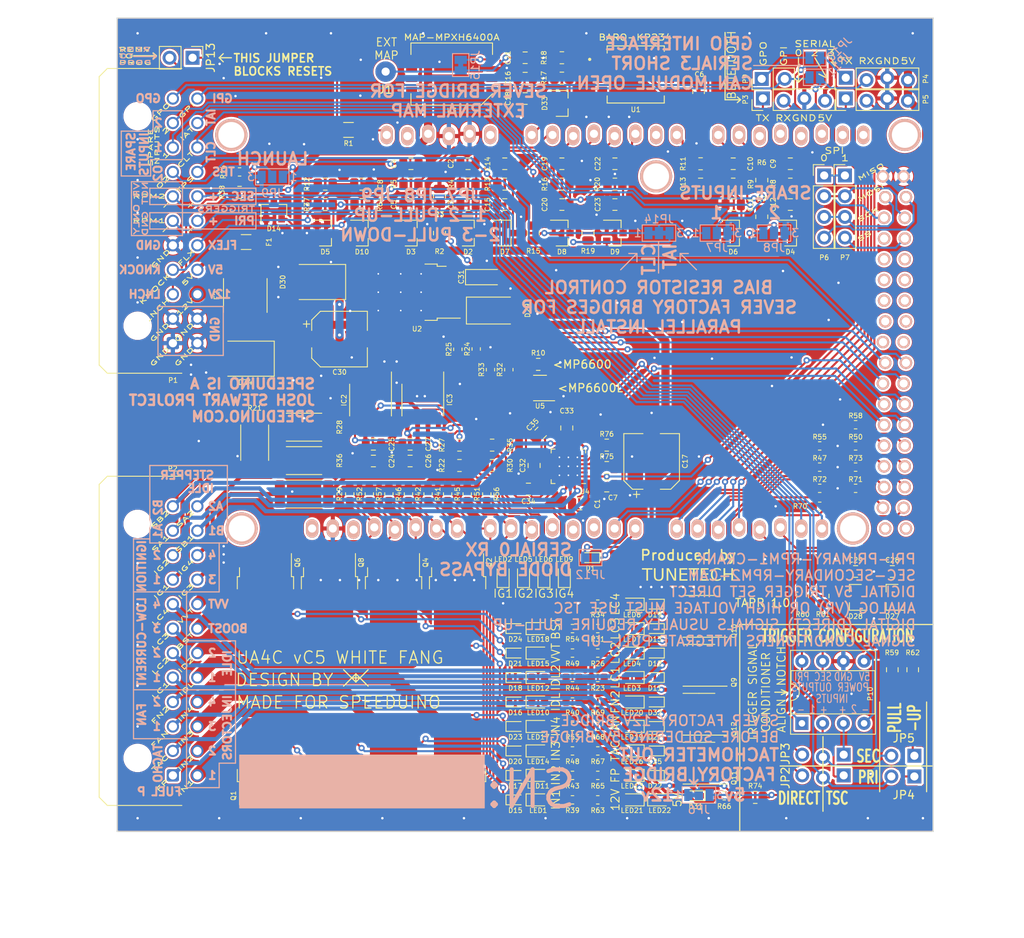
<source format=kicad_pcb>
(kicad_pcb (version 20221018) (generator pcbnew)
  (title_block (title "White Fang") (date "2023-05-31") (rev "C5") (company "WTMtronics"))
  (layers (0 "F.Cu" signal) (31 "B.Cu" signal) (34 "B.Paste" user) (35 "F.Paste" user) (36 "B.SilkS" user "B.Silkscreen") (37 "F.SilkS" user "F.Silkscreen") (38 "B.Mask" user) (39 "F.Mask" user) (44 "Edge.Cuts" user))
  (net 0 "")
  (net 1 "+5V")
  (net 2 "+12V")
  (net 3 "Net-(LED2-Pad2)")
  (net 4 "Net-(LED4-Pad2)")
  (net 5 "/TPS")
  (net 6 "/CLT")
  (net 7 "/IAT")
  (net 8 "/FUELP")
  (net 9 "/TACHO")
  (net 10 "/LAUNCH")
  (net 11 "/RESET")
  (net 12 "/D19")
  (net 13 "/D18")
  (net 14 "Net-(C21-Pad2)")
  (net 15 "/FAN")
  (net 16 "/FAN2")
  (net 17 "Net-(LED5-Pad2)")
  (net 18 "Net-(LED6-Pad2)")
  (net 19 "Net-(LED7-Pad2)")
  (net 20 "/TX3")
  (net 21 "/RX3")
  (net 22 "/TX0")
  (net 23 "/RX0")
  (net 24 "/MISO")
  (net 25 "/MOSI")
  (net 26 "/SCK")
  (net 27 "/IGN1")
  (net 28 "/IGN2")
  (net 29 "/IGN3")
  (net 30 "/IGN4")
  (net 31 "/A3")
  (net 32 "/A0")
  (net 33 "/A4")
  (net 34 "/A5")
  (net 35 "Net-(IC2-Pad5)")
  (net 36 "Net-(IC2-Pad7)")
  (net 37 "Net-(IC3-Pad5)")
  (net 38 "Net-(IC3-Pad7)")
  (net 39 "Net-(LED1-Pad2)")
  (net 40 "Net-(LED3-Pad2)")
  (net 41 "Net-(LED8-Pad2)")
  (net 42 "Net-(LED9-Pad2)")
  (net 43 "/A7")
  (net 44 "/D9")
  (net 45 "/D10")
  (net 46 "/D7")
  (net 47 "/D8")
  (net 48 "/D5")
  (net 49 "/D6")
  (net 50 "/SS0")
  (net 51 "/SS1")
  (net 52 "/TX2")
  (net 53 "/RX2")
  (net 54 "Net-(LED10-Pad2)")
  (net 55 "Net-(LED11-Pad2)")
  (net 56 "Earth")
  (net 57 "Net-(C2-Pad1)")
  (net 58 "/A2")
  (net 59 "/02")
  (net 60 "/A1")
  (net 61 "/INP2")
  (net 62 "/A8")
  (net 63 "/A9")
  (net 64 "/D20")
  (net 65 "/INJ1")
  (net 66 "Net-(D15-Pad2)")
  (net 67 "/IDLE1")
  (net 68 "Net-(D16-Pad2)")
  (net 69 "/INJ2")
  (net 70 "Net-(D17-Pad2)")
  (net 71 "/IDLE2")
  (net 72 "Net-(D18-Pad2)")
  (net 73 "/LC1")
  (net 74 "/INJ3")
  (net 75 "Net-(D20-Pad2)")
  (net 76 "/BOOST")
  (net 77 "Net-(D21-Pad2)")
  (net 78 "/LC2")
  (net 79 "/INJ4")
  (net 80 "Net-(D23-Pad2)")
  (net 81 "/VVT")
  (net 82 "Net-(D24-Pad2)")
  (net 83 "/LC3")
  (net 84 "/LC4")
  (net 85 "Net-(D29-Pad1)")
  (net 86 "/D33")
  (net 87 "/GPO")
  (net 88 "/GPI")
  (net 89 "/D25")
  (net 90 "Net-(JP6-Pad2)")
  (net 91 "/D24")
  (net 94 "Net-(LED12-Pad2)")
  (net 95 "Net-(LED13-Pad2)")
  (net 96 "Net-(LED14-Pad2)")
  (net 97 "Net-(LED15-Pad2)")
  (net 98 "Net-(LED16-Pad2)")
  (net 99 "Net-(LED17-Pad2)")
  (net 100 "Net-(LED18-Pad2)")
  (net 101 "Net-(LED19-Pad2)")
  (net 102 "Net-(LED20-Pad2)")
  (net 103 "Net-(LED21-Pad2)")
  (net 104 "/FLEX")
  (net 105 "/VR1-")
  (net 106 "/VR2-")
  (net 107 "/STP-B1")
  (net 108 "/STP-A1")
  (net 109 "/STP-B2")
  (net 110 "/STP-A2")
  (net 111 "/D11")
  (net 112 "/D12")
  (net 113 "/D22")
  (net 114 "/D23")
  (net 115 "/D26")
  (net 116 "/D27")
  (net 117 "/D28")
  (net 118 "/D29")
  (net 119 "/INP1")
  (net 120 "/ENBL")
  (net 121 "/STEP")
  (net 122 "/DIR")
  (net 123 "/D35")
  (net 124 "/D36")
  (net 125 "/D34")
  (net 126 "/D37")
  (net 127 "Net-(JP2-Pad1)")
  (net 128 "Net-(JP2-Pad3)")
  (net 129 "Net-(JP3-Pad1)")
  (net 130 "Net-(JP3-Pad3)")
  (net 131 "Net-(JP4-Pad1)")
  (net 132 "Net-(JP5-Pad1)")
  (net 133 "Net-(JP7-Pad2)")
  (net 134 "Net-(JP8-Pad2)")
  (net 135 "Net-(JP9-Pad2)")
  (net 136 "Net-(JP13-Pad2)")
  (net 137 "/D21")
  (net 138 "/KNOCK")
  (net 139 "Net-(D11-Pad2)")
  (net 140 "Net-(D12-Pad2)")
  (net 141 "Net-(D13-Pad2)")
  (net 142 "Net-(D19-Pad2)")
  (net 143 "Net-(D22-Pad2)")
  (net 144 "Net-(D25-Pad2)")
  (net 145 "Net-(D26-Pad2)")
  (net 146 "Net-(D25-Pad1)")
  (net 147 "Net-(D32-Pad2)")
  (net 148 "Net-(D1-Pad1)")
  (net 149 "Net-(JP14-Pad1)")
  (net 150 "Net-(LED22-Pad2)")
  (net 151 "Net-(JP14-Pad3)")
  (net 152 "Net-(F1-Pad1)")
  (net 153 "Net-(C32-Pad2)")
  (net 154 "Net-(C32-Pad1)")
  (net 155 "Net-(C34-Pad1)")
  (net 156 "Net-(C35-Pad2)")
  (net 157 "Net-(R75-Pad2)")
  (net 158 "Net-(R76-Pad2)")
  (net 159 "Net-(JP15-Pad2)")
  (net 162 "/RPM1{slash}VR+")
  (net 163 "/RPM2{slash}VR+")
  (net 168 "/A6")
  (net 197 "Net-(R11-Pad2)")
  (net 201 "+BATT")
  (net 205 "Net-(R10-Pad2)")
  (footprint "Package_TO_SOT_SMD:SOT-23" (layer "F.Cu") (at 172.5 89.5)
    (fp_text reference "D4")
    (fp_text value "BAT54S")
  )
  (footprint "Package_TO_SOT_SMD:SOT-23" (layer "F.Cu") (at 165.5 89.5)
    (fp_text reference "D6")
    (fp_text value "BAT54S")
  )
  (footprint "Package_TO_SOT_SMD:SOT-23" (layer "F.Cu") (at 137.5 89.5)
    (fp_text reference "D7")
    (fp_text value "BAT54S")
  )
  (footprint "Package_TO_SOT_SMD:SOT-23" (layer "F.Cu") (at 144.5 89.5)
    (fp_text reference "D8")
    (fp_text value "BAT54S")
  )
  (footprint "Package_TO_SOT_SMD:SOT-23" (layer "F.Cu") (at 151 89.5)
    (fp_text reference "D9")
    (fp_text value "BAT54S")
  )
  (footprint "Package_SO:SOIC-8_3.9x4.9mm_P1.27mm" (layer "F.Cu") (at 121.05 109.975 -90)
    (fp_text reference "IC2")
    (fp_text value "IXDN602SIA")
  )
  (footprint "Package_SO:SOIC-8_3.9x4.9mm_P1.27mm" (layer "F.Cu") (at 127.455 109.975 -90)
    (fp_text reference "IC3")
    (fp_text value "IXDN602SIA")
  )
  (footprint "LED_SMD:LED_0603_1608Metric" (layer "F.Cu") (at 137.3 131.475 90)
    (fp_text reference "LED2")
    (fp_text value "RED")
  )
  (footprint "LED_SMD:LED_0603_1608Metric" (layer "F.Cu") (at 139.8 131.475 90)
    (fp_text reference "LED5")
    (fp_text value "RED")
  )
  (footprint "LED_SMD:LED_0603_1608Metric" (layer "F.Cu") (at 142.3 131.475 90)
    (fp_text reference "LED6")
    (fp_text value "RED")
  )
  (footprint "LED_SMD:LED_0603_1608Metric" (layer "F.Cu") (at 144.8 131.475 90)
    (fp_text reference "LED9")
    (fp_text value "RED")
  )
  (footprint "LED_SMD:LED_0603_1608Metric" (layer "F.Cu") (at 141.6 159)
    (fp_text reference "LED1")
    (fp_text value "RED")
  )
  (footprint "LED_SMD:LED_0603_1608Metric" (layer "F.Cu") (at 153.1 141 180)
    (fp_text reference "LED4")
    (fp_text value "RED")
  )
  (footprint "Sensors:NXP_Pressure_Sensor_SSOP" (layer "F.Cu") (at 131 70 180)
    (fp_text reference "U3")
    (fp_text value "MAP")
  )
  (footprint "Pin_Headers:Pin_Header_Straight_1x04_Pitch2.54mm" (layer "F.Cu") (at 179.295 70.59 90)
    (fp_text reference "P4")
    (fp_text value "SER3")
  )
  (footprint "Pin_Headers:Pin_Header_Straight_1x04_Pitch2.54mm" (layer "F.Cu") (at 169.135 73.13 90)
    (fp_text reference "P3")
    (fp_text value "SER0")
  )
  (footprint "Pin_Headers:Pin_Header_Straight_1x04_Pitch2.54mm" (layer "F.Cu") (at 176.65 82.435)
    (fp_text reference "P6")
    (fp_text value "SPI0")
  )
  (footprint "Pin_Headers:Pin_Header_Straight_1x04_Pitch2.54mm" (layer "F.Cu") (at 179.19 82.435)
    (fp_text reference "P7")
    (fp_text value "SPI1")
  )
  (footprint "Package_TO_SOT_SMD:SOT-23" (layer "F.Cu") (at 126 89.5)
    (fp_text reference "D3")
    (fp_text value "BAT54S")
  )
  (footprint "Package_TO_SOT_SMD:SOT-23" (layer "F.Cu") (at 115.5 89.5)
    (fp_text reference "D5")
    (fp_text value "BAT54S")
  )
  (footprint "Pin_Headers:Pin_Header_Straight_1x04_Pitch2.54mm" (layer "F.Cu") (at 179.295 73.13 90)
    (fp_text reference "P5")
    (fp_text value "SER2")
  )
  (footprint "LED_SMD:LED_0603_1608Metric" (layer "F.Cu") (at 141.6 147)
    (fp_text reference "LED10")
    (fp_text value "RED")
  )
  (footprint "LED_SMD:LED_0603_1608Metric" (layer "F.Cu") (at 141.6 156)
    (fp_text reference "LED11")
    (fp_text value "RED")
  )
  (footprint "Package_TO_SOT_SMD:SOT-23" (layer "F.Cu") (at 133 89.5)
    (fp_text reference "D2")
    (fp_text value "BAT54S")
  )
  (footprint "Package_TO_SOT_SMD:SOT-23" (layer "F.Cu") (at 109.2 86.75 90)
    (fp_text reference "D14")
    (fp_text value "BAT54S")
  )
  (footprint "Package_TO_SOT_SMD:SOT-23" (layer "F.Cu") (at 185 134.16 180)
    (fp_text reference "D27")
    (fp_text value "BAT54S")
  )
  (footprint "Package_TO_SOT_SMD:SOT-23" (layer "F.Cu") (at 180.5 134.17 180)
    (fp_text reference "D28")
    (fp_text value "BAT54S")
  )
  (footprint "LED_SMD:LED_0603_1608Metric" (layer "F.Cu") (at 141.6 144)
    (fp_text reference "LED12")
    (fp_text value "RED")
  )
  (footprint "LED_SMD:LED_0603_1608Metric" (layer "F.Cu") (at 153.1 156 180)
    (fp_text reference "LED13")
    (fp_text value "RED")
  )
  (footprint "LED_SMD:LED_0603_1608Metric" (layer "F.Cu") (at 141.6 153)
    (fp_text reference "LED14")
    (fp_text value "RED")
  )
  (footprint "LED_SMD:LED_0603_1608Metric" (layer "F.Cu") (at 141.6 141)
    (fp_text reference "LED15")
    (fp_text value "RED")
  )
  (footprint "LED_SMD:LED_0603_1608Metric" (layer "F.Cu") (at 153.1 153 180)
    (fp_text reference "LED16")
    (fp_text value "RED")
  )
  (footprint "LED_SMD:LED_0603_1608Metric" (layer "F.Cu") (at 141.6 150)
    (fp_text reference "LED17")
    (fp_text value "RED")
  )
  (footprint "LED_SMD:LED_0603_1608Metric" (layer "F.Cu") (at 141.6 138)
    (fp_text reference "LED18")
    (fp_text value "RED")
  )
  (footprint "LED_SMD:LED_0603_1608Metric" (layer "F.Cu") (at 153.1 150 180)
    (fp_text reference "LED19")
    (fp_text value "RED")
  )
  (footprint "LED_SMD:LED_0603_1608Metric" (layer "F.Cu") (at 153.1 159 180)
    (fp_text reference "LED21")
    (fp_text value "RED")
  )
  (footprint "Connector_Molex:Molex_Micro-Fit_3.0_43045-2200_2x11_P3.00mm_Horizontal" (layer "F.Cu") (at 96.825 103 90)
    (fp_text reference "P1")
    (fp_text value "INPUTS")
  )
  (footprint "Connector_PinHeader_2.54mm:PinHeader_1x02_P2.54mm_Vertical" (layer "F.Cu") (at 169.135 70.59 90)
    (fp_text reference "P9")
    (fp_text value "CAN")
  )
  (footprint "Housings_DIP:DIP-8_W7.62mm_Socket" (layer "F.Cu") (at 173.92 149.62 90)
    (fp_text reference "P10")
    (fp_text value "Dual VR C")
  )
  (footprint "Resistor_SMD:R_2512_6332Metric" (layer "F.Cu") (at 106.85 115.2 90)
    (fp_text reference "R21")
    (fp_text value "15r")
  )
  (footprint "Resistor_SMD:R_2512_6332Metric" (layer "F.Cu") (at 112.9 113.3)
    (fp_text reference "R28")
    (fp_text value "15r")
  )
  (footprint "Resistor_SMD:R_2512_6332Metric" (layer "F.Cu") (at 112.9 117.4)
    (fp_text reference "R36")
    (fp_text value "15r")
  )
  (footprint "footprnt:VIA_0.6mm" (layer "F.Cu") (at 126.75 109.5)
    (fp_text reference "REF**" hide)
    (fp_text value "VIA_0.6mm" hide)
  )
  (footprint "footprnt:VIA_0.6mm" (layer "F.Cu") (at 116.2 93.05)
    (fp_text reference "REF**" hide)
    (fp_text value "VIA_0.6mm" hide)
  )
  (footprint "footprnt:VIA_0.6mm" (layer "F.Cu") (at 172.65 104.75)
    (fp_text reference "REF**" hide)
    (fp_text value "VIA_0.6mm" hide)
  )
  (footprint "footprnt:VIA_0.6mm" (layer "F.Cu") (at 135.75 103.5)
    (fp_text reference "REF**" hide)
    (fp_text value "VIA_0.6mm" hide)
  )
  (footprint "footprnt:VIA_0.6mm" (layer "F.Cu") (at 113.25 89.5)
    (fp_text reference "REF**" hide)
    (fp_text value "VIA_0.6mm" hide)
  )
  (footprint "footprnt:VIA_0.6mm" (layer "F.Cu") (at 110.25 89.5)
    (fp_text reference "REF**" hide)
    (fp_text value "VIA_0.6mm" hide)
  )
  (footprint "footprnt:VIA_0.6mm" (layer "F.Cu") (at 109.75 97.35)
    (fp_text reference "REF**" hide)
    (fp_text value "VIA_0.6mm" hide)
  )
  (footprint "footprnt:VIA_0.6mm" (layer "F.Cu") (at 121.45 81.7)
    (fp_text reference "REF**" hide)
    (fp_text value "VIA_0.6mm" hide)
  )
  (footprint "footprnt:VIA_0.6mm" (layer "F.Cu") (at 117.25 81.75)
    (fp_text reference "REF**" hide)
    (fp_text value "VIA_0.6mm" hide)
  )
  (footprint "footprnt:VIA_0.6mm" (layer "F.Cu") (at 108.65 78.55)
    (fp_text reference "REF**" hide)
    (fp_text value "VIA_0.6mm" hide)
  )
  (footprint "footprnt:VIA_0.6mm" (layer "F.Cu") (at 130.25 82)
    (fp_text reference "REF**" hide)
    (fp_text value "VIA_0.6mm" hide)
  )
  (footprint "footprnt:VIA_0.6mm" (layer "F.Cu") (at 128 88.4)
    (fp_text reference "REF**" hide)
    (fp_text value "VIA_0.6mm" hide)
  )
  (footprint "footprnt:VIA_0.6mm" (layer "F.Cu") (at 147.5 75.25)
    (fp_text reference "REF**" hide)
    (fp_text value "VIA_0.6mm" hide)
  )
  (footprint "footprnt:VIA_0.6mm" (layer "F.Cu") (at 150.25 75.25)
    (fp_text reference "REF**" hide)
    (fp_text value "VIA_0.6mm" hide)
  )
  (footprint "footprnt:VIA_0.6mm" (layer "F.Cu") (at 152.75 75.25)
    (fp_text reference "REF**" hide)
    (fp_text value "VIA_0.6mm" hide)
  )
  (footprint "footprnt:VIA_0.6mm" (layer "F.Cu") (at 161 78.5)
    (fp_text reference "REF**" hide)
    (fp_text value "VIA_0.6mm" hide)
  )
  (footprint "footprnt:VIA_0.6mm" (layer "F.Cu") (at 157.5 79.5)
    (fp_text reference "REF**" hide)
    (fp_text value "VIA_0.6mm" hide)
  )
  (footprint "footprnt:VIA_0.6mm" (layer "F.Cu") (at 159.25 88)
    (fp_text reference "REF**" hide)
    (fp_text value "VIA_0.6mm" hide)
  )
  (footprint "footprnt:VIA_0.6mm" (layer "F.Cu") (at 153.5 88)
    (fp_text reference "REF**" hide)
    (fp_text value "VIA_0.6mm" hide)
  )
  (footprint "footprnt:VIA_0.6mm" (layer "F.Cu") (at 148.75 87.25)
    (fp_text reference "REF**" hide)
    (fp_text value "VIA_0.6mm" hide)
  )
  (footprint "footprnt:VIA_0.6mm" (layer "F.Cu") (at 146.95 80.65)
    (fp_text reference "REF**" hide)
    (fp_text value "VIA_0.6mm" hide)
  )
  (footprint "footprnt:VIA_0.6mm" (layer "F.Cu") (at 148 83)
    (fp_text reference "REF**" hide)
    (fp_text value "VIA_0.6mm" hide)
  )
  (footprint "footprnt:VIA_0.6mm" (layer "F.Cu") (at 151 82.25)
    (fp_text reference "REF**" hide)
    (fp_text value "VIA_0.6mm" hide)
  )
  (footprint "footprnt:VIA_0.6mm" (layer "F.Cu") (at 172.65 87.45)
    (fp_text reference "REF**" hide)
    (fp_text value "VIA_0.6mm" hide)
  )
  (footprint "footprnt:VIA_0.6mm" (layer "F.Cu") (at 159.25 100.4)
    (fp_text reference "REF**" hide)
    (fp_text value "VIA_0.6mm" hide)
  )
  (footprint "footprnt:VIA_0.6mm" (layer "F.Cu") (at 182.75 131)
    (fp_text reference "REF**" hide)
    (fp_text value "VIA_0.6mm" hide)
  )
  (footprint "footprnt:VIA_0.6mm" (layer "F.Cu") (at 182.75 136.75)
    (fp_text reference "REF**" hide)
    (fp_text value "VIA_0.6mm" hide)
  )
  (footprint "footprnt:VIA_0.6mm" (layer "F.Cu") (at 103.05 129.9 90)
    (fp_text reference "REF**" hide)
    (fp_text value "VIA_0.6mm" hide)
  )
  (footprint "footprnt:VIA_0.6mm" (layer "F.Cu") (at 103.05 128.9 90)
    (fp_text reference "REF**" hide)
    (fp_text value "VIA_0.6mm" hide)
  )
  (footprint "footprnt:VIA_0.6mm" (layer "F.Cu") (at 103.05 127.9 90)
    (fp_text reference "REF**" hide)
    (fp_text value "VIA_0.6mm" hide)
  )
  (footprint "footprnt:VIA_0.6mm" (layer "F.Cu") (at 126.7 132.05)
    (fp_text reference "REF**" hide)
    (fp_text value "VIA_0.6mm" hide)
  )
  (footprint "footprnt:VIA_0.6mm" (layer "F.Cu") (at 159.35 132.9)
    (fp_text reference "REF**" hide)
    (fp_text value "VIA_0.6mm" hide)
  )
  (footprint "footprnt:VIA_0.6mm" (layer "F.Cu") (at 154.15 132.9)
    (fp_text reference "REF**" hide)
    (fp_text value "VIA_0.6mm" hide)
  )
  (footprint "footprnt:VIA_0.6mm" (layer "F.Cu") (at 119.65 132.05)
    (fp_text reference "REF**" hide)
    (fp_text value "VIA_0.6mm" hide)
  )
  (footprint "footprnt:VIA_0.6mm" (layer "F.Cu") (at 131.4 132.05)
    (fp_text reference "REF**" hide)
    (fp_text value "VIA_0.6mm" hide)
  )
  (footprint "footprnt:VIA_0.6mm" (layer "F.Cu") (at 117.3 132.05)
    (fp_text reference "REF**" hide)
    (fp_text value "VIA_0.6mm" hide)
  )
  (footprint "footprnt:VIA_0.6mm" (layer "F.Cu") (at 158.05 132.9)
    (fp_text reference "REF**" hide)
    (fp_text value "VIA_0.6mm" hide)
  )
  (footprint "footprnt:VIA_0.6mm" (layer "F.Cu") (at 155.8 68.05)
    (fp_text reference "REF**" hide)
    (fp_text value "VIA_0.6mm" hide)
  )
  (footprint "footprnt:VIA_0.6mm" (layer "F.Cu") (at 164.95 68)
    (fp_text reference "REF**" hide)
    (fp_text value "VIA_0.6mm" hide)
  )
  (footprint "footprnt:VIA_0.6mm" (layer "F.Cu") (at 142.25 68)
    (fp_text reference "REF**" hide)
    (fp_text value "VIA_0.6mm" hide)
  )
  (footprint "footprnt:VIA_0.6mm" (layer "F.Cu") (at 137.75 69.25)
    (fp_text reference "REF**" hide)
    (fp_text value "VIA_0.6mm" hide)
  )
  (footprint "footprnt:VIA_0.6mm" (layer "F.Cu") (at 142.25 70.5)
    (fp_text reference "REF**" hide)
    (fp_text value "VIA_0.6mm" hide)
  )
  (footprint "footprnt:VIA_0.6mm" (layer "F.Cu") (at 135 88.4)
    (fp_text reference "REF**" hide)
    (fp_text value "VIA_0.6mm" hide)
  )
  (footprint "footprnt:VIA_0.6mm" (layer "F.Cu") (at 155.85 104.8)
    (fp_text reference "REF**" hide)
    (fp_text value "VIA_0.6mm" hide)
  )
  (footprint "footprnt:VIA_0.6mm" (layer "F.Cu") (at 103.05 70.5)
    (fp_text reference "REF**" hide)
    (fp_text value "VIA_0.6mm" hide)
  )
  (footprint "footprnt:VIA_0.6mm" (layer "F.Cu") (at 101.5 84)
    (fp_text reference "REF**" hide)
    (fp_text value "VIA_0.6mm" hide)
  )
  (footprint "footprnt:VIA_0.6mm" (layer "F.Cu") (at 107.25 83.25)
    (fp_text reference "REF**" hide)
    (fp_text value "VIA_0.6mm" hide)
  )
  (footprint "footprnt:VIA_0.6mm" (layer "F.Cu") (at 122 132.05)
    (fp_text reference "REF**" hide)
    (fp_text value "VIA_0.6mm" hide)
  )
  (footprint "footprnt:VIA_0.6mm" (layer "F.Cu") (at 124.35 132.05)
    (fp_text reference "REF**" hide)
    (fp_text value "VIA_0.6mm" hide)
  )
  (footprint "footprnt:VIA_0.6mm" (layer "F.Cu") (at 133.75 132.05)
    (fp_text reference "REF**" hide)
    (fp_text value "VIA_0.6mm" hide)
  )
  (footprint "footprnt:VIA_0.6mm" (layer "F.Cu") (at 129.05 132.05)
    (fp_text reference "REF**" hide)
    (fp_text value "VIA_0.6mm" hide)
  )
  (footprint "footprnt:VIA_0.6mm" (layer "F.Cu") (at 114.95 132.05)
    (fp_text reference "REF**" hide)
    (fp_text value "VIA_0.6mm" hide)
  )
  (footprint "footprnt:VIA_0.6mm" (layer "F.Cu") (at 156.75 132.9)
    (fp_text reference "REF**" hide)
    (fp_text value "VIA_0.6mm" hide)
  )
  (footprint "footprnt:VIA_0.6mm" (layer "F.Cu") (at 155.45 132.9)
    (fp_text reference "REF**" hide)
    (fp_text value "VIA_0.6mm" hide)
  )
  (footprint "footprnt:VIA_0.6mm" (layer "F.Cu") (at 173.75 129.5)
    (fp_text reference "REF**" hide)
    (fp_text value "VIA_0.6mm" hide)
  )
  (footprint "footprnt:WTM" (layer "F.Cu") (at 117.75 143.05)
    (fp_text reference "REF**" hide)
    (fp_text value "WTM")
  )
  (footprint "footprnt:VIA_0.6mm" (layer "F.Cu") (at 187.5 65)
    (fp_text reference "REF**" hide)
    (fp_text value "VIA_0.6mm" hide)
  )
  (footprint "footprnt:VIA_0.6mm" (layer "F.Cu") (at 167.5 65)
    (fp_text reference "REF**" hide)
    (fp_text value "VIA_0.6mm" hide)
  )
  (footprint "footprnt:VIA_0.6mm" (layer "F.Cu") (at 147.5 65)
    (fp_text reference "REF**" hide)
    (fp_text value "VIA_0.6mm" hide)
  )
  (footprint "footprnt:VIA_0.6mm" (layer "F.Cu") (at 127.5 65)
    (fp_text reference "REF**" hide)
    (fp_text value "VIA_0.6mm" hide)
  )
  (footprint "footprnt:VIA_0.6mm" (layer "F.Cu") (at 92.5 65)
    (fp_text reference "REF**" hide)
    (fp_text value "VIA_0.6mm" hide)
  )
  (footprint "footprnt:VIA_0.6mm" (layer "F.Cu") (at 92.5 161.25)
    (fp_text reference "REF**" hide)
    (fp_text value "VIA_0.6mm" hide)
  )
  (footprint "footprnt:VIA_0.6mm" (layer "F.Cu") (at 102.5 161.25)
    (fp_text reference "REF**" hide)
    (fp_text value "VIA_0.6mm" hide)
  )
  (footprint "footprnt:VIA_0.6mm" (layer "F.Cu") (at 112.5 161.25)
    (fp_text reference "REF**" hide)
    (fp_text value "VIA_0.6mm" hide)
  )
  (footprint "footprnt:VIA_0.6mm" (layer "F.Cu") (at 122.5 161.25)
    (fp_text reference "REF**" hide)
    (fp_text value "VIA_0.6mm" hide)
  )
  (footprint "footprnt:VIA_0.6mm" (layer "F.Cu") (at 132.5 161.25)
    (fp_text reference "REF**" hide)
    (fp_text value "VIA_0.6mm" hide)
  )
  (footprint "footprnt:VIA_0.6mm" (layer "F.Cu") (at 142.5 161.25)
    (fp_text reference "REF**" hide)
    (fp_text value "VIA_0.6mm" hide)
  )
  (footprint "footprnt:VIA_0.6mm" (layer "F.Cu") (at 152.5 161.25)
    (fp_text reference "REF**" hide)
    (fp_text value "VIA_0.6mm" hide)
  )
  (footprint "footprnt:VIA_0.6mm" (layer "F.Cu") (at 162.5 161.25)
    (fp_text reference "REF**" hide)
    (fp_text value "VIA_0.6mm" hide)
  )
  (footprint "footprnt:VIA_0.6mm" (layer "F.Cu") (at 172 161.25)
    (fp_text reference "REF**" hide)
    (fp_text value "VIA_0.6mm" hide)
  )
  (footprint "footprnt:VIA_0.6mm" (layer "F.Cu") (at 182 161.25)
    (fp_text reference "REF**" hide)
    (fp_text value "VIA_0.6mm" hide)
  )
  (footprint "footprnt:VIA_0.6mm" (layer "F.Cu") (at 188.75 161.25)
    (fp_text reference "REF**" hide)
    (fp_text value "VIA_0.6mm" hide)
  )
  (footprint "footprnt:VIA_0.6mm" (layer "F.Cu") (at 176.5 113)
    (fp_text reference "REF**" hide)
    (fp_text value "VIA_0.6mm" hide)
  )
  (footprint "footprnt:VIA_0.6mm" (layer "F.Cu") (at 178.6 109.9)
    (fp_text reference "REF**" hide)
    (fp_text value "VIA_0.6mm" hide)
  )
  (footprint "footprnt:VIA_0.6mm" (layer "F.Cu") (at 178.3 115.6)
    (fp_text reference "REF**" hide)
    (fp_text value "VIA_0.6mm" hide)
  )
  (footprint "footprnt:VIA_0.6mm" (layer "F.Cu") (at 178.3 120.8)
    (fp_text reference "REF**" hide)
    (fp_text value "VIA_0.6mm" hide)
  )
  (footprint "footprnt:VIA_0.6mm" (layer "F.Cu") (at 178.3 118.2)
    (fp_text reference "REF**" hide)
    (fp_text value "VIA_0.6mm" hide)
  )
  (footprint "footprnt:VIA_0.6mm" (layer "F.Cu") (at 149.7 122.1)
    (fp_text reference "REF**" hide)
    (fp_text value "VIA_0.6mm" hide)
  )
  (footprint "footprnt:VIA_0.6mm" (layer "F.Cu") (at 162.9 104.9)
    (fp_text reference "REF**" hide)
    (fp_text value "VIA_0.6mm" hide)
  )
  (footprint "footprnt:VIA_0.6mm" (layer "F.Cu") (at 170.25 108.25)
    (fp_text reference "REF**" hide)
    (fp_text value "VIA_0.6mm" hide)
  )
  (footprint "footprnt:VIA_0.6mm" (layer "F.Cu") (at 153.1 116.9)
    (fp_text reference "REF**" hide)
    (fp_text value "VIA_0.6mm" hide)
  )
  (footprint "footprnt:VIA_0.6mm" (layer "F.Cu") (at 177.2 100.15)
    (fp_text reference "REF**" hide)
    (fp_text value "VIA_0.6mm" hide)
  )
  (footprint "footprnt:VIA_0.6mm" (layer "F.Cu") (at 171.6 94.15)
    (fp_text reference "REF**" hide)
    (fp_text value "VIA_0.6mm" hide)
  )
  (footprint "footprnt:VIA_0.6mm" (layer "F.Cu") (at 144.3 105.35)
    (fp_text reference "REF**" hide)
    (fp_text value "VIA_0.6mm" hide)
  )
  (footprint "footprnt:VIA_0.6mm" (layer "F.Cu") (at 178.4 95.6)
    (fp_text reference "REF**" hide)
    (fp_text value "VIA_0.6mm" hide)
  )
  (footprint "footprnt:VIA_0.6mm" (layer "F.Cu") (at 135.3 92.9)
    (fp_text reference "REF**" hide)
    (fp_text value "VIA_0.6mm" hide)
  )
  (footprint "footprnt:VIA_0.6mm" (layer "F.Cu") (at 118.75 104.75)
    (fp_text reference "REF**" hide)
    (fp_text value "VIA_0.6mm" hide)
  )
  (footprint "footprnt:VIA_0.6mm" (layer "F.Cu") (at 109.75 93.65)
    (fp_text reference "REF**" hide)
    (fp_text value "VIA_0.6mm" hide)
  )
  (footprint "footprnt:VIA_0.6mm" (layer "F.Cu") (at 123.65 116.4)
    (fp_text reference "REF**" hide)
    (fp_text value "VIA_0.6mm" hide)
  )
  (footprint "footprnt:VIA_0.6mm" (layer "F.Cu") (at 111.6 107.55)
    (fp_text reference "REF**" hide)
    (fp_text value "VIA_0.6mm" hide)
  )
  (footprint "footprnt:VIA_0.6mm" (layer "F.Cu") (at 116.15 109.75)
    (fp_text reference "REF**" hide)
    (fp_text value "VIA_0.6mm" hide)
  )
  (footprint "footprnt:VIA_0.6mm" (layer "F.Cu") (at 138.2 96.3)
    (fp_text reference "REF**" hide)
    (fp_text value "VIA_0.6mm" hide)
  )
  (footprint "footprnt:JPR_3POS_SMLHL" (layer "F.Cu") (at 179.04 156.139534 -90)
    (fp_text reference "JP2")
    (fp_text value "HALL_VR")
  )
  (footprint "footprnt:JPR_2POS_SMLHL" (layer "F.Cu") (at 187.561482 156.129988 -90)
    (fp_text reference "JP4")
    (fp_text value "PULLUP")
  )
  (footprint "footprnt:VIA_0.6mm" (layer "F.Cu") (at 180 146)
    (fp_text reference "REF**" hide)
    (fp_text value "VIA_0.6mm" hide)
  )
  (footprint "footprnt:VIA_0.6mm" (layer "F.Cu") (at 173.4 146.3)
    (fp_text reference "REF**" hide)
    (fp_text value "VIA_0.6mm" hide)
  )
  (footprint "footprnt:VIA_0.6mm" (layer "F.Cu") (at 169.4 129.5)
    (fp_text reference "REF**" hide)
    (fp_text value "VIA_0.6mm" hide)
  )
  (footprint "footprnt:VIA_0.6mm" (layer "F.Cu") (at 92.5 150)
    (fp_text reference "REF**" hide)
    (fp_text value "VIA_0.6mm" hide)
  )
  (footprint "footprnt:VIA_0.6mm" (layer "F.Cu") (at 92.5 145)
    (fp_text reference "REF**" hide)
    (fp_text value "VIA_0.6mm" hide)
  )
  (footprint "footprnt:VIA_0.6mm" (layer "F.Cu") (at 92.5 140)
    (fp_text reference "REF**" hide)
    (fp_text value "VIA_0.6mm" hide)
  )
  (footprint "footprnt:VIA_0.6mm" (layer "F.Cu") (at 92.5 135)
    (fp_text reference "REF**" hide)
    (fp_text value "VIA_0.6mm" hide)
  )
  (footprint "footprnt:VIA_0.6mm" (layer "F.Cu") (at 92.5 130)
    (fp_text reference "REF**" hide)
    (fp_text value "VIA_0.6mm" hide)
  )
  (footprint "footprnt:VIA_0.6mm" (layer "F.Cu") (at 92.5 98)
    (fp_text reference "REF**" hide)
    (fp_text value "VIA_0.6mm" hide)
  )
  (footprint "footprnt:VIA_0.6mm" (layer "F.Cu") (at 92.5 92.5)
    (fp_text reference "REF**" hide)
    (fp_text value "VIA_0.6mm" hide)
  )
  (footprint "footprnt:VIA_0.6mm" (layer "F.Cu") (at 92.5 87)
    (fp_text reference "REF**" hide)
    (fp_text value "VIA_0.6mm" hide)
  )
  (footprint "footprnt:VIA_0.6mm" (layer "F.Cu") (at 92.5 83)
    (fp_text reference "REF**" hide)
    (fp_text value "VIA_0.6mm" hide)
  )
  (footprint "footprnt:VIA_0.6mm" (layer "F.Cu") (at 127.7 109.5)
    (fp_text reference "REF**" hide)
    (fp_text value "VIA_0.6mm" hide)
  )
  (footprint "footprnt:VIA_0.6mm" (layer "F.Cu") (at 124.25 105.25)
    (fp_text reference "REF**" hide)
    (fp_text value "VIA_0.6mm" hide)
  )
  (footprint "footprnt:VIA_0.6mm" (layer "F.Cu") (at 122.75 105.25)
    (fp_text reference "REF**" hide)
    (fp_text value "VIA_0.6mm" hide)
  )
  (footprint "footprnt:VIA_0.6mm" (layer "F.Cu") (at 115 107)
    (fp_text reference "REF**" hide)
    (fp_text value "VIA_0.6mm" hide)
  )
  (footprint "footprnt:VIA_0.6mm" (layer "F.Cu") (at 124.25 107.85)
    (fp_text reference "REF**" hide)
    (fp_text value "VIA_0.6mm" hide)
  )
  (footprint "footprnt:VIA_0.6mm" (layer "F.Cu") (at 132 108)
    (fp_text reference "REF**" hide)
    (fp_text value "VIA_0.6mm" hide)
  )
  (footprint "footprnt:VIA_0.6mm" (layer "F.Cu") (at 178 129.45)
    (fp_text reference "REF**" hide)
    (fp_text value "VIA_0.6mm" hide)
  )
  (footprint "footprnt:VIA_0.6mm" (layer "F.Cu") (at 161.3 116.9)
    (fp_text reference "REF**" hide)
    (fp_text value "VIA_0.6mm" hide)
  )
  (footprint "footprnt:VIA_0.6mm" (layer "F.Cu") (at 100 115)
    (fp_text reference "REF**" hide)
    (fp_text value "VIA_0.6mm" hide)
  )
  (footprint "footprnt:JPR_2POS_SMLHL" (layer "F.Cu") (at 99.1 68 -90)
    (fp_text reference "JP13")
    (fp_text value "PULLUP")
  )
  (footprint "footprnt:VIA_0.6mm" (layer "F.Cu") (at 139.5 87.5)
    (fp_text reference "REF**" hide)
    (fp_text value "VIA_0.6mm" hide)
  )
  (footprint "Wire_Pads:SolderWirePad_single_1mmDrill" (layer "F.Cu") (at 122.9 69.7)
    (fp_text reference "J1")
    (fp_text value "External MAP Conn")
  )
  (footprint "Package_TO_SOT_SMD:SOT-23" (layer "F.Cu") (at 120 89.5)
    (fp_text reference "D10")
    (fp_text value "BAT54S")
  )
  (footprint "footprnt:VIA_0.6mm" (layer "F.Cu") (at 170.7 123)
    (fp_text reference "REF**" hide)
    (fp_text value "VIA_0.6mm" hide)
  )
  (footprint "footprnt:VIA_0.6mm" (layer "F.Cu") (at 104.5 72.7)
    (fp_text reference "REF**" hide)
    (fp_text value "VIA_0.6mm" hide)
  )
  (footprint "footprnt:VIA_0.6mm" (layer "F.Cu") (at 92.5 78)
    (fp_text reference "REF**" hide)
    (fp_text value "VIA_0.6mm" hide)
  )
  (footprint "Fiducials:Fiducial_1mm_Dia_2.54mm_Outer_CopperTop" (layer "F.Cu") (at 184.3 160.35)
    (fp_text reference "REF**" hide)
    (fp_text value "Fiducial_1mm_Dia_2.54mm_Outer_CopperTop")
  )
  (footprint "Fiducials:Fiducial_1mm_Dia_2.54mm_Outer_CopperTop" (layer "F.Cu") (at 92.5 112.5)
    (fp_text reference "REF**" hide)
    (fp_text value "Fiducial_1mm_Dia_2.54mm_Outer_CopperTop")
  )
  (footprint "Fiducials:Fiducial_1mm_Dia_2.54mm_Outer_CopperTop" (layer "F.Cu") (at 103.9 65.5)
    (fp_text reference "REF**" hide)
    (fp_text value "Fiducial_1mm_Dia_2.54mm_Outer_CopperTop")
  )
  (footprint "Package_SO:SOIC-8_3.9x4.9mm_P1.27mm" (layer "F.Cu") (at 161.3 148.5 180)
    (fp_text reference "Q12")
    (fp_text value "NCV8402AD")
  )
  (footprint "footprnt:VIA_0.6mm" (layer "F.Cu") (at 160.65 132.9)
    (fp_text reference "REF**" hide)
    (fp_text value "VIA_0.6mm" hide)
  )
  (footprint "Package_SO:SOIC-8_3.9x4.9mm_P1.27mm" (layer "F.Cu") (at 161.3 142.5 180)
    (fp_text reference "Q9")
    (fp_text value "NCV8402AD")
  )
  (footprint "Resistor_SMD:R_0603_1608Metric" (layer "F.Cu") (at 176.1 123)
    (fp_text reference "R70")
    (fp_text value "100k")
  )
  (footprint "Resistor_SMD:R_0603_1608Metric" (layer "F.Cu") (at 180.5 120.8)
    (fp_text reference "R71")
    (fp_text value "100k")
  )
  (footprint "Resistor_SMD:R_0603_1608Metric" (layer "F.Cu") (at 180.5 118.2)
    (fp_text reference "R73")
    (fp_text value "100k")
  )
  (footprint "Resistor_SMD:R_0603_1608Metric" (layer "F.Cu") (at 180.5 113)
    (fp_text reference "R58")
    (fp_text value "100k")
  )
  (footprint "Resistor_SMD:R_0603_1608Metric" (layer "F.Cu") (at 176.1 115.6 180)
    (fp_text reference "R55")
    (fp_text value "100k")
  )
  (footprint "Resistor_SMD:R_0603_1608Metric" (layer "F.Cu") (at 176.1 120.8 180)
    (fp_text reference "R72")
    (fp_text value "100k")
  )
  (footprint "Capacitor_SMD:C_0805_2012Metric" (layer "F.Cu") (at 133 81)
    (fp_text reference "C2")
    (fp_text value "u1")
  )
  (footprint "Capacitor_SMD:C_0805_2012Metric" (layer "F.Cu") (at 133 86 180)
    (fp_text reference "C3")
    (fp_text value "u22")
  )
  (footprint "Capacitor_SMD:C_0805_2012Metric" (layer "F.Cu") (at 126 81)
    (fp_text reference "C4")
    (fp_text value "u1")
  )
  (footprint "Capacitor_SMD:C_0805_2012Metric" (layer "F.Cu") (at 126 86 180)
    (fp_text reference "C5")
    (fp_text value "u22")
  )
  (footprint "Capacitor_SMD:C_0805_2012Metric" (layer "F.Cu") (at 161.25 72.1375 -90)
    (fp_text reference "C6")
    (fp_text value "u1")
  )
  (footprint "Capacitor_SMD:C_0805_2012Metric" (layer "F.Cu") (at 172.5 81)
    (fp_text reference "C9")
    (fp_text value "u1")
  )
  (footprint "Capacitor_SMD:C_0805_2012Metric" (layer "F.Cu") (at 165.5 81 180)
    (fp_text reference "C10")
    (fp_text value "u1")
  )
  (footprint "Capacitor_SMD:C_0805_2012Metric" (layer "F.Cu") (at 165.5 86 180)
    (fp_text reference "C11")
    (fp_text value "u22")
  )
  (footprint "Capacitor_SMD:C_0805_2012Metric" (layer "F.Cu") (at 172.5 86 180)
    (fp_text reference "C12")
    (fp_text value "u22")
  )
  (footprint "Capacitor_SMD:C_0805_2012Metric" (layer "F.Cu") (at 137.5 81)
    (fp_text reference "C14")
    (fp_text value "u1")
  )
  (footprint "Capacitor_SMD:C_0805_2012Metric" (layer "F.Cu") (at 137.5 86 180)
    (fp_text reference "C15")
    (fp_text value "u22")
  )
  (footprint "Capacitor_SMD:C_0805_2012Metric" (layer "F.Cu") (at 140 70.5)
    (fp_text reference "C16")
    (fp_text value "u1")
  )
  (footprint "Capacitor_SMD:C_0805_2012Metric" (layer "F.Cu") (at 140 73)
    (fp_text reference "C18")
    (fp_text value "1u")
  )
  (footprint "Capacitor_SMD:C_0805_2012Metric" (layer "F.Cu") (at 144.5 81)
    (fp_text reference "C19")
    (fp_text value "u1")
  )
  (footprint "Capacitor_SMD:C_0805_2012Metric" (layer "F.Cu") (at 144.5 86 180)
    (fp_text reference "C20")
    (fp_text value "u22")
  )
  (footprint "Capacitor_SMD:C_0805_2012Metric" (layer "F.Cu") (at 140 68 180)
    (fp_text reference "C21")
    (fp_text value "47p")
  )
  (footprint "Capacitor_SMD:C_0805_2012Metric" (layer "F.Cu") (at 151 81)
    (fp_text reference "C22")
    (fp_text value "u1")
  )
  (footprint "Capacitor_SMD:C_0805_2012Metric" (layer "F.Cu") (at 151 86 180)
    (fp_text reference "C23")
    (fp_text value "u22")
  )
  (footprint "Capacitor_SMD:C_0805_2012Metric" (layer "F.Cu") (at 121.4 115.4 180)
    (fp_text reference "C25")
    (fp_text value "u1")
  )
  (footprint "Capacitor_SMD:C_0805_2012Metric" (layer "F.Cu") (at 121.4 117.45 180)
    (fp_text reference "C24")
    (fp_text value "1u")
  )
  (footprint "Capacitor_SMD:C_0805_2012Metric" (layer "F.Cu") (at 125.9 115.4)
    (fp_text reference "C27")
    (fp_text value "u1")
  )
  (footprint "Capacitor_SMD:C_0805_2012Metric" (layer "F.Cu") (at 185 131 180)
    (fp_text reference "C28")
    (fp_text value "u01")
  )
  (footprint "Capacitor_SMD:C_0805_2012Metric" (layer "F.Cu") (at 180.5 131)
    (fp_text reference "C29")
    (fp_text value "u1")
  )
  (footprint "Resistor_SMD:R_0805_2012Metric" (layer "F.Cu") (at 129.5 89.5 90)
    (fp_text reference "R2")
    (fp_text value "3k9 0.1%")
  )
  (footprint "Resistor_SMD:R_0805_2012Metric" (layer "F.Cu") (at 129.5 85 90)
    (fp_text reference "R3")
    (fp_text value "1k 0.1%")
  )
  (footprint "Resistor_SMD:R_0805_2012Metric" (layer "F.Cu") (at 133 83.5)
    (fp_text reference "R4")
    (fp_text value "470r")
  )
  (footprint "Resistor_SMD:R_0805_2012Metric" (layer "F.Cu") (at 126 83.5)
    (fp_text reference "R5")
    (fp_text value "470r")
  )
  (footprint "Resistor_SMD:R_0805_2012Metric" (layer "F.Cu") (at 169 83 -90)
    (fp_text reference "R6")
    (fp_text value "2k49 0.1%")
  )
  (footprint "Resistor_SMD:R_0805_2012Metric" (layer "F.Cu") (at 169 87.5 -90)
    (fp_text reference "R7")
    (fp_text value "2k49 0.1%")
  )
  (footprint "Resistor_SMD:R_0805_2012Metric" (layer "F.Cu") (at 172.5 83.5)
    (fp_text reference "R8")
    (fp_text value "470r")
  )
  (footprint "Resistor_SMD:R_0805_2012Metric" (layer "F.Cu") (at 165.5 83.5 180)
    (fp_text reference "R9")
    (fp_text value "470r")
  )
  (footprint "Resistor_SMD:R_0805_2012Metric" (layer "F.Cu") (at 115.5 83.5)
    (fp_text reference "R12")
    (fp_text value "2k49 0.1%")
  )
  (footprint "Resistor_SMD:R_0805_2012Metric" (layer "F.Cu") (at 137.5 83.5)
    (fp_text reference "R13")
    (fp_text value "470r")
  )
  (footprint "Resistor_SMD:R_0805_2012Metric" (layer "F.Cu") (at 141 89.5 90)
    (fp_text reference "R15")
    (fp_text value "2k49 0.1%")
  )
  (footprint "Resistor_SMD:R_0805_2012Metric" (layer "F.Cu") (at 144.5 83.5)
    (fp_text reference "R16")
    (fp_text value "470r")
  )
  (footprint "Resistor_SMD:R_0805_2012Metric" (layer "F.Cu") (at 144.5 70.5 180)
    (fp_text reference "R17")
    (fp_text value "470r")
  )
  (footprint "Resistor_SMD:R_0805_2012Metric" (layer "F.Cu") (at 144.5 68 180)
    (fp_text reference "R18")
    (fp_text value "51k")
  )
  (footprint "Resistor_SMD:R_0805_2012Metric" (layer "F.Cu") (at 147.7 89.5 90)
    (fp_text reference "R19")
    (fp_text value "2k49 0.1%")
  )
  (footprint "Resistor_SMD:R_0805_2012Metric" (layer "F.Cu") (at 151 83.5)
    (fp_text reference "R20")
    (fp_text value "470r")
  )
  (footprint "Resistor_SMD:R_0805_2012Metric" (layer "F.Cu") (at 131.95 118)
    (fp_text reference "R22")
    (fp_text value "470r")
  )
  (footprint "Resistor_SMD:R_0603_1608Metric" (layer "F.Cu") (at 134 103.7125 -90)
    (fp_text reference "R24")
    (fp_text value "100k")
  )
  (footprint "Resistor_SMD:R_0603_1608Metric" (layer "F.Cu") (at 131.75 103.75 90)
    (fp_text reference "R25")
    (fp_text value "100k")
  )
  (footprint "Resistor_SMD:R_0805_2012Metric" (layer "F.Cu") (at 131.95 115.5)
    (fp_text reference "R27")
    (fp_text value "470r")
  )
  (footprint "Resistor_SMD:R_0603_1608Metric" (layer "F.Cu") (at 138 106.25 -90)
    (fp_text reference "R32")
    (fp_text value "100k")
  )
  (footprint "Resistor_SMD:R_0603_1608Metric" (layer "F.Cu") (at 135.75 106.25 90)
    (fp_text reference "R33")
    (fp_text value "100k")
  )
  (footprint "Resistor_SMD:R_0805_2012Metric" (layer "F.Cu") (at 135.95 115.5)
    (fp_text reference "R35")
    (fp_text value "470r")
  )
  (footprint "Resistor_SMD:R_0805_2012Metric" (layer "F.Cu") (at 115.5 86)
    (fp_text reference "R37")
    (fp_text value "470r")
  )
  (footprint "Resistor_SMD:R_0805_2012Metric" (layer "F.Cu") (at 105 84.5)
    (fp_text reference "R38")
    (fp_text value "470r")
  )
  (footprint "Resistor_SMD:R_0603_1608Metric" (layer "F.Cu") (at 128.1 121.5 -90)
    (fp_text reference "R41")
    (fp_text value "100k")
  )
  (footprint "Resistor_SMD:R_0603_1608Metric" (layer "F.Cu") (at 125.7 121.5 -90)
    (fp_text reference "R42")
    (fp_text value "100k")
  )
  (footprint "Resistor_SMD:R_0603_1608Metric" (layer "F.Cu") (at 130.5 121.5 -90)
    (fp_text reference "R45")
    (fp_text value "100k")
  )
  (footprint "Resistor_SMD:R_0603_1608Metric" (layer "F.Cu") (at 123.3 121.5 -90)
    (fp_text reference "R46")
    (fp_text value "100k")
  )
  (footprint "Resistor_SMD:R_0603_1608Metric" (layer "F.Cu") (at 176.1 118.2 180)
    (fp_text reference "R47")
    (fp_text value "100k")
  )
  (footprint "Resistor_SMD:R_0603_1608Metric" (layer "F.Cu") (at 132.9 121.5 -90)
    (fp_text reference "R51")
    (fp_text value "100k")
  )
  (footprint "Resistor_SMD:R_0603_1608Metric" (layer "F.Cu") (at 118.5 121.5 -90)
    (fp_text reference "R52")
    (fp_text value "100k")
  )
  (footprint "Resistor_SMD:R_0603_1608Metric" (layer "F.Cu") (at 135.3 121.5 -90)
    (fp_text reference "R56")
    (fp_text value "100k")
  )
  (footprint "Resistor_SMD:R_0603_1608Metric" (layer "F.Cu") (at 120.9 121.5 -90)
    (fp_text reference "R57")
    (fp_text value "100k")
  )
  (footprint "Resistor_SMD:R_0805_2012Metric" (layer "F.Cu") (at 176.5 134 90)
    (fp_text reference "R61")
    (fp_text value "220r")
  )
  (footprint "Resistor_SMD:R_0805_2012Metric" (layer "F.Cu") (at 120 86)
    (fp_text reference "R64")
    (fp_text value "470r")
  )
  (footprint "Package_SO:SOIC-8_3.9x4.9mm_P1.27mm" (layer "F.Cu") (at 161.3 154.5 180)
    (fp_text reference "Q11")
    (fp_text value "NCV8402AD")
  )
  (footprint "Resistor_SMD:R_0805_2012Metric" (layer "F.Cu") (at 161.5 81)
    (fp_text reference "R11")
    (fp_text value "5k")
  )
  (footprint "LED_SMD:LED_0603_1608Metric" (layer "F.Cu") (at 153.1 147 180)
    (fp_text reference "LED20")
    (fp_text value "RED")
  )
  (footprint "Package_SO:SOIC-8_3.9x4.9mm_P1.27mm" (layer "F.Cu") (at 161.3 136.5 180)
    (fp_text reference "Q10")
    (fp_text value "NCV8402AD")
  )
  (footprint "LED_SMD:LED_0603_1608Metric" (layer "F.Cu") (at 153.1 135 180)
    (fp_text reference "LED8")
    (fp_text value "RED")
  )
  (footprint "LED_SMD:LED_0603_1608Metric" (layer "F.Cu") (at 153.1 138 180)
    (fp_text reference "LED7")
    (fp_text value "RED")
  )
  (footprint "LED_SMD:LED_0603_1608Metric" (layer "F.Cu") (at 153.1 144 180)
    (fp_text reference "LED3")
    (fp_text value "RED")
  )
  (footprint "Resistor_SMD:R_0603_1608Metric" (layer "F.Cu") (at 105 82)
    (fp_text reference "R14")
    (fp_text value "2k7")
  )
  (footprint "Resistor_SMD:R_0603_1608Metric" (layer "F.Cu") (at 148.9 144 180)
    (fp_text reference "R23")
    (fp_text value "2k7")
  )
  (footprint "Resistor_SMD:R_0603_1608Metric" (layer "F.Cu") (at 148.9 141 180)
    (fp_text reference "R26")
    (fp_text value "2k7")
  )
  (footprint "Resistor_SMD:R_0603_1608Metric" (layer "F.Cu") (at 148.9 138 180)
    (fp_text reference "R31")
    (fp_text value "2k7")
  )
  (footprint "Resistor_SMD:R_0603_1608Metric" (layer "F.Cu") (at 148.9 135 180)
    (fp_text reference "R34")
    (fp_text value "2k7")
  )
  (footprint "Resistor_SMD:R_0603_1608Metric" (layer "F.Cu") (at 145.8 159)
    (fp_text reference "R39")
    (fp_text value "2k7")
  )
  (footprint "Resistor_SMD:R_0603_1608Metric" (layer "F.Cu") (at 145.8 147)
    (fp_text reference "R40")
    (fp_text value "2k7")
  )
  (footprint "Resistor_SMD:R_0603_1608Metric" (layer "F.Cu") (at 145.8 156)
    (fp_text reference "R43")
    (fp_text value "2k7")
  )
  (footprint "Resistor_SMD:R_0603_1608Metric" (layer "F.Cu") (at 145.8 144)
    (fp_text reference "R44")
    (fp_text value "2k7")
  )
  (footprint "Resistor_SMD:R_0603_1608Metric" (layer "F.Cu") (at 145.8 153)
    (fp_text reference "R48")
    (fp_text value "2k7")
  )
  (footprint "Resistor_SMD:R_0603_1608Metric" (layer "F.Cu") (at 145.8 141)
    (fp_text reference "R49")
    (fp_text value "2k7")
  )
  (footprint "Resistor_SMD:R_0603_1608Metric" (layer "F.Cu") (at 145.8 150)
    (fp_text reference "R53")
    (fp_text value "2k7")
  )
  (footprint "Resistor_SMD:R_0603_1608Metric" (layer "F.Cu") (at 145.8 138)
    (fp_text reference "R54")
    (fp_text value "2k7")
  )
  (footprint "Resistor_SMD:R_0603_1608Metric" (layer "F.Cu") (at 148.9 159 180)
    (fp_text reference "R63")
    (fp_text value "2k7")
  )
  (footprint "Resistor_SMD:R_0603_1608Metric" (layer "F.Cu") (at 148.9 156 180)
    (fp_text reference "R65")
    (fp_text value "2k7")
  )
  (footprint "Resistor_SMD:R_0603_1608Metric" (layer "F.Cu") (at 164.4 158.5)
    (fp_text reference "R66")
    (fp_text value "2k7")
  )
  (footprint "Resistor_SMD:R_0603_1608Metric" (layer "F.Cu") (at 148.9 153 180)
    (fp_text reference "R67")
    (fp_text value "2k7")
  )
  (footprint "Resistor_SMD:R_0603_1608Metric" (layer "F.Cu") (at 148.9 150 180)
    (fp_text reference "R68")
    (fp_text value "2k7")
  )
  (footprint "Resistor_SMD:R_0603_1608Metric" (layer "F.Cu") (at 148.9 147 180)
    (fp_text reference "R69")
    (fp_text value "2k7")
  )
  (footprint "Resistor_SMD:R_0805_2012Metric" (layer "F.Cu") (at 185 143.044918 -90)
    (fp_text reference "R59")
    (fp_text value "1K")
  )
  (footprint "Resistor_SMD:R_0805_2012Metric" (layer "F.Cu") (at 187.5 143.044918 -90)
    (fp_text reference "R62")
    (fp_text value "1K")
  )
  (footprint "Diode_SMD:D_SOD-523" (layer "F.Cu") (at 148 129.3 180)
    (fp_text reference "D1")
    (fp_text value "BAS70KFILM")
  )
  (footprint "LED_SMD:LED_0603_1608Metric" (layer "F.Cu") (at 156.5 159)
    (fp_text reference "LED22")
    (fp_text value "RED")
  )
  (footprint "Resistor_SMD:R_0805_2012Metric" (layer "F.Cu") (at 168.2 158.7 180)
    (fp_text reference "R74")
    (fp_text value "470r")
  )
  (footprint "Diode_SMD:D_SOD-523" (layer "F.Cu") (at 155.9 144 180)
    (fp_text reference "D11")
    (fp_text value "BAS70KFILM")
  )
  (footprint "Diode_SMD:D_SOD-523" (layer "F.Cu") (at 155.9 141 180)
    (fp_text reference "D12")
    (fp_text value "BAS70KFILM")
  )
  (footprint "Diode_SMD:D_SOD-523" (layer "F.Cu") (at 155.9 138 180)
    (fp_text reference "D13")
    (fp_text value "BAS70KFILM")
  )
  (footprint "Diode_SMD:D_SOD-523" (layer "F.Cu") (at 138.8 159)
    (fp_text reference "D15")
    (fp_text value "BAS70KFILM")
  )
  (footprint "Diode_SMD:D_SOD-523" (layer "F.Cu") (at 138.8 147)
    (fp_text reference "D16")
    (fp_text value "BAS70KFILM")
  )
  (footprint "Diode_SMD:D_SOD-523" (layer "F.Cu") (at 138.8 156)
    (fp_text reference "D17")
    (fp_text value "BAS70KFILM")
  )
  (footprint "Diode_SMD:D_SOD-523" (layer "F.Cu") (at 138.8 144)
    (fp_text reference "D18")
    (fp_text value "BAS70KFILM")
  )
  (footprint "Diode_SMD:D_SOD-523" (layer "F.Cu") (at 155.9 135 180)
    (fp_text reference "D19")
    (fp_text value "BAS70KFILM")
  )
  (footprint "Diode_SMD:D_SOD-523" (layer "F.Cu") (at 138.8 153)
    (fp_text reference "D20")
    (fp_text value "BAS70KFILM")
  )
  (footprint "Diode_SMD:D_SOD-523" (layer "F.Cu") (at 138.8 141)
    (fp_text reference "D21")
    (fp_text value "BAS70KFILM")
  )
  (footprint "Diode_SMD:D_SOD-523" (layer "F.Cu") (at 155.9 156 180)
    (fp_text reference "D22")
    (fp_text value "BAS70KFILM")
  )
  (footprint "Diode_SMD:D_SOD-523" (layer "F.Cu") (at 138.8 150)
    (fp_text reference "D23")
    (fp_text value "BAS70KFILM")
  )
  (footprint "Diode_SMD:D_SOD-523" (layer "F.Cu") (at 138.8 138)
    (fp_text reference "D24")
    (fp_text value "BAS70KFILM")
  )
  (footprint "Diode_SMD:D_SOD-523" (layer "F.Cu") (at 155.9 153 180)
    (fp_text reference "D25")
    (fp_text value "BAS70KFILM")
  )
  (footprint "Diode_SMD:D_SOD-523" (layer "F.Cu") (at 155.9 150 180)
    (fp_text reference "D26")
    (fp_text value "BAS70KFILM")
  )
  (footprint "Diode_SMD:D_SOD-523" (layer "F.Cu") (at 160.9 158.5 180)
    (fp_text reference "D31")
    (fp_text value "BAS70KFILM")
  )
  (footprint "Diode_SMD:D_SOD-523" (layer "F.Cu") (at 155.9 147 180)
    (fp_text reference "D32")
    (fp_text value "BAS70KFILM")
  )
  (footprint "Package_TO_SOT_SMD:TO-252-3_TabPin2" (layer "F.Cu") (at 131.72 134.1 -90)
    (fp_text reference "Q2")
    (fp_text value "NCV8406")
  )
  (footprint "Package_TO_SOT_SMD:TO-252-3_TabPin2" (layer "F.Cu") (at 123.87 134.1 -90)
    (fp_text reference "Q4")
    (fp_text value "NCV8406")
  )
  (footprint "Package_TO_SOT_SMD:TO-252-3_TabPin2" (layer "F.Cu") (at 108.17 134.1 -90)
    (fp_text reference "Q6")
    (fp_text value "NCV8406")
  )
  (footprint "Package_TO_SOT_SMD:TO-252-3_TabPin2" (layer "F.Cu") (at 116.02 134.1 -90)
    (fp_text reference "Q8")
    (fp_text value "NCV8406")
  )
  (footprint "Package_TO_SOT_SMD:TO-252-3_TabPin2" (layer "F.Cu") (at 108.17 154.3 90)
    (fp_text reference "Q1")
    (fp_text value "NCV8406")
  )
  (footprint "Package_TO_SOT_SMD:TO-252-3_TabPin2" (layer "F.Cu") (at 116.02 154.3 90)
    (fp_text reference "Q3")
    (fp_text value "NCV8406")
  )
  (footprint "Package_TO_SOT_SMD:TO-252-3_TabPin2" (layer "F.Cu") (at 123.87 154.3 90)
    (fp_text reference "Q5")
    (fp_text value "NCV8406")
  )
  (footprint "Package_TO_SOT_SMD:TO-252-3_TabPin2" (layer "F.Cu") (at 131.72 154.3 90)
    (fp_text reference "Q7")
    (fp_text value "NCV8406")
  )
  (footprint "Resistor_SMD:R_0603_1608Metric" (layer "F.Cu") (at 180.5 115.6)
    (fp_text reference "R50")
    (fp_text value "100k")
  )
  (footprint "footprnt:VIA_0.6mm" (layer "F.Cu") (at 137.3 134.9)
    (fp_text reference "REF**" hide)
    (fp_text value "VIA_0.6mm" hide)
  )
  (footprint "footprnt:VIA_0.6mm" (layer "F.Cu") (at 146.5 134.9)
    (fp_text reference "REF**" hide)
    (fp_text value "VIA_0.6mm" hide)
  )
  (footprint "footprnt:VIA_0.6mm" (layer "F.Cu") (at 187.5 139.4)
    (fp_text reference "REF**" hide)
    (fp_text value "VIA_0.6mm" hide)
  )
  (footprint "Resistor_SMD:R_1206_3216Metric" (layer "F.Cu") (at 118.35 76.85)
    (fp_text reference "R1")
    (fp_text value "56r")
  )
  (footprint "footprnt:VIA_0.6mm" (layer "F.Cu") (at 112.9 78.6)
    (fp_text reference "REF**" hide)
    (fp_text value "VIA_0.6mm" hide)
  )
  (footprint "Connector_Molex:Molex_Micro-Fit_3.0_43045-2400_2x12_P3.00mm_Horizontal" (layer "F.Cu") (at 96.825 156 90)
    (fp_text reference "P2")
    (fp_text value "OUTPUTS")
  )
  (footprint "footprnt:JPR_3POS_SMLHL" (layer "F.Cu") (at 179.04 153.599534 -90)
    (fp_text reference "JP3")
    (fp_text value "HALL_VR")
  )
  (footprint "footprnt:JPR_2POS_SMLHL" (layer "F.Cu") (at 187.561482 153.589988 -90)
    (fp_text reference "JP5")
    (fp_text value "PULLUP")
  )
  (footprint "footprnt:VIA_0.6mm" (layer "F.Cu") (at 107.45 86.05)
    (fp_text reference "REF**" hide)
    (fp_text value "VIA_0.6mm" hide)
  )
  (footprint "footprnt:VIA_0.6mm" (layer "F.Cu") (at 108.25 65)
    (fp_text reference "REF**" hide)
    (fp_text value "VIA_0.6mm" hide)
  )
  (footprint "footprnt:VIA_0.6mm" (layer "F.Cu") (at 139.5 75.35)
    (fp_text reference "REF**" hide)
    (fp_text value "VIA_0.6mm" hide)
  )
  (footprint "footprnt:VIA_0.6mm" (layer "F.Cu") (at 116.2 65)
    (fp_text reference "REF**" hide)
    (fp_text value "VIA_0.6mm" hide)
  )
  (footprint "footprnt:VIA_0.6mm" (layer "F.Cu") (at 119.8 72.65)
    (fp_text reference "REF**" hide)
    (fp_text value "VIA_0.6mm" hide)
  )
  (footprint "footprnt:VIA_0.6mm" (layer "F.Cu") (at 102.55 68.75)
    (fp_text reference "REF**" hide)
    (fp_text value "VIA_0.6mm" hide)
  )
  (footprint "footprnt:VIA_0.6mm" (layer "F.Cu") (at 115 70.45)
    (fp_text reference "REF**" hide)
    (fp_text value "VIA_0.6mm" hide)
  )
  (footprint "footprnt:VIA_0.6mm" (layer "F.Cu") (at 182.35 155.8)
    (fp_text reference "REF**" hide)
    (fp_text value "VIA_0.6mm" hide)
  )
  (footprint "Package_TO_SOT_SMD:SOT-23" (layer "F.Cu") (at 144.5 73.6)
    (fp_text reference "D33")
    (fp_text value "BAT54S")
  )
  (footprint "footprnt:VIA_0.6mm" (layer "F.Cu") (at 113.3 84)
    (fp_text reference "REF**" hide)
    (fp_text value "VIA_0.6mm" hide)
  )
  (footprint "footprnt:VIA_0.6mm" (layer "F.Cu") (at 129.5 68.5)
    (fp_text reference "REF**" hide)
    (fp_text value "VIA_0.6mm" hide)
  )
  (footprint "footprnt:VIA_0.6mm" (layer "F.Cu") (at 141.8 83.2)
    (fp_text reference "REF**" hide)
    (fp_text value "VIA_0.6mm" hide)
  )
  (footprint "Capacitor_SMD:C_0805_2012Metric" (layer "F.Cu") (at 146.7 122.7)
    (fp_text reference "C1")
    (fp_text value "u1")
  )
  (footprint "Capacitor_SMD:C_0805_2012Metric" (layer "F.Cu") (at 150 120.5 180)
    (fp_text reference "C7")
    (fp_text value "1u")
  )
  (footprint "Capacitor_SMD:CP_Elec_6.3x5.4" (layer "F.Cu") (at 155.5 117.5 90)
    (fp_text reference "C17")
    (fp_text value "47u 50v")
  )
  (footprint "Capacitor_SMD:C_0805_2012Metric" (layer "F.Cu") (at 141.1 118 -90)
    (fp_text reference "C32")
    (fp_text value "u1")
  )
  (footprint "Capacitor_SMD:C_0805_2012Metric" (layer "F.Cu") (at 145.1 113.4 90)
    (fp_text reference "C33")
    (fp_text value "u1")
  )
  (footprint "Capacitor_SMD:C_0805_2012Metric" (layer "F.Cu") (at 140.4 120.9 180)
    (fp_text reference "C34")
    (fp_text value "u22")
  )
  (footprint "Resistor_SMD:R_0805_2012Metric" (layer "F.Cu") (at 150 115.5 180)
    (fp_text reference "R76")
    (fp_text value "220k")
  )
  (footprint "footprnt:VIA_0.6mm" (layer "F.Cu") (at 117.2 121.2 90)
    (fp_text reference "REF**" hide)
    (fp_text value "VIA_0.6mm" hide)
  )
  (footprint "footprnt:VIA_0.6mm" (layer "F.Cu") (at 129.25 118.55)
    (fp_text reference "REF**" hide)
    (fp_text value "VIA_0.6mm" hide)
  )
  (footprint "footprnt:VIA_0.6mm" (layer "F.Cu") (at 134 112.3)
    (fp_text reference "REF**" hide)
    (fp_text value "VIA_0.6mm" hide)
  )
  (footprint "Resistor_SMD:R_0805_2012Metric" (layer "F.Cu") (at 135.95 118)
    (fp_text reference "R30")
    (fp_text value "470r")
  )
  (footprint "Capacitor_SMD:C_0805_2012Metric" (layer "F.Cu") (at 141.9 114 -135)
    (fp_text reference "C35")
    (fp_text value "1u")
  )
  (footprint "Resistor_SMD:R_0805_2012Metric" (layer "F.Cu") (at 150 118.25 180)
    (fp_text reference "R75")
    (fp_text value "51k")
  )
  (footprint "footprnt:VIA_0.6mm" (layer "F.Cu") (at 143.1 111.45)
    (fp_text reference "REF**" hide)
    (fp_text value "VIA_0.6mm" hide)
  )
  (footprint "footprnt:VIA_0.6mm" (layer "F.Cu") (at 139.2 119)
    (fp_text reference "REF**" hide)
    (fp_text value "VIA_0.6mm" hide)
  )
  (footprint "footprnt:VIA_0.6mm" (layer "F.Cu") (at 111.45 121.2 90)
    (fp_text reference "REF**" hide)
    (fp_text value "VIA_0.6mm" hide)
  )
  (footprint "footprnt:VIA_0.6mm" (layer "F.Cu") (at 149.5 116.9)
    (fp_text reference "REF**" hide)
    (fp_text value "VIA_0.6mm" hide)
  )
  (footprint "Resistor_SMD:R_2512_6332Metric" (layer "F.Cu") (at 112.9 121.5)
    (fp_text reference "R29")
    (fp_text value "15r")
  )
  (footprint "Capacitor_SMD:C_0805_2012Metric" (layer "F.Cu") (at 125.9 117.45)
    (fp_text reference "C26")
    (fp_text value "1u")
  )
  (footprint "Resistor_SMD:R_0805_2012Metric" (layer "F.Cu") (at 174 134 90)
    (fp_text reference "R60")
    (fp_text value "220r")
  )
  (footprint "footprnt:VIA_0.6mm" (layer "F.Cu") (at 152.85 121.65)
    (fp_text reference "REF**" hide)
    (fp_text value "VIA_0.6mm" hide)
  )
  (footprint "footprnt:VIA_0.6mm" (layer "F.Cu") (at 147.1 124.75)
    (fp_text reference "REF**" hide)
    (fp_text value "VIA_0.6mm" hide)
  )
  (footprint "footprnt:VIA_0.6mm" (layer "F.Cu") (at 118.85 116.5 90)
    (fp_text reference "REF**" hide)
    (fp_text value "VIA_0.6mm" hide)
  )
  (footprint "footprnt:VIA_0.6mm" (layer "F.Cu") (at 112.9 112.2 90)
    (fp_text reference "REF**" hide)
    (fp_text value "VIA_0.6mm" hide)
  )
  (footprint "footprnt:VIA_0.6mm" (layer "F.Cu") (at 104.75 116.85 90)
    (fp_text reference "REF**" hide)
    (fp_text value "VIA_0.6mm" hide)
  )
  (footprint "Capacitor_SMD:C_0805_2012Metric" (layer "F.Cu") (at 161.5 83.5 180)
    (fp_text reference "C13")
    (fp_text value "u01")
  )
  (footprint "Special_Footprints:XDCR_KP234XTMA1" (layer "F.Cu") (at 153.55 70.05)
    (fp_text reference "U1")
    (fp_text value "KP234XTMA1")
  )
  (footprint "Capacitor_SMD:C_0805_2012Metric" (layer "F.Cu") (at 120 83.5)
    (fp_text reference "C8")
    (fp_text value "u22")
  )
  (footprint "Fuse:Fuse_2920_7451Metric_Castellated" (layer "F.Cu") (at 105.7 97.15 90)
    (fp_text reference "F2")
    (fp_text value "1A 60V")
  )
  (footprint "footprnt:VIA_0.6mm" (layer "F.Cu") (at 99.05 106.85)
    (fp_text reference "REF**" hide)
    (fp_text value "VIA_0.6mm" hide)
  )
  (footprint "footprnt:VIA_0.6mm" (layer "F.Cu") (at 100.9 106.6)
    (fp_text reference "REF**" hide)
    (fp_text value "VIA_0.6mm" hide)
  )
  (footprint "footprnt:VIA_0.6mm" (layer "F.Cu") (at 99.05 105.65)
    (fp_text reference "REF**" hide)
    (fp_text value "VIA_0.6mm" hide)
  )
  (footprint "footprnt:VIA_0.6mm" (layer "F.Cu") (at 101.3 109.15)
    (fp_text reference "REF**" hide)
    (fp_text value "VIA_0.6mm" hide)
  )
  (footprint "Fuse:Fuse_1206_3216Metric" (layer "F.Cu") (at 105.8 90.6)
    (fp_text reference "F1")
    (fp_text value "500mA/1A 24V")
  )
  (footprint "Diode_SMD:D_SMA" (layer "F.Cu") (at 136.2 99)
    (fp_text reference "D29")
    (fp_text value "60V 1A")
  )
  (footprint "Diode_SMD:D_SMB" (layer "F.Cu") (at 114.45 95.5 180)
    (fp_text reference "D30")
    (fp_text value "1SMB5919BT3G")
  )
  (footprint "Package_TO_SOT_SMD:TO-252-3_TabPin2" (layer "F.Cu") (at 126.75 96.75 180)
    (fp_text reference "U2")
    (fp_text value "2940-5.0")
  )
  (footprint "Capacitor_Tantalum_SMD:CP_EIA-3216-18_Kemet-A" (layer "F.Cu") (at 135 94.9)
    (fp_text reference "C31")
    (fp_text value "47u")
  )
  (footprint "footprnt:VIA_0.6mm" (layer "F.Cu") (at 122 94.5)
    (fp_text reference "REF**" hide)
    (fp_text value "VIA_0.6mm" hide)
  )
  (footprint "footprnt:VIA_0.6mm" (layer "F.Cu") (at 124.75 94.5)
    (fp_text reference "REF**" hide)
    (fp_text value "VIA_0.6mm" hide)
  )
  (footprint "footprnt:VIA_0.6mm" (layer "F.Cu") (at 127.25 94.5)
    (fp_text reference "REF**" hide)
    (fp_text value "VIA_0.6mm" hide)
  )
  (footprint "footprnt:VIA_0.6mm" (layer "F.Cu") (at 122 96.75)
    (fp_text reference "REF**" hide)
    (fp_text value "VIA_0.6mm" hide)
  )
  (footprint "footprnt:VIA_0.6mm" (layer "F.Cu") (at 124.75 96.75)
    (fp_text reference "REF**" hide)
    (fp_text value "VIA_0.6mm" hide)
  )
  (footprint "footprnt:VIA_0.6mm" (layer "F.Cu") (at 127.25 96.75)
    (fp_text reference "REF**" hide)
    (fp_text value "VIA_0.6mm" hide)
  )
  (footprint "footprnt:VIA_0.6mm" (layer "F.Cu") (at 122 99)
    (fp_text reference "REF**" hide)
    (fp_text value "VIA_0.6mm" hide)
  )
  (footprint "footprnt:VIA_0.6mm" (layer "F.Cu") (at 124.75 99)
    (fp_text reference "REF**" hide)
    (fp_text value "VIA_0.6mm" hide)
  )
  (footprint "footprnt:VIA_0.6mm" (layer "F.Cu") (at 127.25 99)
    (fp_text reference "REF**" hide)
    (fp_text value "VIA_0.6mm" hide)
  )
  (footprint "footprnt:VIA_0.6mm" (layer "F.Cu") (at 175.2 79.6)
    (fp_text reference "REF**" hide)
    (fp_text value "VIA_0.6mm" hide)
  )
  (footprint "footprnt:VIA_0.6mm" (layer "F.Cu") (at 143.8 94.05)
    (fp_text reference "REF**" hide)
    (fp_text value "VIA_0.6mm" hide)
  )
  (footprint "footprnt:VIA_0.6mm" (layer "F.Cu") (at 151.3 98.05)
    (fp_text reference "REF**" hide)
    (fp_text value "VIA_0.6mm" hide)
  )
  (footprint "footprnt:VIA_0.6mm" (layer "F.Cu") (at 118.55 99.05)
    (fp_text reference "REF**" hide)
    (fp_text value "VIA_0.6mm" hide)
  )
  (footprint "footprnt:VIA_0.6mm" (layer "F.Cu") (at 113.3 86.05)
    (fp_text reference "REF**" hide)
    (fp_text value "VIA_0.6mm" hide)
  )
  (footprint "footprnt:VIA_0.6mm" (layer "F.Cu") (at 130 102.2)
    (fp_text reference "REF**" hide)
    (fp_text value "VIA_0.6mm" hide)
  )
  (footprint "footprnt:VIA_0.6mm" (layer "F.Cu") (at 138.15 111.6)
    (fp_text reference "REF**" hide)
    (fp_text value "VIA_0.6mm" hide)
  )
  (footprint "footprnt:VIA_0.6mm" (layer "F.Cu") (at 149.25 111.75)
    (fp_text reference "REF**" hide)
    (fp_text value "VIA_0.6mm" hide)
  )
  (footprint "footprnt:VIA_0.6mm" (layer "F.Cu") (at 155.5 111.55)
    (fp_text reference "REF**" hide)
    (fp_text value "VIA_0.6mm" hide)
  )
  (footprint "Package_DFN_QFN:QFN-24-1EP_4x4mm_P0.5mm_EP2.7x2.7mm_ThermalVias" (layer "F.Cu") (at 145.3 118.1 180)
    (fp_text reference "U4")
    (fp_text value "MP6600")
  )
  (footprint "Diode_SMD:D_SMB" (layer "F.Cu") (at 105.7 104.9 180)
    (fp_text reference "D34")
    (fp_text value "40V UNI 600W")
  )
  (footprint "Capacitor_SMD:CP_Elec_6.3x5.4" (layer "F.Cu") (at 117.25 102.5)
    (fp_text reference "C30")
    (fp_text value "47u 50v")
  )
  (footprint "footprnt:VIA_0.6mm" (layer "F.Cu") (at 119.85 68.25)
    (fp_text reference "REF**" hide)
    (fp_text value "VIA_0.6mm" hide)
  )
  (footprint "footprnt:VIA_0.6mm" (layer "F.Cu") (at 124.35 75.95)
    (fp_text reference "REF**" hide)
    (fp_text value "VIA_0.6mm" hide)
  )
  (footprint "footprnt:VIA_0.6mm" (layer "F.Cu") (at 121.35 78)
    (fp_text reference "REF**" hide)
    (fp_text value "VIA_0.6mm" hide)
  )
  (footprint "footprnt:VIA_0.6mm" (layer "F.Cu") (at 144.7 109.5)
    (fp_text reference "REF**" hide)
    (fp_text value "VIA_0.6mm" hide)
  )
  (footprint "footprnt:VIA_0.6mm" (layer "F.Cu") (at 141.5 99.4)
    (fp_text reference "REF**" hide)
    (fp_text value "VIA_0.6mm" hide)
  )
  (footprint "Resistor_SMD:R_0805_2012Metric" (layer "F.Cu") (at 141.6 105.6 180)
    (fp_text reference "R10")
    (fp_text value "0r")
  )
  (footprint "Package_TO_SOT_SMD:SOT-23-5" (layer "F.Cu") (at 141.82 108.5 180)
    (fp_text reference "U5")
    (fp_text value "SN74LVC1G04DBV")
  )
  (footprint "footprnt:ARDUINO_MEGA_SHIELD" (layer "B.Cu") (at 90.01 74.925)
    (fp_text reference "SHIELD1" hide)
    (fp_text value "ARDUINO_MEGA_SHIELD" hide)
  )
  (footprint "Jumper:SolderJumper-2_P1.3mm_Open_Pad1.0x1.5mm" (layer "B.Cu") (at 175.5 68)
    (fp_text reference "JP10")
    (fp_text value "SolderJumper_2_Open")
  )
  (footprint "Jumper:SolderJumper-2_P1.3mm_Open_Pad1.0x1.5mm" (layer "B.Cu") (at 175.5 70.4)
    (fp_text reference "JP11")
    (fp_text value "SolderJumper_2_Open")
  )
  (footprint "Jumper:SolderJumper-3_P1.3mm_Open_Pad1.0x1.5mm_NumberLabels" (layer "B.Cu") (at 163.5 89.5)
    (fp_text reference "JP7")
    (fp_text value "PULLUPDWN")
  )
  (footprint "Jumper:SolderJumper-3_P1.3mm_Open_Pad1.0x1.5mm_NumberLabels" (layer "B.Cu") (at 170.5 89.5)
    (fp_text reference "JP8")
    (fp_text value "PULLUPDWN")
  )
  (footprint "Jumper:SolderJumper-3_P1.3mm_Open_Pad1.0x1.5mm_NumberLabels" (layer "B.Cu") (at 109 82.6 180)
    (fp_text reference "JP9")
    (fp_text value "PULLUPDWN")
  )
  (footprint "Jumper:SolderJumper-2_P1.3mm_Open_Pad1.0x1.5mm" (layer "B.Cu") (at 148 129.3)
    (fp_text reference "JP12")
    (fp_text value "SolderJumper_2_Open")
  )
  (footprint "Jumper:SolderJumper-3_P1.3mm_Bridged12_Pad1.0x1.5mm_NumberLabels" (layer "B.Cu") (at 161.3 158.4)
    (fp_text reference "JP6")
    (fp_text value "TACHSEL")
  )
  (footprint "Connector_Automotive:SolderJumper-3_P1.3mm_Bridged123_Pad1.0x1.5mm_NumberLabels" (layer "B.Cu") (at 156.4 89.5)
    (fp_text reference "JP14")
    (fp_text value "SO/PARA")
  )
  (footprint "Jumper:SolderJumper-2_P1.3mm_Bridged_Pad1.0x1.5mm" (layer "B.Cu") (at 132.1 68.9 90)
    (fp_text reference "JP15")
    (fp_text value "Onboard MAP Enable")
  )
  (gr_line (start 98 89.8) (end 98 83.2) (stroke (width 0.15)) (layer "B.SilkS"))
  (gr_line (start 156.35 94.4) (end 156.35 90.55) (stroke (width 0.15)) (layer "B.SilkS"))
  (gr_line (start 94.8 67.85) (end 94.4 67.5) (stroke (width 0.15)) (layer "B.SilkS"))
  (gr_line (start 94.8 67.85) (end 94.4 68.2) (stroke (width 0.15)) (layer "B.SilkS"))
  (gr_line (start 92 67.85) (end 94.8 67.85) (stroke (width 0.15)) (layer "B.SilkS"))
  (gr_line (start 161 94) (end 159 92) (stroke (width 0.15)) (layer "B.SilkS"))
  (gr_line (start 159 92) (end 160 92) (stroke (width 0.15)) (layer "B.SilkS"))
  (gr_line (start 159 92) (end 159 93) (stroke (width 0.15)) (layer "B.SilkS"))
  (gr_line (start 94 87) (end 94 89) (stroke (width 0.15)) (layer "B.SilkS"))
  (gr_line (start 90.5 82.5) (end 90.5 77) (stroke (width 0.15)) (layer "B.SilkS"))
  (gr_line (start 103.5 118) (end 103.5 127.5) (stroke (width 0.15)) (layer "B.SilkS"))
  (gr_line (start 161.15 156.55) (end 160.65 157.05) (stroke (width 0.25)) (layer "B.SilkS"))
  (gr_line (start 92 127) (end 94 127) (stroke (width 0.15)) (layer "B.SilkS"))
  (gr_line (start 94.4 77) (end 94.4 74.5) (stroke (width 0.15)) (layer "B.SilkS"))
  (gr_line (start 98 83.2) (end 91.75 83.2) (stroke (width 0.15)) (layer "B.SilkS"))
  (gr_line (start 151.7 94) (end 153.7 92) (stroke (width 0.15)) (layer "B.SilkS"))
  (gr_line (start 160.65 157.05) (end 160.15 156.55) (stroke (width 0.25)) (layer "B.SilkS"))
  (gr_line (start 92 133.5) (end 102.5 133.5) (stroke (width 0.15)) (layer "B.SilkS"))
  (gr_line (start 94 89) (end 107 89) (stroke (width 0.15)) (layer "B.SilkS"))
  (gr_line (start 94.1 82.5) (end 90.5 82.5) (stroke (width 0.15)) (layer "B.SilkS"))
  (gr_line (start 107 87) (end 94 87) (stroke (width 0.15)) (layer "B.SilkS"))
  (gr_line (start 94 127.5) (end 94 118) (stroke (width 0.15)) (layer "B.SilkS"))
  (gr_line (start 98.5 157.5) (end 98.5 145.5) (stroke (width 0.15)) (layer "B.SilkS"))
  (gr_line (start 102.5 128) (end 102.5 127.5) (stroke (width 0.15)) (layer "B.SilkS"))
  (gr_line (start 160.65 157.05) (end 160.65 155.05) (stroke (width 0.25)) (layer "B.SilkS"))
  (gr_line (start 103 98.5) (end 103 104.5) (stroke (width 0.15)) (layer "B.SilkS"))
  (gr_line (start 98.5 139.5) (end 104.5 139.5) (stroke (width 0.15)) (layer "B.SilkS"))
  (gr_line (start 94 118) (end 103.5 118) (stroke (width 0.15)) (layer "B.SilkS"))
  (gr_line (start 98.5 139.5) (end 98.5 133.5) (stroke (width 0.15)) (layer "B.SilkS"))
  (gr_poly (pts (xy 135 160) (xy 105 160) (xy 105 153.5) (xy 135 153.5)) (stroke (width 0.1)) (fill solid) (layer "B.SilkS"))
  (gr_line (start 98.5 145.5) (end 104.5 145.5) (stroke (width 0.15)) (layer "B.SilkS"))
  (gr_line (start 173.75 68.95) (end 173.5 69.2) (stroke (width 0.15)) (layer "B.SilkS"))
  (gr_line (start 98 74.5) (end 98 80.5) (stroke (width 0.15)) (layer "B.SilkS"))
  (gr_line (start 94.1 80.5) (end 94.1 82.5) (stroke (width 0.15)) (layer "B.SilkS"))
  (gr_line (start 92 151.5) (end 98.5 151.5) (stroke (width 0.15)) (layer "B.SilkS"))
  (gr_line (start 95 104.5) (end 95 98.5) (stroke (width 0.15)) (layer "B.SilkS"))
  (gr_line (start 94 86) (end 107 86) (stroke (width 0.15)) (layer "B.SilkS"))
  (gr_line (start 92 145.5) (end 92 133.5) (stroke (width 0.15)) (layer "B.SilkS"))
  (gr_line (start 98.5 145.5) (end 92 145.5) (stroke (width 0.15)) (layer "B.SilkS"))
  (gr_line (start 107 86) (end 107 84) (stroke (width 0.15)) (layer "B.SilkS"))
  (gr_line (start 153.7 92) (end 152.7 92) (stroke (width 0.15)) (layer "B.SilkS"))
  (gr_line (start 102.5 154.5) (end 102.5 157.5) (stroke (width 0.15)) (layer "B.SilkS"))
  (gr_line (start 107 84) (end 94 84) (stroke (width 0.15)) (layer "B.SilkS"))
  (gr_line (start 104.5 154.5) (end 102.5 154.5) (stroke (width 0.15)) (layer "B.SilkS"))
  (gr_line (start 94 84) (end 94 86) (stroke (width 0.15)) (layer "B.SilkS"))
  (gr_line (start 94.4 74.5) (end 98 74.5) (stroke (width 0.15)) (layer "B.SilkS"))
  (gr_line (start 173.75 68.95) (end 168 68.95) (stroke (width 0.15)) (layer "B.SilkS"))
  (gr_line (start 102.5 133.5) (end 102.5 128) (stroke (width 0.15)) (layer "B.SilkS"))
  (gr_line (start 173.75 68.95) (end 173.5 68.7) (stroke (width 0.15)) (layer "B.SilkS"))
  (gr_line (start 92 127) (end 92 133.5) (stroke (width 0.15)) (layer "B.SilkS"))
  (gr_line (start 98.5 145.5) (end 98.5 139.5) (stroke (width 0.15)) (layer "B.SilkS"))
  (gr_line (start 103.5 127.5) (end 94 127.5) (stroke (width 0.15)) (layer "B.SilkS"))
  (gr_line (start 103 104.5) (end 95 104.5) (stroke (width 0.15)) (layer "B.SilkS"))
  (gr_line (start 98 80.5) (end 94.1 80.5) (stroke (width 0.15)) (layer "B.SilkS"))
  (gr_line (start 153.7 92) (end 153.7 93) (stroke (width 0.15)) (layer "B.SilkS"))
  (gr_line (start 104.5 145.5) (end 104.5 154.5) (stroke (width 0.15)) (layer "B.SilkS"))
  (gr_line (start 92 145.5) (end 92 151.5) (stroke (width 0.15)) (layer "B.SilkS"))
  (gr_line (start 102.5 157.5) (end 98.5 157.5) (stroke (width 0.15)) (layer "B.SilkS"))
  (gr_line (start 91.75 83.2) (end 91.75 89.8) (stroke (width 0.15)) (layer "B.SilkS"))
  (gr_line (start 107 89) (end 107 87) (stroke (width 0.15)) (layer "B.SilkS"))
  (gr_line (start 91.75 89.8) (end 98 89.8) (stroke (width 0.15)) (layer "B.SilkS"))
  (gr_line (start 104.5 139.5) (end 104.5 145.5) (stroke (width 0.15)) (layer "B.SilkS"))
  (gr_line (start 95 98.5) (end 103 98.5) (stroke (width 0.15)) (layer "B.SilkS"))
  (gr_line (start 90.5 77) (end 94.4 77) (stroke (width 0.15)) (layer "B.SilkS"))
  (gr_line (start 92 67.75) (end 94.8 67.75) (stroke (width 0.15)) (layer "F.SilkS"))
  (gr_line (start 94.8 67.75) (end 94.4 67.4) (stroke (width 0.15)) (layer "F.SilkS"))
  (gr_line (start 94.8 67.75) (end 94.4 68.1) (stroke (width 0.15)) (layer "F.SilkS"))
  (gr_line (start 189.2 158) (end 189.2 147) (stroke (width 0.15)) (layer "F.SilkS"))
  (gr_line (start 183.45 158) (end 183.45 147) (stroke (width 0.15)) (layer "F.SilkS"))
  (gr_line (start 166.4 73.15) (end 166 73.5) (stroke (width 0.15)) (layer "F.SilkS"))
  (gr_line (start 166.4 73.15) (end 166 72.8) (stroke (width 0.15)) (layer "F.SilkS"))
  (gr_line (start 164.5 73.15) (end 166.4 73.15) (stroke (width 0.15)) (layer "F.SilkS"))
  (gr_line (start 177.5 68) (end 178 69) (stroke (width 0.15)) (layer "F.SilkS"))
  (gr_line (start 175.5 68) (end 177 70.5) (stroke (width 0.15)) (layer "F.SilkS"))
  (gr_line (start 171.25 154.85) (end 189.85 154.85) (stroke (width 0.15)) (layer "F.SilkS"))
  (gr_line (start 173.5 71) (end 173 70.5) (stroke (width 0.15)) (layer "F.SilkS"))
  (gr_line (start 177 70.5) (end 177 70) (stroke (width 0.15)) (layer "F.SilkS"))
  (gr_line (start 166.3 137.5) (end 166.3 162.85) (stroke (width 0.15)) (layer "F.SilkS"))
  (gr_line (start 172.1 145.8) (end 171.4 145.5) (stroke (width 0.15)) (layer "F.SilkS"))
  (gr_line (start 172.1 145.8) (end 171.4 146.1) (stroke (width 0.15)) (layer "F.SilkS"))
  (gr_line (start 102.5 68) (end 103 68.5) (stroke (width 0.15)) (layer "F.SilkS"))
  (gr_line (start 174 70.5) (end 173.5 71) (stroke (width 0.15)) (layer "F.SilkS"))
  (gr_line (start 173.5 68) (end 173.5 71) (stroke (width 0.15)) (layer "F.SilkS"))
  (gr_line (start 177 70.5) (end 176 70) (stroke (width 0.15)) (layer "F.SilkS"))
  (gr_line (start 176.5 151.25) (end 176.5 160.4) (stroke (width 0.15)) (layer "F.SilkS"))
  (gr_line (start 178 69) (end 177.5 68.5) (stroke (width 0.15)) (layer "F.SilkS"))
  (gr_line (start 170.6 145.8) (end 172.1 145.8) (stroke (width 0.15)) (layer "F.SilkS"))
  (gr_line (start 190 137.5) (end 166.3 137.5) (stroke (width 0.15)) (layer "F.SilkS"))
  (gr_line (start 102.5 68) (end 104 68) (stroke (width 0.15)) (layer "F.SilkS"))
  (gr_line (start 173.5 71) (end 174 70.5) (stroke (width 0.15)) (layer "F.SilkS"))
  (gr_line (start 102.5 68) (end 103 67.5) (stroke (width 0.15)) (layer "F.SilkS"))
  (gr_line (start 164.5 73.15) (end 164.5 64.9) (stroke (width 0.15)) (layer "F.SilkS"))
  (gr_line (start 178 69) (end 178 68.5) (stroke (width 0.15)) (layer "F.SilkS"))
  (gr_line (start 190 63.125) (end 90 63.125) (stroke (width 0.15)) (layer "Edge.Cuts"))
  (gr_line (start 90 63.125) (end 90 162.875) (stroke (width 0.15)) (layer "Edge.Cuts"))
  (gr_line (start 190 162.875) (end 190 63.125) (stroke (width 0.15)) (layer "Edge.Cuts"))
  (gr_line (start 90 162.875) (end 190 162.875) (stroke (width 0.15)) (layer "Edge.Cuts"))
  (gr_text "GPIO INTERFACE\nSERIAL3 SHORT\nCAN MODULE OPEN" (at 168.1 68.7) (layer "B.SilkS") (effects (font (size 1.5 1.5) (thickness 0.3)) (justify left mirror)))
  (gr_text "SERIAL0 RX \nDIODE BYPASS" (at 145.9 129.55) (layer "B.SilkS") (effects (font (size 1.5 1.5) (thickness 0.3)) (justify left mirror)))
  (gr_text "IAT" (at 101.5 76.5 90) (layer "B.SilkS") (effects (font (size 1 1) (thickness 0.25)) (justify right mirror)))
  (gr_text "CLT" (at 101.5 81 90) (layer "B.SilkS") (effects (font (size 1 1) (thickness 0.25)) (justify right mirror)))
  (gr_text "TPS" (at 101.5 82) (layer "B.SilkS") (effects (font (size 1 1) (thickness 0.25)) (justify right mirror)))
  (gr_text "+" (at 101 85) (layer "B.SilkS") (effects (font (size 1 1) (thickness 0.25)) (justify right mirror)))
  (gr_text "+" (at 101 88) (layer "B.SilkS") (effects (font (size 1 1) (thickness 0.25)) (justify right mirror)))
  (gr_text "FLEX" (at 101 91) (layer "B.SilkS") (effects (font (size 1 1) (thickness 0.25)) (justify right mirror)))
  (gr_text "GPI" (at 101.5 73) (layer "B.SilkS") (effects (font (size 1 1) (thickness 0.25)) (justify right mirror)))
  (gr_text "5V" (at 101 94) (layer "B.SilkS") (effects (font (size 1 1) (thickness 0.25)) (justify right mirror)))
  (gr_text "12V" (at 101 97) (layer "B.SilkS") (effects (font (size 1 1) (thickness 0.25)) (justify right mirror)))
  (gr_text "GND" (at 102 103 90) (layer "B.SilkS") (effects (font (size 1 1) (thickness 0.25)) (justify right mirror)))
  (gr_text "O2" (at 95 81 90) (layer "B.SilkS") (effects (font (size 1 1) (thickness 0.25)) (justify left mirror)))
  (gr_text "-" (at 95.5 85) (layer "B.SilkS") (effects (font (size 1 1) (thickness 0.25)) (justify left mirror)))
  (gr_text "-" (at 95.5 88) (layer "B.SilkS") (effects (font (size 1 1) (thickness 0.25)) (justify left mirror)))
  (gr_text "SEC" (at 107 85) (layer "B.SilkS") (effects (font (size 1 1) (thickness 0.25)) (justify left mirror)))
  (gr_text "PRI" (at 107 88) (layer "B.SilkS") (effects (font (size 1 1) (thickness 0.25)) (justify left mirror)))
  (gr_text "LNCH" (at 95.5 97) (layer "B.SilkS") (effects (font (size 1 1) (thickness 0.25)) (justify left mirror)))
  (gr_text "GPO" (at 95.5 73) (layer "B.SilkS") (effects (font (size 1 1) (thickness 0.25)) (justify left mirror)))
  (gr_text "STEPPER\nIDLE" (at 102 120) (layer "B.SilkS") (effects (font (size 1 1) (thickness 0.25)) (justify left mirror)))
  (gr_text "B2" (at 95 122 90) (layer "B.SilkS") (effects (font (size 1 1) (thickness 0.25)) (justify left mirror)))
  (gr_text "A1" (at 95 125 90) (layer "B.SilkS") (effects (font (size 1 1) (thickness 0.25)) (justify left mirror)))
  (gr_text "2" (at 95.5 129) (layer "B.SilkS") (effects (font (size 1 1) (thickness 0.25)) (justify left mirror)))
  (gr_text "IGNITION" (at 93 127 90) (layer "B.SilkS") (effects (font (size 1 1) (thickness 0.25)) (justify left mirror)))
  (gr_text "1" (at 95.5 132) (layer "B.SilkS") (effects (font (size 1 1) (thickness 0.25)) (justify left mirror)))
  (gr_text "4" (at 101 129) (layer "B.SilkS") (effects (font (size 1 1) (thickness 0.25)) (justify right mirror)))
  (gr_text "B1" (at 101 126) (layer "B.SilkS") (effects (font (size 1 1) (thickness 0.25)) (justify right mirror)))
  (gr_text "A2" (at 101 123) (layer "B.SilkS") (effects (font (size 1 1) (thickness 0.25)) (justify right mirror)))
  (gr_text "3" (at 101 132) (layer "B.SilkS") (effects (font (size 1 1) (thickness 0.25)) (justify right mirror)))
  (gr_text "VVT" (at 101 135) (layer "B.SilkS") (effects (font (size 1 1) (thickness 0.25)) (justify right mirror)))
  (gr_text "BOOST" (at 101 138) (layer "B.SilkS") (effects (font (size 1 1) (thickness 0.25)) (justify right mirror)))
  (gr_text "2" (at 101 141) (layer "B.SilkS") (effects (font (size 1 1) (thickness 0.25)) (justify right mirror)))
  (gr_text "1" (at 101 144) (layer "B.SilkS") (effects (font (size 1 1) (thickness 0.25)) (justify right mirror)))
  (gr_text "4" (at 101 147) (layer "B.SilkS") (effects (font (size 1 1) (thickness 0.25)) (justify right mirror)))
  (gr_text "3" (at 101 150) (layer "B.SilkS") (effects (font (size 1 1) (thickness 0.25)) (justify right mirror)))
  (gr_text "2" (at 101 153) (layer "B.SilkS") (effects (font (size 1 1) (thickness 0.25)) (justify right mirror)))
  (gr_text "1" (at 101 156) (layer "B.SilkS") (effects (font (size 1 1) (thickness 0.25)) (justify right mirror)))
  (gr_text "INJECTORS" (at 103.5 146 90) (layer "B.SilkS") (effects (font (size 1 1) (thickness 0.25)) (justify left mirror)))
  (gr_text "IDLE" (at 103.5 140.5 90) (layer "B.SilkS") (effects (font (size 1 1) (thickness 0.25)) (justify left mirror)))
  (gr_text "1" (at 95.5 144) (layer "B.SilkS") (effects (font (size 1 1) (thickness 0.25)) (justify left mirror)))
  (gr_text "2" (at 95.5 141) (layer "B.SilkS") (effects (font (size 1 1) (thickness 0.25)) (justify left mirror)))
  (gr_text "3" (at 95.5 138) (layer "B.SilkS") (effects (font (size 1 1) (thickness 0.25)) (justify left mirror)))
  (gr_text "4" (at 95.5 135) (layer "B.SilkS") (effects (font (size 1 1) (thickness 0.25)) (justify left mirror)))
  (gr_text "LOW-CURRENT" (at 93 134 90) (layer "B.SilkS") (effects (font (size 1 1) (thickness 0.25)) (justify left mirror)))
  (gr_text "1" (at 95.5 150) (layer "B.SilkS") (effects (font (size 1 1) (thickness 0.25)) (justify left mirror)))
  (gr_text "2" (at 95.5 147) (layer "B.SilkS") (effects (font (size 1 1) (thickness 0.25)) (justify left mirror)))
  (gr_text "FAN" (at 93 147 90) (layer "B.SilkS") (effects (font (size 1 1) (thickness 0.25)) (justify left mirror)))
  (gr_text "FUEL P" (at 98 158) (layer "B.SilkS") (effects (font (size 1 1) (thickness 0.25)) (justify left mirror)))
  (gr_text "TACHO" (at 95 152 90) (layer "B.SilkS") (effects (font (size 1 1) (thickness 0.25)) (justify left mirror)))
  (gr_text "KNOCK" (at 95.5 94) (layer "B.SilkS") (effects (font (size 1 1) (thickness 0.25)) (justify left mirror)))
  (gr_text "GND" (at 95.5 91) (layer "B.SilkS") (effects (font (size 1 1) (thickness 0.25)) (justify left mirror)))
  (gr_text "1" (at 95.7 79) (layer "B.SilkS") (effects (font (size 1 1) (thickness 0.25)) (justify left mirror)))
  (gr_text "SPARE\nINPUTS" (at 92.5 77 90) (layer "B.SilkS") (effects (font (size 1 1) (thickness 0.25)) (justify left mirror)))
  (gr_text "2" (at 95.7 76) (layer "B.SilkS") (effects (font (size 1 1) (thickness 0.25)) (justify left mirror)))
  (gr_text "LAUNCH" (at 109.05 80.4) (layer "B.SilkS") (effects (font (size 1.5 1.5) (thickness 0.3)) (justify mirror)))
  (gr_text "BIAS RESISTOR CONTROL\nSEVER FACTORY BRIDGES FOR\nPARALLEL INSTALL" (at 156.4 98.6) (layer "B.SilkS") (effects (font (size 1.5 1.5) (thickness 0.3)) (justify mirror)))
  (gr_text "TACHOMETER OUT\nFACTORY BRIDGE" (at 161.3 154.7) (layer "B.SilkS") (effects (font (size 1.5 1.5) (thickness 0.3)) (justify mirror)))
  (gr_text "12v" (at 156.2 158.4) (layer "B.SilkS") (effects (font (size 1.5 1.5) (thickness 0.3)) (justify mirror)))
  (gr_text "5v" (at 165.7 158.4) (layer "B.SilkS") (effects (font (size 1.5 1.5) (thickness 0.3)) (justify mirror)))
  (gr_text "TRIGGERS" (at 107 86.55) (layer "B.SilkS") (effects (font (size 0.65 1) (thickness 0.1625)) (justify left mirror)))
  (gr_text "VR ONLY\nNOT GND" (at 92.9 86.5 90) (layer "B.SilkS") (effects (font (size 0.65 1) (thickness 0.1625)) (justify mirror)))
  (gr_text "CLT" (at 155.15 90.6 90) (layer "B.SilkS") (effects (font (size 1.5 1.5) (thickness 0.3)) (justify left mirror)))
  (gr_text "IAT" (at 157.75 90.6 90) (layer "B.SilkS") (effects (font (size 1.5 1.5) (thickness 0.3)) (justify left mirror)))
  (gr_text "REMV\nTO\nPROG" (at 90.1 67.8) (layer "B.SilkS") (effects (font (size 0.5 1) (thickness 0.125)) (justify right mirror)))
  (gr_text "PRI-PRIMARY-RPM1-CRANK\nSEC-SECONDARY-RPM2-CAM\nDIGITAL 5V TRIGGER SET DIRECT\nANALOG (VR) OR HIGH VOLTAGE MUST USE TSC\nDIGITAL (DIRECT) SIGNALS USUALLY REQUIRE PULL-UP\nSIGNAL CONDITIONERS INTEGRATE PULL-UP" (at 188 134.5) (layer "B.SilkS") (effects (font (size 1.25 1.25) (thickness 0.2)) (justify left mirror)))
  (gr_text "+ 1 -" (at 175.2 147.9) (layer "B.SilkS") (effects (font (size 1 0.75) (thickness 0.125)) (justify mirror)))
  (gr_text "GND" (at 179 143.9) (layer "B.SilkS") (effects (font (size 1 0.75) (thickness 0.125)) (justify mirror)))
  (gr_text "5V" (at 181.6 143.9) (layer "B.SilkS") (effects (font (size 1 0.75) (thickness 0.125)) (justify mirror)))
  (gr_text "SEC" (at 176.5 143.9) (layer "B.SilkS") (effects (font (size 1 0.75) (thickness 0.125)) (justify mirror)))
  (gr_text "PRI" (at 173.9 143.9) (layer "B.SilkS") (effects (font (size 1 0.75) (thickness 0.125)) (justify mirror)))
  (gr_text "OUTPUTS" (at 175.1 145.2) (layer "B.SilkS") (effects (font (size 1 0.75) (thickness 0.125)) (justify mirror)))
  (gr_text "INPUTS" (at 177.6 146.6) (layer "B.SilkS") (effects (font (size 1 0.75) (thickness 0.125)) (justify mirror)))
  (gr_text "POWER" (at 180.2 145.2) (layer "B.SilkS") (effects (font (size 1 0.75) (thickness 0.125)) (justify mirror)))
  (gr_text "- 2 +" (at 180.3 147.9) (layer "B.SilkS") (effects (font (size 1 0.75) (thickness 0.125)) (justify mirror)))
  (gr_text "\nSEVER BRIDGE FOR\nEXTERNAL MAP" (at 131.8 72.1) (layer "B.SilkS") (effects (font (size 1.5 1.5) (thickness 0.3)) (justify mirror)))
  (gr_text "SPARE INPUTS\n2     1" (at 167 85.8) (layer "B.SilkS") (effects (font (size 1.5 1.5) (thickness 0.3)) (justify mirror)))
  (gr_text "SEVER FACTORY 12V BRIDGE\nBEFORE SOLDERING 5V BRIDGE" (at 171.25 150.3) (layer "B.SilkS") (effects (font (size 1.25 1.25) (thickness 0.2)) (justify left mirror)))
  (gr_text "SPEEDUINO IS A\nJOSH STEWART PROJECT\nSPEEDUINO.COM" (at 114.4 110) (layer "B.SilkS") (effects (font (size 1.25 1.25) (thickness 0.3)) (justify left mirror)))
  (gr_text "SN:" (at 140.7 157.7) (layer "B.SilkS") (effects (font (size 4.5 4.5) (thickness 0.5)) (justify mirror)))
  (gr_text "JP7 JP8 JP9\n1-2 PULL-UP\n2-3 PULL-DOWN" (at 127.15 87.3) (layer "B.SilkS") (effects (font (size 1.5 1.5) (thickness 0.3)) (justify mirror)))
  (gr_text "FAN " (at 96.8 150 45) (layer "F.SilkS") (effects (font (size 0.5 1) (thickness 0.125)) (justify right)))
  (gr_text "FP " (at 96.8 156 45) (layer "F.SilkS") (effects (font (size 0.5 1) (thickness 0.125)) (justify right)))
  (gr_text "TAC " (at 96.8 153 45) (layer "F.SilkS") (effects (font (size 0.5 1) (thickness 0.125)) (justify right)))
  (gr_text "IG2" (at 139.8 133.7) (layer "F.SilkS") (effects (font (size 1 1) (thickness 0.125))))
  (gr_text "IG1" (at 137.3 133.7) (layer "F.SilkS") (effects (font (size 1 1) (thickness 0.125))))
  (gr_text "IG4" (at 144.8 133.7) (layer "F.SilkS") (effects (font (size 1 1) (thickness 0.125))))
  (gr_text "IG3" (at 142.3 133.7) (layer "F.SilkS") (effects (font (size 1 1) (thickness 0.125))))
  (gr_text "SERIAL" (at 175.5 66.3) (layer "F.SilkS") (effects (font (size 0.75 1) (thickness 0.125))))
  (gr_text "2" (at 175.5 67.4) (layer "F.SilkS") (effects (font (size 0.75 1) (thickness 0.125))))
  (gr_text "0" (at 176.625 80.3) (layer "F.SilkS") (effects (font (size 0.75 1) (thickness 0.125))))
  (gr_text "1" (at 179.2 80.3) (layer "F.SilkS") (effects (font (size 0.75 1) (thickness 0.125))))
  (gr_text "SPI" (at 177.9 79.4) (layer "F.SilkS") (effects (font (size 0.75 1) (thickness 0.125))))
  (gr_text "DESIGN BY" (at 110.5 144.3) (layer "F.SilkS") (effects (font (size 1.5 1.5))))
  (gr_text "MADE FOR SPEEDUINO" (at 104.5 147.05) (layer "F.SilkS") (effects (font (size 1.5 1.5)) (justify left)))
  (gr_text "MOSI" (at 180.75 85.5 30) (layer "F.SilkS") (effects (font (size 0.5 1) (thickness 0.125)) (justify left)))
  (gr_text "SS" (at 180.7 90.4 30) (layer "F.SilkS") (effects (font (size 0.5 1) (thickness 0.125)) (justify left)))
  (gr_text "TX" (at 179.3 68.4) (layer "F.SilkS") (effects (font (size 0.75 1) (thickness 0.125))))
  (gr_text "RX" (at 181.825 68.4) (layer "F.SilkS") (effects (font (size 0.75 1) (thickness 0.125))))
  (gr_text "GND" (at 184.375 68.4) (layer "F.SilkS") (effects (font (size 0.75 1) (thickness 0.125))))
  (gr_text "5V" (at 186.925 68.4) (layer "F.SilkS") (effects (font (size 0.75 1) (thickness 0.125))))
  (gr_text "MAP-MPXH6400A" (at 131 65.5) (layer "F.SilkS") (effects (font (size 0.75 0.9) (thickness 0.125))))
  (gr_text "FP" (at 151.05 156 90) (layer "F.SilkS") (effects (font (size 1 1) (thickness 0.125))))
  (gr_text "FAN" (at 151.05 150 90) (layer "F.SilkS") (effects (font (size 1 1) (thickness 0.125))))
  (gr_text "LC1" (at 151.05 144 90) (layer "F.SilkS") (effects (font (size 1 1) (thickness 0.125))))
  (gr_text "LC3" (at 151.05 138 90) (layer "F.SilkS") (effects (font (size 1 1) (thickness 0.125))))
  (gr_text "LC2" (at 151.05 141 90) (layer "F.SilkS") (effects (font (size 1 1) (thickness 0.125))))
  (gr_text "LC4" (at 151.05 135 90) (layer "F.SilkS") (effects (font (size 1 1) (thickness 0.125))))
  (gr_text "FN2" (at 151.05 147 90) (layer "F.SilkS") (effects (font (size 1 1) (thickness 0.125))))
  (gr_text "TAC" (at 151.05 153 90) (layer "F.SilkS") (effects (font (size 1 1) (thickness 0.125))))
  (gr_text "12V" (at 151.05 159 90) (layer "F.SilkS") (effects (font (size 1 1) (thickness 0.125))))
  (gr_text "IN1" (at 143.75 159 90) (layer "F.SilkS") (effects (font (size 1 1) (thickness 0.125))))
  (gr_text "IN2" (at 143.75 156 90) (layer "F.SilkS") (effects (font (size 1 1) (thickness 0.125))))
  (gr_text "IN3" (at 143.75 153 90) (layer "F.SilkS") (effects (font (size 1 1) (thickness 0.125))))
  (gr_text "VVT" (at 143.75 141 90) (layer "F.SilkS") (effects (font (size 1 1) (thickness 0.125))))
  (gr_text "FN2 " (at 96.9 147 45) (layer "F.SilkS") (effects (font (size 0.5 1) (thickness 0.125)) (justify right)))
  (gr_text "LC1 " (at 96.9 144 45) (layer "F.SilkS") (effects (font (size 0.5 1) (thickness 0.125)) (justify right)))
  (gr_text "LC2 " (at 96.9 141 45) (layer "F.SilkS") (effects (font (size 0.5 1) (thickness 0.125)) (justify right)))
  (gr_text "LC3 " (at 96.9 138 45) (layer "F.SilkS") (effects (font (size 0.5 1) (thickness 0.125)) (justify right)))
  (gr_text "LC4 " (at 96.9 135 45) (layer "F.SilkS") (effects (font (size 0.5 1) (thickness 0.125)) (justify right)))
  (gr_text "IG1 " (at 96.9 132 45) (layer "F.SilkS") (effects (font (size 0.5 1) (thickness 0.125)) (justify right)))
  (gr_text "IG2 " (at 96.9 129 45) (layer "F.SilkS") (effects (font (size 0.5 1) (thickness 0.125)) (justify right)))
  (gr_text "SA1 " (at 96.9 126 45) (layer "F.SilkS") (effects (font (size 0.5 1) (thickness 0.125)) (justify right)))
  (gr_text "SB2 " (at 96.9 123 45) (layer "F.SilkS") (effects (font (size 0.5 1) (thickness 0.125)) (justify right)))
  (gr_text "GND " (at 96.9 103 45) (layer "F.SilkS") (effects (font (size 0.5 1) (thickness 0.125)) (justify right)))
  (gr_text "KNOCK" (at 96.5 94.5 45) (layer "F.SilkS") (effects (font (size 0.5 1) (thickness 0.125)) (justify right)))
  (gr_text "GPO " (at 97 73 45) (layer "F.SilkS") (effects (font (size 0.5 1) (thickness 0.125)) (justify right)))
  (gr_text "LNCH " (at 96.9 97 45) (layer "F.SilkS") (effects (font (size 0.5 1) (thickness 0.125)) (justify right)))
  (gr_text "- " (at 96.9 88 45) (layer "F.SilkS") (effects (font (size 0.5 1) (thickness 0.125)) (justify right)))
  (gr_text "O2 " (at 96.9 82 45) (layer "F.SilkS") (effects (font (size 0.5 1) (thickness 0.125)) (justify right)))
  (gr_text "GND " (at 96.9 100 45) (layer "F.SilkS") (effects (font (size 0.5 1) (thickness 0.125)) (justify right)))
  (gr_text "GND " (at 97 91 45) (layer "F.SilkS") (effects (font (size 0.5 1) (thickness 0.125)) (justify right)))
  (gr_text "GND " (at 99.9 100 45) (layer "F.SilkS") (effects (font (size 0.5 1) (thickness 0.125)) (justify right)))
  (gr_text "GND " (at 99.9 103 45) (layer "F.SilkS") (effects (font (size 0.5 1) (thickness 0.125)) (justify right)))
  (gr_text "5V " (at 99.9 94 45) (layer "F.SilkS") (effects (font (size 0.5 1) (thickness 0.125)) (justify right)))
  (gr_text "12V " (at 99.9 97 45) (layer "F.SilkS") (effects (font (size 0.5 1) (thickness 0.125)) (justify right)))
  (gr_text "GPI " (at 100 73 45) (layer "F.SilkS") (effects (font (size 0.5 1) (thickness 0.125)) (justify right)))
  (gr_text "FLX " (at 100 91 45) (layer "F.SilkS") (effects (font (size 0.5 1) (thickness 0.125)) (justify right)))
  (gr_text "+ " (at 100 88 45) (layer "F.SilkS") (effects (font (size 0.5 1) (thickness 0.125)) (justify right)))
  (gr_text "+ " (at 100 85 45) (layer "F.SilkS") (effects (font (size 0.5 1) (thickness 0.125)) (justify right)))
  (gr_text "- " (at 97 85 45) (layer "F.SilkS") (effects (font (size 0.5 1) (thickness 0.125)) (justify right)))
  (gr_text "RPM1 " (at 96.8 88) (layer "F.SilkS") (effects (font (size 0.5 1) (thickness 0.125)) (justify right)))
  (gr_text "RPM2 " (at 96.8 85) (layer "F.SilkS") (effects (font (size 0.5 1) (thickness 0.125)) (justify right)))
  (gr_text "IAT " (at 99.9 76 45) (layer "F.SilkS") (effects (font (size 0.5 1) (thickness 0.125)) (justify right)))
  (gr_text "CLT " (at 99.9 79 45) (layer "F.SilkS") (effects (font (size 0.5 1) (thickness 0.125)) (justify right)))
  (gr_text "TPS " (at 99.9 82 45) (layer "F.SilkS") (effects (font (size 0.5 1) (thickness 0.125)) (justify right)))
  (gr_text "SA2 " (at 99.9 123 45) (layer "F.SilkS") (effects (font (size 0.5 1) (thickness 0.125)) (justify right)))
  (gr_text "SB1 " (at 99.9 126 45) (layer "F.SilkS") (effects (font (size 0.5 1) (thickness 0.125)) (justify right)))
  (gr_text "IG4 " (at 99.9 129 45) (layer "F.SilkS") (effects (font (size 0.5 1) (thickness 0.125)) (justify right)))
  (gr_text "IG3 " (at 99.9 132 45) (layer "F.SilkS") (effects (font (size 0.5 1) (thickness 0.125)) (justify right)))
  (gr_text "VVT " (at 99.9 135 45) (layer "F.SilkS") (effects (font (size 0.5 1) (thickness 0.125)) (justify right)))
  (gr_text "BST " (at 99.9 138 45) (layer "F.SilkS") (effects (font (size 0.5 1) (thickness 0.125)) (justify right)))
  (gr_text "ID2 " (at 99.9 141 45) (layer "F.SilkS") (effects (font (size 0.5 1) (thickness 0.125)) (justify right)))
  (gr_text "IDL " (at 99.9 144 45) (layer "F.SilkS") (effects (font (size 0.5 1) (thickness 0.125)) (justify right)))
  (gr_text "IN4 " (at 99.9 147 45) (layer "F.SilkS") (effects (font (size 0.5 1) (thickness 0.125)) (justify right)))
  (gr_text "IN3 " (at 99.9 150 45) (layer "F.SilkS") (effects (font (size 0.5 1) (thickness 0.125)) (justify right)))
  (gr_text "IN2 " (at 99.9 153 45) (layer "F.SilkS") (effects (font (size 0.5 1) (thickness 0.125)) (justify right)))
  (gr_text "IN1 " (at 99.9 156 45) (layer "F.SilkS") (effects (font (size 0.5 1) (thickness 0.125)) (justify right)))
  (gr_text "GPO" (at 169.2 69.1 90) (layer "F.SilkS") (effects (font (size 0.75 1) (thickness 0.125)) (justify left)))
  (gr_text "GPI" (at 171.7 69.1 90) (layer "F.SilkS") (effects (font (size 0.75 1) (thickness 0.125)) (justify left)))
  (gr_text "DIRECT TSC" (at 175.3 158.8) (layer "F.SilkS") (effects (font (size 1.5 1) (thickness 0.25))))
  (gr_text "SEC" (at 182.05 153.65) (layer "F.SilkS") (effects (font (size 1.5 1) (thickness 0.25))))
  (gr_text "PULL\n-UP" (at 186.5 148.95 90) (layer "F.SilkS") (effects (font (size 1.5 1) (thickness 0.25))))
  (gr_text "REMV\nTO\nPROG" (at 90.1 67.8) (layer "F.SilkS") (effects (font (size 0.5 1) (thickness 0.125)) (justify left)))
  (gr_text "EXT\nMAP" (at 123 66.9) (layer "F.SilkS") (effects (font (size 1 1) (thickness 0.125))))
  (gr_text "1 " (at 96.9 79 45) (layer "F.SilkS") (effects (font (size 0.5 1) (thickness 0.125)) (justify right)))
  (gr_text "2 " (at 96.9 76 45) (layer "F.SilkS") (effects (font (size 0.5 1) (thickness 0.125)) (justify right)))
  (gr_text "SPARE\nINPUTS" (at 94.5 79 90) (layer "F.SilkS") (effects (font (size 0.5 1) (thickness 0.125))))
  (gr_text "BST" (at 143.75 138 90) (layer "F.SilkS") (effects (font (size 1 1) (thickness 0.125))))
  (gr_text "TAPR 1.0" (at 169.1 134.85) (layer "F.SilkS") (effects (font (size 1 1))))
  (gr_text "SCK" (at 180.7 88 30) (layer "F.SilkS") (effects (font (size 0.5 1) (thickness 0.125)) (justify left)))
  (gr_text "MISO" (at 180.75 82.95 30) (layer "F.SilkS") (effects (font (size 0.5 1) (thickness 0.125)) (justify left)))
  (gr_text "TX" (at 169.1 75.4) (layer "F.SilkS") (effects (font (size 0.75 1) (thickness 0.125))))
  (gr_text "GND" (at 174.175 75.4) (layer "F.SilkS") (effects (font (size 0.75 1) (thickness 0.125))))
  (gr_text "5V" (at 176.725 75.4) (layer "F.SilkS") (effects (font (size 0.75 1) (thickness 0.125))))
  (gr_text "RX" (at 171.625 75.4) (layer "F.SilkS") (effects (font (size 0.75 1) (thickness 0.125))))
  (gr_text "0" (at 173.5 67.4) (layer "F.SilkS") (effects (font (size 0.75 1) (thickness 0.125))))
  (gr_text "3" (at 177.5 67.4) (layer "F.SilkS") (effects (font (size 0.75 1) (thickness 0.125))))
  (gr_text "UA4C vC5 WHITE FANG" (at 104.5 141.55) (layer "F.SilkS") (effects (font (size 1.5 1.5)) (justify left)))
  (gr_text "5V" (at 158.65 159 90) (layer "F.SilkS") (effects (font (size 1 1) (thickness 0.125))))
  (gr_text "IN4" (at 143.75 150 90) (layer "F.SilkS") (effects (font (size 1 1) (thickness 0.125))))
  (gr_text "IDL" (at 143.75 147 90) (layer "F.SilkS") (effects (font (size 1 1) (thickness 0.125))))
  (gr_text "IDL2" (at 143.75 144 90) (layer "F.SilkS") (effects (font (size 1 1) (thickness 0.125))))
  (gr_text "TRIGGER SIGNAL\nCONDITIONER" (at 168.7 145.8 90) (layer "F.SilkS") (effects (font (size 1 1) (thickness 0.125))))
  (gr_text "PRI" (at 182.05 156.25) (layer "F.SilkS") (effects (font (size 1.5 1) (thickness 0.25))))
  (gr_text "TRIGGER CONFIGURATION" (at 178.3 138.9) (layer "F.SilkS") (effects (font (size 1.5 1) (thickness 0.25))))
  (gr_text "ALIGN  NOTCH" (at 171.4 145.45 90) (layer "F.SilkS") (effects (font (size 1 1) (thickness 0.125))))
  (gr_text "TUNETECH" (at 160 131.5) (layer "F.SilkS") (effects (font (size 1.5 1.5) (thickness 0.2))))
  (gr_text "BLUETOOTH" (at 165.3 68.9 90) (layer "F.SilkS") (effects (font (size 1 1) (thickness 0.125))))
  (gr_text "BARO-KP234" (at 153.5 65.5) (layer "F.SilkS") (effects (font (size 0.75 0.9) (thickness 0.125))))
  (gr_text "THIS JUMPER\nBLOCKS RESETS" (at 104.15 68.85) (layer "F.SilkS") (effects (font (size 1 1) (thickness 0.2)) (justify left)))
  (gr_text "<MP6600L" (at 143.9 108.5) (layer "F.SilkS") (effects (font (size 1 1)) (justify left)))
  (gr_text "<MP6600" (at 143.3 105.6) (layer "F.SilkS") (effects (font (size 1 1)) (justify left)))
  (gr_text "Produced by" (at 160 129) (layer "F.SilkS") (effects (font (size 1.25 1.25) (thickness 0.2))))
  (segment (start 116.6 96.5) (end 116.6 95.5) (width 1) (layer "F.Cu") (net 1))
  (segment (start 160 89.5) (end 160 91.650001) (width 0.25) (layer "F.Cu") (net 1))
  (segment (start 99.1 68) (end 116.05 68) (width 0.25) (layer "F.Cu") (net 1))
  (segment (start 125 91.550001) (end 124.9 91.650001) (width 0.25) (layer "F.Cu") (net 1))
  (segment (start 136.3 91.650001) (end 143.4 91.650001) (width 1) (layer "F.Cu") (net 1))
  (segment (start 128.1 75.2) (end 128.1 67.7) (width 1) (layer "F.Cu") (net 1))
  (segment (start 140.6125 74.55) (end 139.0625 73) (width 0.25) (layer "F.Cu") (net 1))
  (segment (start 110.15 87.75) (end 110.75 87.75) (width 0.25) (layer "F.Cu") (net 1))
  (segment (start 142.22018 122.30482) (end 140.714852 122.304821) (width 0.25) (layer "F.Cu") (net 1))
  (segment (start 150 90.45) (end 150 91.650001) (width 0.25) (layer "F.Cu") (net 1))
  (segment (start 124.4 112.761228) (end 124.4 110.3) (width 0.5) (layer "F.Cu") (net 1))
  (segment (start 112.1 83.5) (end 112.1 82) (width 1) (layer "F.Cu") (net 1))
  (segment (start 117.25 97.15) (end 116.6 96.5) (width 1) (layer "F.Cu") (net 1))
  (segment (start 143.5 91.550001) (end 143.4 91.650001) (width 0.25) (layer "F.Cu") (net 1))
  (segment (start 181.5 133.22) (end 185.99 133.22) (width 0.25) (layer "F.Cu") (net 1))
  (segment (start 114.5 91.650001) (end 119 91.650001) (width 1) (layer "F.Cu") (net 1))
  (segment (start 135.9149 70.635) (end 138.865 70.635) (width 0.5) (layer "F.Cu") (net 1))
  (segment (start 151.5 66.75) (end 156.705 71.955) (width 0.5) (layer "F.Cu") (net 1))
  (segment (start 132 91.450001) (end 131.8 91.650001) (width 0.25) (layer "F.Cu") (net 1))
  (segment (start 132 90.45) (end 132 91.450001) (width 0.25) (layer "F.Cu") (net 1))
  (segment (start 144.05 120.475) (end 142.22018 122.30482) (width 0.25) (layer "F.Cu") (net 1))
  (segment (start 189.25 156.8) (end 189.25 135.501499) (width 0.25) (layer "F.Cu") (net 1))
  (segment (start 177.45 66.5) (end 185.365 66.5) (width 1) (layer "F.Cu") (net 1))
  (segment (start 170.2 158.4) (end 187.65 158.4) (width 0.25) (layer "F.Cu") (net 1))
  (segment (start 124.4 110.3) (end 124.6 110.1) (width 0.5) (layer "F.Cu") (net 1))
  (segment (start 120.150001 91.949999) (end 120.150001 91.650001) (width 1) (layer "F.Cu") (net 1))
  (segment (start 189.148501 76.204567) (end 189.150901 76.206967) (width 1) (layer "F.Cu") (net 1))
  (segment (start 187.65 158.4) (end 189.25 156.8) (width 0.25) (layer "F.Cu") (net 1))
  (segment (start 126.82 111.15) (end 126.31 110.64) (width 0.5) (layer "F.Cu") (net 1))
  (segment (start 167.5 89.5) (end 167.5 91.550001) (width 0.25) (layer "F.Cu") (net 1))
  (segment (start 170.949999 91.650001) (end 171.5 91.1) (width 0.25) (layer "F.Cu") (net 1))
  (segment (start 126.82 115.3825) (end 126.8375 115.4) (width 0.5) (layer "F.Cu") (net 1))
  (segment (start 189.148501 78.725433) (end 189.148501 130.111499) (width 1) (layer "F.Cu") (net 1))
  (segment (start 160.13 71.955) (end 161.25 73.075) (width 0.5) (layer "F.Cu") (net 1))
  (segment (start 117.25 98.25) (end 117.25 97.15) (width 1) (layer "F.Cu") (net 1))
  (segment (start 139 70.5) (end 139 73) (width 0.5) (layer "F.Cu") (net 1))
  (segment (start 129.900001 91.650001) (end 131.8 91.650001) (width 1) (layer "F.Cu") (net 1))
  (segment (start 143.5 90.45) (end 143.5 91.550001) (width 0.25) (layer "F.Cu") (net 1))
  (segment (start 164.5 90.45) (end 164.5 91.550001) (width 0.25) (layer "F.Cu") (net 1))
  (segment (start 135.04 110.64) (end 126.31 110.64) (width 0.25) (layer "F.Cu") (net 1))
  (segment (start 120.150001 91.650001) (end 124.9 91.650001) (width 1) (layer "F.Cu") (net 1))
  (segment (start 131.8 91.650001) (end 136.3 91.650001) (width 1) (layer "F.Cu") (net 1))
  (segment (start 131.38 94.9) (end 130.95 94.47) (width 1) (layer "F.Cu") (net 1))
  (segment (start 124.9 91.650001) (end 129.900001 91.650001) (width 1) (layer "F.Cu") (net 1))
  (segment (start 120.415 114.015) (end 120.415 115.3775) (width 0.5) (layer "F.Cu") (net 1))
  (segment (start 164.6 91.650001) (end 167.6 91.650001) (width 1) (layer "F.Cu") (net 1))
  (segment (start 128.11 77.325) (end 128.11 77.69) (width 1) (layer "F.Cu") (net 1))
  (segment (start 186.915 73.13) (end 186.915 70.59) (width 1) (layer "F.Cu") (net 1))
  (segment (start 128.1 77.455) (end 128.1 75.2) (width 1) (layer "F.Cu") (net 1))
  (segment (start 112.1 89.1) (end 112.1 83.5) (width 1) (layer "F.Cu") (net 1))
  (segment (start 151.5 66.5) (end 151.5 66.75) (width 0.5) (layer "F.Cu") (net 1))
  (segment (start 123.975 79.475) (end 114.625 79.475) (width 1) (layer "F.Cu") (net 1))
  (segment (start 186.915 73.13) (end 189.148501 75.363501) (width 1) (layer "F.Cu") (net 1))
  (segment (start 144.05 120.0625) (end 144.05 120.475) (width 0.25) (layer "F.Cu") (net 1))
  (segment (start 167.5 91.550001) (end 167.6 91.650001) (width 0.25) (layer "F.Cu") (net 1))
  (segment (start 183.367583 141.200001) (end 183.3485 141.200001) (width 0.25) (layer "F.Cu") (net 1))
  (segment (start 189.150901 76.206967) (end 189.150901 78.723033) (width 1) (layer "F.Cu") (net 1))
  (segment (start 126.31 110.64) (end 125.77 110.1) (width 0.5) (layer "F.Cu") (net 1))
  (segment (start 138.96 110.64) (end 135.04 110.64) (width 0.25) (layer "F.Cu") (net 1))
  (segment (start 183.69968 141.551181) (end 183.3485 141.200001) (width 0.25) (layer "F.Cu") (net 1))
  (segment (start 112.1 82) (end 114.625 79.475) (width 1) (layer "F.Cu") (net 1))
  (segment (start 140.15 109.45) (end 138.96 110.64) (width 0.25) (layer "F.Cu") (net 1))
  (segment (start 169.9 158.7) (end 170.2 158.4) (width 0.25) (layer "F.Cu") (net 1))
  (segment (start 130.95 91.700001) (end 131 91.650001) (width 1) (layer "F.Cu") (net 1))
  (segment (start 185.365 66.5) (end 186.915 68.05) (width 1) (layer "F.Cu") (net 1))
  (segment (start 112.750001 91.650001) (end 112.1 91) (width 1) (layer "F.Cu") (net 1))
  (segment (start 156.705 71.955) (end 157.65 71.955) (width 0.5) (layer "F.Cu") (net 1))
  (segment (start 176.755 71.927919) (end 177.45 71.232919) (width 0.5) (layer "F.Cu") (net 1))
  (segment (start 164.5 91.550001) (end 164.6 91.650001) (width 0.25) (layer "F.Cu") (net 1))
  (segment (start 181.54 142) (end 182.339999 141.200001) (width 1) (layer "F.Cu") (net 1))
  (segment (start 184.443763 141.551181) (end 183.69968 141.551181) (width 0.25) (layer "F.Cu") (net 1))
  (segment (start 157.65 71.955) (end 160.13 71.955) (width 0.5) (layer "F.Cu") (net 1))
  (segment (start 135.5799 70.3) (end 127.9 70.3) (width 0.5) (layer "F.Cu") (net 1))
  (segment (start 177.45 71.232919) (end 177.45 66.5) (width 0.5) (layer "F.Cu") (net 1))
  (segment (start 120.4375 115.4) (end 120.4375 117.45) (width 0.5) (layer "F.Cu") (net 1))
  (segment (start 138.981536 121.90241) (end 138.4 121.320874) (width 0.25) (layer "F.Cu") (net 1))
  (segment (start 143.5 74.55) (end 140.6125 74.55) (width 0.25) (layer "F.Cu") (net 1))
  (segment (start 114.5 83.5) (end 114.2 83.2) (width 0.25) (layer "F.Cu") (net 1))
  (segment (start 182.339999 141.200001) (end 183.3485 141.200001) (width 1) (layer "F.Cu") (net 1))
  (segment (start 126.325 79.475) (end 123.975 79.475) (width 1) (layer "F.Cu") (net 1))
  (segment (start 135.9149 70.635) (end 135.5799 70.3) (width 0.5) (layer "F.Cu") (net 1))
  (segment (start 114.5 90.45) (end 114.5 91.650001) (width 0.25) (layer "F.Cu") (net 1))
  (segment (start 189.148501 130.111499) (end 186.05 133.21) (width 0.25) (layer "F.Cu") (net 1))
  (segment (start 169.1375 158.7) (end 169.9 158.7) (width 0.25) (layer "F.Cu") (net 1))
  (segment (start 120.415 115.3775) (end 120.4375 115.4) (width 0.5) (layer "F.Cu") (net 1))
  (segment (start 126.82 112.45) (end 126.82 115.3825) (width 0.5) (layer "F.Cu") (net 1))
  (segment (start 118 94.1) (end 120.150001 91.949999) (width 1) (layer "F.Cu") (net 1))
  (segment (start 143.4 91.650001) (end 150 91.650001) (width 1) (layer "F.Cu") (net 1))
  (segment (start 114.5 91.650001) (end 113.000001 91.650001) (width 1) (layer "F.Cu") (net 1))
  (segment (start 112.4 83.2) (end 112.1 83.5) (width 0.25) (layer "F.Cu") (net 1))
  (segment (start 129.3 66.5) (end 151.5 66.5) (width 1) (layer "F.Cu") (net 1))
  (segment (start 187.5 142.107418) (end 185 142.107418) (width 0.25) (layer "F.Cu") (net 1))
  (segment (start 138.4 121.320874) (end 138.4 114) (width 0.25) (layer "F.Cu") (net 1))
  (segment (start 186.05 133.21) (end 186 133.21) (width 0.25) (layer "F.Cu") (net 1))
  (segment (start 186.915 70.59) (end 186.915 68.05) (width 1) (layer "F.Cu") (net 1))
  (segment (start 140.6825 109.45) (end 140.15 109.45) (width 0.25) (layer "F.Cu") (net 1))
  (segment (start 110.75 87.75) (end 112.1 89.1) (width 0.25) (layer "F.Cu") (net 1))
  (segment (start 128.1 67.7) (end 129.3 66.5) (width 1) (layer "F.Cu") (net 1))
  (segment (start 118.35 109.4) (end 123.9 109.4) (width 1) (layer "F.Cu") (net 1))
  (segment (start 138.865 70.635) (end 139 70.5) (width 0.5) (layer "F.Cu") (net 1))
  (segment (start 151.5 66.5) (end 177.45 66.5) (width 1) (layer "F.Cu") (net 1))
  (segment (start 126.8375 115.4) (end 126.8375 117.45) (width 0.5) (layer "F.Cu") (net 1))
  (segment (start 113.000001 91.650001) (end 112.750001 91.650001) (width 1) (layer "F.Cu") (net 1))
  (segment (start 133.65 94.9) (end 131.38 94.9) (width 1) (layer "F.Cu") (net 1))
  (segment (start 123.9 109.4) (end 124.6 110.1) (width 1) (layer "F.Cu") (net 1))
  (segment (start 116.05 68) (end 117.175 66.875) (width 0.25) (layer "F.Cu") (net 1))
  (segment (start 117.175 66.875) (end 128.925 66.875) (width 0.25) (layer "F.Cu") (net 1))
  (segment (start 150 91.650001) (end 160 91.650001) (width 1) (layer "F.Cu") (net 1))
  (segment (start 120.415 112.45) (end 120.415 114.015) (width 0.5) (layer "F.Cu") (net 1))
  (segment (start 125.77 110.1) (end 124.6 110.1) (width 0.5) (layer "F.Cu") (net 1))
  (segment (start 107.2 90.6) (end 107.6 91) (width 0.5) (layer "F.Cu") (net 1))
  (segment (start 136.5 91.450001) (end 136.3 91.650001) (width 0.25) (layer "F.Cu") (net 1))
  (segment (start 185 142.107418) (end 184.443763 141.551181) (width 0.25) (layer "F.Cu") (net 1))
  (segment (start 130.95 94.47) (end 130.95 91.700001) (width 1) (layer "F.Cu") (net 1))
  (segment (start 189.148501 75.363501) (end 189.148501 76.204567) (width 1) (layer "F.Cu") (net 1))
  (segment (start 189.148501 130.111499) (end 189.148501 135.4) (width 1) (layer "F.Cu") (net 1))
  (segment (start 118 94.1) (end 116.6 95.5) (width 1) (layer "F.Cu") (net 1))
  (segment (start 119 90.45) (end 119 91.650001) (width 0.25) (layer "F.Cu") (net 1))
  (segment (start 138.4 114) (end 135.04 110.64) (width 0.25) (layer "F.Cu") (net 1))
  (segment (start 112.1 91) (end 112.1 89.1) (width 1) (layer "F.Cu") (net 1))
  (segment (start 189.25 135.501499) (end 189.148501 135.4) (width 0.25) (layer "F.Cu") (net 1))
  (segment (start 112.1 82) (end 111.525 81.425) (width 0.25) (layer "F.Cu") (net 1))
  (segment (start 120.415 114.015) (end 123.146228 114.015) (width 0.5) (layer "F.Cu") (net 1))
  (segment (start 185.99 133.22) (end 186 133.21) (width 0.25) (layer "F.Cu") (net 1))
  (segment (start 189.150901 78.723033) (end 189.148501 78.725433) (width 1) (layer "F.Cu") (net 1))
  (segment (start 123.146228 114.015) (end 124.4 112.761228) (width 0.5) (layer "F.Cu") (net 1))
  (segment (start 117.25 108.3) (end 118.35 109.4) (width 1) (layer "F.Cu") (net 1))
  (segment (start 117.25 102) (end 117.25 108.3) (width 1) (layer "F.Cu") (net 1))
  (segment (start 176.755 73.13) (end 176.755 71.927919) (width 0.5) (layer "F.Cu") (net 1))
  (segment (start 183.3485 141.200001) (end 189.148501 135.4) (width 1) (layer "F.Cu") (net 1))
  (segment (start 160 91.650001) (end 164.6 91.650001) (width 1) (layer "F.Cu") (net 1))
  (segment (start 128.11 77.69) (end 126.325 79.475) (width 1) (layer "F.Cu") (net 1))
  (segment (start 119 91.650001) (end 120.150001 91.650001) (width 1) (layer "F.Cu") (net 1))
  (segment (start 170.949999 91.650001) (end 167.6 91.650001) (width 1) (layer "F.Cu") (net 1))
  (segment (start 114.2 83.2) (end 112.4 83.2) (width 0.25) (layer "F.Cu") (net 1))
  (segment (start 136.5 90.45) (end 136.5 91.450001) (width 0.25) (layer "F.Cu") (net 1))
  (segment (start 140.312441 121.90241) (end 138.981536 121.90241) (width 0.25) (layer "F.Cu") (net 1))
  (segment (start 140.714852 122.304821) (end 140.312441 121.90241) (width 0.25) (layer "F.Cu") (net 1))
  (segment (start 107.6 91) (end 112.1 91) (width 0.5) (layer "F.Cu") (net 1))
  (segment (start 128.11 77.465) (end 128.1 77.455) (width 1) (layer "F.Cu") (net 1))
  (segment (start 171.5 91.1) (end 171.5 90.45) (width 0.25) (layer "F.Cu") (net 1))
  (segment (start 125 90.45) (end 125 91.550001) (width 0.25) (layer "F.Cu") (net 1))
  (segment (start 126.82 112.675) (end 126.82 111.15) (width 0.5) (layer "F.Cu") (net 1))
  (via (at 117.25 102) (size 0.762) (drill 0.381) (layers "F.Cu" "B.Cu") (net 1))
  (via (at 170.2 158.4) (size 0.762) (drill 0.381) (layers "F.Cu" "B.Cu") (net 1))
  (via (at 111.525 81.425) (size 0.762) (drill 0.381) (layers "F.Cu" "B.Cu") (net 1))
  (via (at 117.25 98.25) (size 0.762) (drill 0.381) (layers "F.Cu" "B.Cu") (net 1))
  (via (at 167.5 89.5) (size 0.762) (drill 0.381) (layers "F.Cu" "B.Cu") (net 1))
  (via (at 160 89.5) (size 0.762) (drill 0.381) (layers "F.Cu" "B.Cu") (net 1))
  (segment (start 167.5 89.5) (end 169.2 89.5) (width 0.25) (layer "B.Cu") (net 1))
  (segment (start 156.6 88.4) (end 158.5 88.4) (width 0.25) (layer "B.Cu") (net 1))
  (segment (start 170.2 158.4) (end 162.6 158.4) (width 0.25) (layer "B.Cu") (net 1))
  (segment (start 160 89.5) (end 162.2 89.5) (width 0.25) (layer "B.Cu") (net 1))
  (segment (start 156.4 88.6) (end 156.6 88.4) (width 0.25) (layer "B.Cu") (net 1))
  (segment (start 159.6 89.5) (end 160 89.5) (width 0.25) (layer "B.Cu") (net 1))
  (segment (start 156.4 89.5) (end 156.4 88.6) (width 0.25) (layer "B.Cu") (net 1))
  (segment (start 117.25 98.25) (end 117.25 102) (width 1) (layer "B.Cu") (net 1))
  (segment (start 110.35 82.6) (end 111.525 81.425) (width 0.25) (layer "B.Cu") (net 1))
  (segment (start 158.5 88.4) (end 159.6 89.5) (width 0.25) (layer "B.Cu") (net 1))
  (segment (start 148.1125 147) (end 148.1125 144) (width 0.5) (layer "F.Cu") (net 2))
  (segment (start 146.5875 153) (end 148.1125 153) (width 0.5) (layer "F.Cu") (net 2))
  (segment (start 114.45 101.3) (end 115 100.75) (width 1) (layer "F.Cu") (net 2))
  (segment (start 148.1125 141) (end 148.1125 144) (width 0.5) (layer "F.Cu") (net 2))
  (segment (start 145.55 122.5) (end 145.75 122.7) (width 0.3) (layer "F.Cu") (net 2))
  (segment (start 157.2 118.6) (end 155.5 120.3) (width 1) (layer "F.Cu") (net 2))
  (segment (start 138.05 100.75) (end 149.138551 100.75) (width 1) (layer "F.Cu") (net 2))
  (segment (start 148.1125 153) (end 148.1125 156) (width 0.5) (layer "F.Cu") (net 2))
  (segment (start 148.1125 153) (end 148.1125 150) (width 0.5) (layer "F.Cu") (net 2))
  (segment (start 152.052401 120.097599) (end 152.052401 115.004751) (width 0.5) (layer "F.Cu") (net 2))
  (segment (start 146.87741 123.82741) (end 145.75 122.7) (width 0.5) (layer "F.Cu") (net 2))
  (segment (start 153.6 157.1) (end 154 157.5) (width 0.25) (layer "F.Cu") (net 2))
  (segment (start 146.5875 156) (end 148.1125 156) (width 0.5) (layer "F.Cu") (net 2))
  (segment (start 133.8 93.7) (end 134.5 93.7) (width 0.25) (layer "F.Cu") (net 2))
  (segment (start 145.55 120.0625) (end 145.55 122.5) (width 0.3) (layer "F.Cu") (net 2))
  (segment (start 148.1125 150) (end 146.5875 150) (width 0.5) (layer "F.Cu") (net 2))
  (segment (start 149.37259 123.82741) (end 146.87741 123.82741) (width 0.5) (layer "F.Cu") (net 2))
  (segment (start 145.05 116.1375) (end 145.05 114.4) (width 0.3) (layer "F.Cu") (net 2))
  (segment (start 148.1125 147) (end 148.1125 150) (width 0.5) (layer "F.Cu") (net 2))
  (segment (start 143.643502 114.4) (end 142.571751 113.328249) (width 0.25) (layer "F.Cu") (net 2))
  (segment (start 148.1125 135) (end 155.5 127.6125) (width 0.5) (layer "F.Cu") (net 2))
  (segment (start 145.05 114.4) (end 145.1 114.35) (width 0.3) (layer "F.Cu") (net 2))
  (segment (start 149.412518 100.476033) (end 154.926033 100.476033) (width 1) (layer "F.Cu") (net 2))
  (segment (start 149.138551 100.75) (end 149.412518 100.476033) (width 1) (layer "F.Cu") (net 2))
  (segment (start 146.5875 159) (end 148.1125 159) (width 0.5) (layer "F.Cu") (net 2))
  (segment (start 146.5875 147) (end 148.1125 147) (width 0.5) (layer "F.Cu") (net 2))
  (segment (start 150.95 122.25) (end 149.37259 123.82741) (width 0.5) (layer "F.Cu") (net 2))
  (segment (start 150.95 120.5) (end 150.95 122.25) (width 0.5) (layer "F.Cu") (net 2))
  (segment (start 148.1125 157.1) (end 148.1125 156) (width 0.5) (layer "F.Cu") (net 2))
  (segment (start 155.5 127.6125) (end 155.5 120.3) (width 0.5) (layer "F.Cu") (net 2))
  (segment (start 157.2 102.75) (end 157.2 118.6) (width 1) (layer "F.Cu") (net 2))
  (segment (start 152.052401 115.004751) (end 151.39765 114.35) (width 0.5) (layer "F.Cu") (net 2))
  (segment (start 148.1125 159) (end 148.1125 157.1) (width 0.5) (layer "F.Cu") (net 2))
  (segment (start 148.1125 138) (end 148.1125 141) (width 0.5) (layer "F.Cu") (net 2))
  (segment (start 129.5 90.5) (end 130.9 90.5) (width 0.25) (layer "F.Cu") (net 2))
  (segment (start 134.7 93.9) (end 134.7 95.5) (width 0.25) (layer "F.Cu") (net 2))
  (segment (start 151.39765 114.35) (end 145.1 114.35) (width 0.5) (layer "F.Cu") (net 2))
  (segment (start 148.1125 138) (end 146.5875 138) (width 0.5) (layer "F.Cu") (net 2))
  (segment (start 151.15 120.3) (end 150.95 120.5) (width 0.5) (layer "F.Cu") (net 2))
  (segment (start 148.1125 135) (end 148.1125 138) (width 0.5) (layer "F.Cu") (net 2))
  (segment (start 146.5875 141) (end 148.1125 141) (width 0.5) (layer "F.Cu") (net 2))
  (segment (start 132.9 92.8) (end 133.8 93.7) (width 0.25) (layer "F.Cu") (net 2))
  (segment (start 115 100.75) (end 138.05 100.75) (width 1) (layer "F.Cu") (net 2))
  (segment (start 155.5 120.3) (end 151.85 120.3) (width 0.5) (layer "F.Cu") (net 2))
  (segment (start 148.1125 144) (end 146.5875 144) (width 0.5) (layer "F.Cu") (net 2))
  (segment (start 134.7 95.5) (end 138.2 99) (width 0.25) (layer "F.Cu") (net 2))
  (segment (start 154.926033 100.476033) (end 157.2 102.75) (width 1) (layer "F.Cu") (net 2))
  (segment (start 134.5 93.7) (end 134.7 93.9) (width 0.25) (layer "F.Cu") (net 2))
  (segment (start 151.85 120.3) (end 152.052401 120.097599) (width 0.5) (layer "F.Cu") (net 2))
  (segment (start 148.1125 157.1) (end 153.6 157.1) (width 0.25) (layer "F.Cu") (net 2))
  (segment (start 145.05 114.4) (end 143.643502 114.4) (width 0.25) (layer "F.Cu") (net 2))
  (segment (start 114.45 102.5) (end 114.45 101.3) (width 1) (layer "F.Cu") (net 2))
  (segment (start 138.05 100.75) (end 138.05 99.15) (width 1) (layer "F.Cu") (net 2))
  (segment (start 151.85 120.3) (end 151.15 120.3) (width 0.5) (layer "F.Cu") (net 2))
  (segment (start 138.05 99.15) (end 138.2 99) (width 1) (layer "F.Cu") (net 2))
  (via (at 132.9 92.8) (size 0.762) (drill 0.381) (layers "F.Cu" "B.Cu") (net 2))
  (via (at 130.9 90.5) (size 0.762) (drill 0.381) (layers "F.Cu" "B.Cu") (net 2))
  (via (at 154 157.5) (size 0.762) (drill 0.381) (layers "F.Cu" "B.Cu") (net 2))
  (segment (start 132.8 92.8) (end 130.9 90.9) (width 0.25) (layer "B.Cu") (net 2))
  (segment (start 160 158.4) (end 154.9 158.4) (width 0.25) (layer "B.Cu") (net 2))
  (segment (start 154.9 158.4) (end 154 157.5) (width 0.25) (layer "B.Cu") (net 2))
  (segment (start 130.9 90.9) (end 130.9 90.5) (width 0.25) (layer "B.Cu") (net 2))
  (segment (start 132.9 92.8) (end 132.8 92.8) (width 0.25) (layer "B.Cu") (net 2))
  (segment (start 141.477813 124.407233) (end 140.540885 124.407233) (width 0.25) (layer "F.Cu") (net 3))
  (segment (start 137.3 130.6875) (end 137.875 130.6875) (width 0.25) (layer "F.Cu") (net 3))
  (segment (start 139.940885 123.807233) (end 138.069043 123.807233) (width 0.25) (layer "F.Cu") (net 3))
  (segment (start 132.8625 118.2625) (end 132.8625 118) (width 0.25) (layer "F.Cu") (net 3))
  (segment (start 134.102411 119.502411) (end 132.8625 118.2625) (width 0.25) (layer "F.Cu") (net 3))
  (segment (start 138.069043 123.807233) (end 136.392767 122.130957) (width 0.25) (layer "F.Cu") (net 3))
  (segment (start 141.908179 124.837599) (end 141.477813 124.407233) (width 0.25) (layer "F.Cu") (net 3))
  (segment (start 141.908179 126.654321) (end 141.908179 124.837599) (width 0.25) (layer "F.Cu") (net 3))
  (segment (start 135.283316 119.502411) (end 134.102411 119.502411) (width 0.25) (layer "F.Cu") (net 3))
  (segment (start 136.392767 122.130957) (end 136.392767 120.611862) (width 0.25) (layer "F.Cu") (net 3))
  (segment (start 140.540885 124.407233) (end 139.940885 123.807233) (width 0.25) (layer "F.Cu") (net 3))
  (segment (start 137.875 130.6875) (end 141.908179 126.654321) (width 0.25) (layer "F.Cu") (net 3))
  (segment (start 136.392767 120.611862) (end 135.283316 119.502411) (width 0.25) (layer "F.Cu") (net 3))
  (segment (start 152.3125 141) (end 149.6875 141) (width 0.25) (layer "F.Cu") (net 4))
  (segment (start 136.5 83.5) (end 136.5 83.393318) (width 0.25) (layer "F.Cu") (net 5))
  (segment (start 136.5 83.393318) (end 135.331408 82.224726) (width 0.25) (layer "F.Cu") (net 5))
  (segment (start 136.5625 81) (end 136.5625 83.5) (width 0.25) (layer "F.Cu") (net 5))
  (via (at 135.331408 82.224726) (size 0.762) (drill 0.381) (layers "F.Cu" "B.Cu") (net 5))
  (segment (start 133.406682 80.3) (end 135.331408 82.224726) (width 0.25) (layer "B.Cu") (net 5))
  (segment (start 101.525 80.3) (end 133.406682 80.3) (width 0.25) (layer "B.Cu") (net 5))
  (segment (start 99.825 82) (end 101.525 80.3) (width 0.25) (layer "B.Cu") (net 5))
  (segment (start 142.75 83.5) (end 143.5 83.5) (width 0.25) (layer "F.Cu") (net 6))
  (segment (start 143.5 83.5) (end 143.5 81) (width 0.25) (layer "F.Cu") (net 6))
  (segment (start 141 88.5) (end 141 85.25) (width 0.25) (layer "F.Cu") (net 6))
  (segment (start 141 88.5) (end 141 82) (width 0.25) (layer "F.Cu") (net 6))
  (segment (start 141 85.25) (end 142.75 83.5) (width 0.25) (layer "F.Cu") (net 6))
  (via (at 141 82) (size 0.762) (drill 0.381) (layers "F.Cu" "B.Cu") (net 6))
  (segment (start 138.563357 79.563357) (end 138.563357 78.270639) (width 0.25) (layer "B.Cu") (net 6))
  (segment (start 141 82) (end 138.563357 79.563357) (width 0.25) (layer "B.Cu") (net 6))
  (segment (start 138.563357 78.270639) (end 134.992718 74.7) (width 0.25) (layer "B.Cu") (net 6))
  (segment (start 99.825 77.93934) (end 99.825 79) (width 0.25) (layer "B.Cu") (net 6))
  (segment (start 103.06434 74.7) (end 99.825 77.93934) (width 0.25) (layer "B.Cu") (net 6))
  (segment (start 134.992718 74.7) (end 103.06434 74.7) (width 0.25) (layer "B.Cu") (net 6))
  (segment (start 147.7 88.5) (end 147.7 85.05) (width 0.25) (layer "F.Cu") (net 7))
  (segment (start 147.7 85.05) (end 147.35 85.4) (width 0.25) (layer "F.Cu") (net 7))
  (segment (start 150 83.5) (end 150 81) (width 0.25) (layer "F.Cu") (net 7))
  (segment (start 149.25 83.5) (end 150 83.5) (width 0.25) (layer "F.Cu") (net 7))
  (segment (start 147.7 85.05) (end 149.25 83.5) (width 0.25) (layer "F.Cu") (net 7))
  (segment (start 147.35 85.4) (end 146.8 85.4) (width 0.25) (layer "F.Cu") (net 7))
  (via (at 146.8 85.4) (size 0.762) (drill 0.381) (layers "F.Cu" "B.Cu") (net 7))
  (segment (start 138.965768 78.103956) (end 138.965768 78.803958) (width 0.25) (layer "B.Cu") (net 7))
  (segment (start 140.266632 80.104822) (end 140.280558 80.104822) (width 0.25) (layer "B.Cu") (net 7))
  (segment (start 101.527411 74.297589) (end 135.159401 74.297589) (width 0.25) (layer "B.Cu") (net 7))
  (segment (start 138.965768 78.803958) (end 140.266632 80.104822) (width 0.25) (layer "B.Cu") (net 7))
  (segment (start 145.575736 85.4) (end 146.8 85.4) (width 0.25) (layer "B.Cu") (net 7))
  (segment (start 135.159401 74.297589) (end 138.965768 78.103956) (width 0.25) (layer "B.Cu") (net 7))
  (segment (start 101.325 74.5) (end 101.527411 74.297589) (width 0.25) (layer "B.Cu") (net 7))
  (segment (start 101.325 74.502399) (end 101.325 74.5) (width 0.25) (layer "B.Cu") (net 7))
  (segment (start 140.280558 80.104822) (end 145.575736 85.4) (width 0.25) (layer "B.Cu") (net 7))
  (segment (start 99.825 76) (end 101.322601 74.502399) (width 0.25) (layer "B.Cu") (net 7))
  (segment (start 158.6 155.135) (end 158.6 156.405) (width 0.5) (layer "F.Cu") (net 8))
  (segment (start 156.55 156) (end 158.195 156) (width 0.25) (layer "F.Cu") (net 8))
  (segment (start 158.6 156.405) (end 158.6 157.205) (width 0.5) (layer "F.Cu") (net 8))
  (segment (start 158.53841 157.26659) (end 157.679172 157.26659) (width 0.5) (layer "F.Cu") (net 8))
  (segment (start 158.195 156) (end 158.6 156.405) (width 0.25) (layer "F.Cu") (net 8))
  (segment (start 158.6 157.205) (end 158.53841 157.26659) (width 0.5) (layer "F.Cu") (net 8))
  (via (at 157.679172 157.26659) (size 0.762) (drill 0.381) (layers "F.Cu" "B.Cu") (net 8))
  (segment (start 96.825 156) (end 98.325 154.5) (width 0.5) (layer "B.Cu") (net 8))
  (segment (start 98.325 154.5) (end 100.104554 154.5) (width 0.5) (layer "B.Cu") (net 8))
  (segment (start 154.96659 157.26659) (end 157.679172 157.26659) (width 0.5) (layer "B.Cu") (net 8))
  (segment (start 100.104554 154.5) (end 106.804554 147.8) (width 0.5) (layer "B.Cu") (net 8))
  (segment (start 145.5 147.8) (end 154.96659 157.26659) (width 0.5) (layer "B.Cu") (net 8))
  (segment (start 106.804554 147.8) (end 145.5 147.8) (width 0.5) (layer "B.Cu") (net 8))
  (segment (start 155.852401 154.702401) (end 155.852401 156.652401) (width 0.4) (layer "F.Cu") (net 9))
  (segment (start 159.7 158) (end 160.2 158.5) (width 0.4) (layer "F.Cu") (net 9))
  (segment (start 160.2 158.5) (end 160.2 158.55) (width 0.25) (layer "F.Cu") (net 9))
  (segment (start 160.2 158.55) (end 160.897589 159.247589) (width 0.25) (layer "F.Cu") (net 9))
  (segment (start 163.014911 159.247589) (end 163.5625 158.7) (width 0.25) (layer "F.Cu") (net 9))
  (segment (start 157.2 158) (end 159.7 158) (width 0.4) (layer "F.Cu") (net 9))
  (segment (start 155.45 154.3) (end 155.852401 154.702401) (width 0.4) (layer "F.Cu") (net 9))
  (segment (start 160.897589 159.247589) (end 163.014911 159.247589) (width 0.25) (layer "F.Cu") (net 9))
  (segment (start 155.852401 156.652401) (end 157.2 158) (width 0.4) (layer "F.Cu") (net 9))
  (via (at 155.45 154.3) (size 0.762) (drill 0.381) (layers "F.Cu" "B.Cu") (net 9))
  (segment (start 153.569001 153.919001) (end 153.95 154.3) (width 0.5) (layer "B.Cu") (net 9))
  (segment (start 102.131906 151.55) (end 106.534317 147.147589) (width 0.5) (layer "B.Cu") (net 9))
  (segment (start 155.45 154.3) (end 153.95 154.3) (width 0.5) (layer "B.Cu") (net 9))
  (segment (start 96.825 153) (end 98.275 151.55) (width 0.5) (layer "B.Cu") (net 9))
  (segment (start 98.275 151.55) (end 102.131906 151.55) (width 0.5) (layer "B.Cu") (net 9))
  (segment (start 106.534317 147.147589) (end 146.797589 147.147589) (width 0.5) (layer "B.Cu") (net 9))
  (segment (start 146.797589 147.147589) (end 153.95 154.3) (width 0.5) (layer "B.Cu") (net 9))
  (segment (start 98.454446 87.85) (end 98.45 87.85) (width 0.25) (layer "F.Cu") (net 10))
  (segment (start 100.904446 85.4) (end 98.454446 87.85) (width 0.25) (layer "F.Cu") (net 10))
  (segment (start 98.45 93.892002) (end 96.825 95.517002) (width 0.25) (layer "F.Cu") (net 10))
  (segment (start 104 84.5) (end 103 84.5) (width 0.25) (layer "F.Cu") (net 10))
  (segment (start 96.825 95.517002) (end 96.825 97) (width 0.25) (layer "F.Cu") (net 10))
  (segment (start 104 82) (end 104 84.5) (width 0.25) (layer "F.Cu") (net 10))
  (segment (start 102.1 85.4) (end 100.904446 85.4) (width 0.25) (layer "F.Cu") (net 10))
  (segment (start 98.45 87.85) (end 98.45 93.892002) (width 0.25) (layer "F.Cu") (net 10))
  (segment (start 103 84.5) (end 102.1 85.4) (width 0.25) (layer "F.Cu") (net 10))
  (segment (start 119.75 76.9) (end 122.465 76.9) (width 0.25) (layer "F.Cu") (net 11))
  (segment (start 122.465 76.9) (end 123.03 77.465) (width 0.25) (layer "F.Cu") (net 11))
  (segment (start 184 134.16) (end 180.84 134.16) (width 0.25) (layer "F.Cu") (net 12))
  (segment (start 184 130.125) (end 181.975 128.1) (width 0.25) (layer "F.Cu") (net 12))
  (segment (start 178.5 135) (end 180.015002 135) (width 0.25) (layer "F.Cu") (net 12))
  (segment (start 180.5 132.874998) (end 181.374998 132) (width 0.25) (layer "F.Cu") (net 12))
  (segment (start 181.975 128.1) (end 173.157 128.1) (width 0.25) (layer "F.Cu") (net 12))
  (segment (start 174 133) (end 174.875 133) (width 0.25) (layer "F.Cu") (net 12))
  (segment (start 183.125 132) (end 184 131.125) (width 0.25) (layer "F.Cu") (net 12))
  (segment (start 180.5 134.515002) (end 180.5 134.5) (width 0.25) (layer "F.Cu") (net 12))
  (segment (start 180.015002 135) (end 180.5 134.515002) (width 0.25) (layer "F.Cu") (net 12))
  (segment (start 181.374998 132) (end 183.125 132) (width 0.25) (layer "F.Cu") (net 12))
  (segment (start 171.29 126.233) (end 171.29 125.725) (width 0.25) (layer "F.Cu") (net 12))
  (segment (start 180.84 134.16) (end 180.5 134.5) (width 0.25) (layer "F.Cu") (net 12))
  (segment (start 177.5 134) (end 178.5 135) (width 0.25) (layer "F.Cu") (net 12))
  (segment (start 174.875 133) (end 175.875 134) (width 0.25) (layer "F.Cu") (net 12))
  (segment (start 180.5 134.5) (end 180.5 132.874998) (width 0.25) (layer "F.Cu") (net 12))
  (segment (start 184 131.125) (end 184 130.125) (width 0.25) (layer "F.Cu") (net 12))
  (segment (start 173.157 128.1) (end 171.29 126.233) (width 0.25) (layer "F.Cu") (net 12))
  (segment (start 175.875 134) (end 177.5 134) (width 0.25) (layer "F.Cu") (net 12))
  (segment (start 179.5 133) (end 179.5 129) (width 0.25) (layer "F.Cu") (net 13))
  (segment (start 171.019411 128.502411) (end 168.75 126.233) (width 0.25) (layer "F.Cu") (net 13))
  (segment (start 179.002411 128.502411) (end 171.019411 128.502411) (width 0.25) (layer "F.Cu") (net 13))
  (segment (start 179.5 134.17) (end 179.5 133) (width 0.25) (layer "F.Cu") (net 13))
  (segment (start 168.75 126.233) (end 168.75 125.725) (width 0.25) (layer "F.Cu") (net 13))
  (segment (start 179.5 129) (end 179.002411 128.502411) (width 0.25) (layer "F.Cu") (net 13))
  (segment (start 176.5 133) (end 179.5 133) (width 0.25) (layer "F.Cu") (net 13))
  (segment (start 143.5 68) (end 143.5 69) (width 0.25) (layer "F.Cu") (net 14))
  (segment (start 137.600006 68) (end 137.6 67.999994) (width 0.25) (layer "F.Cu") (net 14))
  (segment (start 143.5 69) (end 143.5 70.5) (width 0.25) (layer "F.Cu") (net 14))
  (segment (start 140.5 69.1) (end 143.4 69.1) (width 0.25) (layer "F.Cu") (net 14))
  (segment (start 143.4 69.1) (end 143.5 69) (width 0.25) (layer "F.Cu") (net 14))
  (segment (start 139.4 68) (end 140.5 69.1) (width 0.25) (layer "F.Cu") (net 14))
  (segment (start 139.0625 68) (end 137.600006 68) (width 0.25) (layer "F.Cu") (net 14))
  (segment (start 139 68) (end 139.4 68) (width 0.25) (layer "F.Cu") (net 14))
  (via (at 137.6 67.999994) (size 0.762) (drill 0.381) (layers "F.Cu" "B.Cu") (net 14))
  (segment (start 131.95 69.7) (end 132.1 69.55) (width 0.25) (layer "B.Cu") (net 14))
  (segment (start 122.9 69.7) (end 131.95 69.7) (width 0.25) (layer "B.Cu") (net 14))
  (segment (start 132.1 69.55) (end 136.049994 69.55) (width 0.25) (layer "B.Cu") (net 14))
  (segment (start 136.049994 69.55) (end 137.6 67.999994) (width 0.25) (layer "B.Cu") (net 14))
  (segment (start 156.55 150) (end 158.195 150) (width 0.25) (layer "F.Cu") (net 15))
  (segment (start 156.7 151.5) (end 158.055 151.5) (width 0.5) (layer "F.Cu") (net 15))
  (segment (start 158.195 150) (end 158.6 150.405) (width 0.25) (layer "F.Cu") (net 15))
  (segment (start 158.6 149.135) (end 158.6 150.405) (width 0.5) (layer "F.Cu") (net 15))
  (segment (start 158.6 150.955) (end 158.6 150.405) (width 0.5) (layer "F.Cu") (net 15))
  (segment (start 158.055 151.5) (end 158.6 150.955) (width 0.5) (layer "F.Cu") (net 15))
  (via (at 156.7 151.5) (size 0.762) (drill 0.381) (layers "F.Cu" "B.Cu") (net 15))
  (segment (start 153.122648 151.5) (end 156.7 151.5) (width 0.5) (layer "B.Cu") (net 15))
  (segment (start 98.275 148.55) (end 104.20926 148.55) (width 0.5) (layer "B.Cu") (net 15))
  (segment (start 153.122648 151.5) (end 154.661185 151.5) (width 0.5) (layer "B.Cu") (net 15))
  (segment (start 148.117827 146.495179) (end 153.122648 151.5) (width 0.5) (layer "B.Cu") (net 15))
  (segment (start 106.264081 146.495179) (end 148.117827 146.495179) (width 0.5) (layer "B.Cu") (net 15))
  (segment (start 96.825 150) (end 98.275 148.55) (width 0.5) (layer "B.Cu") (net 15))
  (segment (start 104.20926 148.55) (end 106.264081 146.495179) (width 0.5) (layer "B.Cu") (net 15))
  (segment (start 156.7 148.5) (end 157.3 147.9) (width 0.5) (layer "F.Cu") (net 16))
  (segment (start 158.6 147.865) (end 158.6 146.595) (width 0.5) (layer "F.Cu") (net 16))
  (segment (start 158.195 147) (end 158.6 146.595) (width 0.25) (layer "F.Cu") (net 16))
  (segment (start 158.565 147.9) (end 158.6 147.865) (width 0.5) (layer "F.Cu") (net 16))
  (segment (start 156.55 147) (end 158.195 147) (width 0.25) (layer "F.Cu") (net 16))
  (segment (start 157.3 147.9) (end 158.565 147.9) (width 0.5) (layer "F.Cu") (net 16))
  (via (at 156.7 148.5) (size 0.762) (drill 0.381) (layers "F.Cu" "B.Cu") (net 16))
  (segment (start 96.825 147) (end 97.977411 145.847589) (width 0.5) (layer "B.Cu") (net 16))
  (segment (start 152.25 148.5) (end 156.7 148.5) (width 0.5) (layer "B.Cu") (net 16))
  (segment (start 101.293845 145.842769) (end 149.592769 145.842769) (width 0.5) (layer "B.Cu") (net 16))
  (segment (start 97.977411 145.847589) (end 105.989025 145.847589) (width 0.5) (layer "B.Cu") (net 16))
  (segment (start 105.989025 145.847589) (end 105.993845 145.842769) (width 0.5) (layer "B.Cu") (net 16))
  (segment (start 149.592769 145.842769) (end 152.25 148.5) (width 0.5) (layer "B.Cu") (net 16))
  (segment (start 133.65241 118.20241) (end 133.65241 117.184005) (width 0.25) (layer "F.Cu") (net 17))
  (segment (start 136.795178 121.964273) (end 136.795177 120.445179) (width 0.25) (layer "F.Cu") (net 17))
  (segment (start 136.795177 120.445179) (end 135.449999 119.100001) (width 0.25) (layer "F.Cu") (net 17))
  (segment (start 133.65241 117.184005) (end 132.8625 116.394095) (width 0.25) (layer "F.Cu") (net 17))
  (segment (start 142.31059 124.670915) (end 141.644497 124.004822) (width 0.25) (layer "F.Cu") (net 17))
  (segment (start 138.235727 123.404822) (end 136.795178 121.964273) (width 0.25) (layer "F.Cu") (net 17))
  (segment (start 134.550001 119.100001) (end 133.65241 118.20241) (width 0.25) (layer "F.Cu") (net 17))
  (segment (start 140.707569 124.004822) (end 140.107569 123.404822) (width 0.25) (layer "F.Cu") (net 17))
  (segment (start 141.644497 124.004822) (end 140.707569 124.004822) (width 0.25) (layer "F.Cu") (net 17))
  (segment (start 139.8 130.6875) (end 142.31059 128.17691) (width 0.25) (layer "F.Cu") (net 17))
  (segment (start 135.449999 119.100001) (end 134.550001 119.100001) (width 0.25) (layer "F.Cu") (net 17))
  (segment (start 140.107569 123.404822) (end 138.235727 123.404822) (width 0.25) (layer "F.Cu") (net 17))
  (segment (start 132.8625 116.394095) (end 132.8625 115.5) (width 0.25) (layer "F.Cu") (net 17))
  (segment (start 142.31059 128.17691) (end 142.31059 124.670915) (width 0.25) (layer "F.Cu") (net 17))
  (segment (start 144.38941 128.59809) (end 144.38941 124.68941) (width 0.25) (layer "F.Cu") (net 18))
  (segment (start 137.197589 120.985089) (end 137.197587 120.985087) (width 0.25) (layer "F.Cu") (net 18))
  (segment (start 140.874253 123.602411) (end 140.274253 123.002411) (width 0.25) (layer "F.Cu") (net 18))
  (segment (start 137.197587 120.985087) (end 137.197587 118.335087) (width 0.25) (layer "F.Cu") (net 18))
  (segment (start 142.3 130.6875) (end 144.38941 128.59809) (width 0.25) (layer "F.Cu") (net 18))
  (segment (start 137.197587 118.335087) (end 136.8625 118) (width 0.25) (layer "F.Cu") (net 18))
  (segment (start 144.38941 124.68941) (end 143.302411 123.602411) (width 0.25) (layer "F.Cu") (net 18))
  (segment (start 140.274253 123.002411) (end 138.402411 123.002411) (width 0.25) (layer "F.Cu") (net 18))
  (segment (start 137.197589 121.797589) (end 137.197589 120.985089) (width 0.25) (layer "F.Cu") (net 18))
  (segment (start 143.302411 123.602411) (end 140.874253 123.602411) (width 0.25) (layer "F.Cu") (net 18))
  (segment (start 138.402411 123.002411) (end 137.197589 121.797589) (width 0.25) (layer "F.Cu") (net 18))
  (segment (start 152.3125 138) (end 149.6875 138) (width 0.25) (layer "F.Cu") (net 19))
  (segment (start 179.98 76.349094) (end 179.146085 75.515179) (width 0.25) (layer "F.Cu") (net 20))
  (segment (start 179.98 78.76) (end 179.98 76.349094) (width 0.25) (layer "F.Cu") (net 20))
  (segment (start 178.346084 75.515179) (end 177.733316 74.902411) (width 0.25) (layer "F.Cu") (net 20))
  (segment (start 173.087599 70.212397) (end 173.8 69.499996) (width 0.25) (layer "F.Cu") (net 20))
  (segment (start 181.592767 80.372767) (end 179.98 78.76) (width 0.25) (layer "F.Cu") (net 20))
  (segment (start 173.087599 73.671153) (end 173.087599 70.212397) (width 0.25) (layer "F.Cu") (net 20))
  (segment (start 174.318857 74.902411) (end 173.087599 73.671153) (width 0.25) (layer "F.Cu") (net 20))
  (segment (start 181.592767 101.907233) (end 181.592767 80.372767) (width 0.25) (layer "F.Cu") (net 20))
  (segment (start 177.733316 74.902411) (end 174.318857 74.902411) (width 0.25) (layer "F.Cu") (net 20))
  (segment (start 179.146085 75.515179) (end 178.346084 75.515179) (width 0.25) (layer "F.Cu") (net 20))
  (segment (start 163.5 120) (end 181.592767 101.907233) (width 0.25) (layer "F.Cu") (net 20))
  (via (at 163.5 120) (size 0.762) (drill 0.381) (layers "F.Cu" "B.Cu") (net 20))
  (via (at 173.8 69.499996) (size 0.762) (drill 0.381) (layers "F.Cu" "B.Cu") (net 20))
  (segment (start 176.15 68) (end 176.15 68.7) (width 0.25) (layer "B.Cu") (net 20))
  (segment (start 174.199676 69.10032) (end 173.8 69.499996) (width 0.25) (layer "B.Cu") (net 20))
  (segment (start 179.295 70.59) (end 176.705 68) (width 0.25) (layer "B.Cu") (net 20))
  (segment (start 175.74968 69.10032) (end 174.199676 69.10032) (width 0.25) (layer "B.Cu") (net 20))
  (segment (start 158.59 125.725) (end 158.59 124.91) (width 0.25) (layer "B.Cu") (net 20))
  (segment (start 176.705 68) (end 176.2 68) (width 0.25) (layer "B.Cu") (net 20))
  (segment (start 176.15 68.7) (end 175.74968 69.10032) (width 0.25) (layer "B.Cu") (net 20))
  (segment (start 158.59 124.91) (end 163.5 120) (width 0.25) (layer "B.Cu") (net 20))
  (segment (start 181.995178 80.195178) (end 180.4 78.6) (width 0.25) (layer "F.Cu") (net 21))
  (segment (start 178.512768 75.112768) (end 177.9 74.5) (width 0.25) (layer "F.Cu") (net 21))
  (segment (start 175.627599 73.811153) (end 175.627599 71.917599) (width 0.25) (layer "F.Cu") (net 21))
  (segment (start 176.207401 74.390955) (end 175.627599 73.811153) (width 0.25) (layer "F.Cu") (net 21))
  (segment (start 181.995178 102.504822) (end 181.995178 80.195178) (width 0.25) (layer "F.Cu") (net 21))
  (segment (start 177.9 74.5) (end 176.207401 74.5) (width 0.25) (layer "F.Cu") (net 21))
  (segment (start 180.4 78.6) (end 180.4 76.2) (width 0.25) (layer "F.Cu") (net 21))
  (segment (start 164.5 120) (end 181.995178 102.504822) (width 0.25) (layer "F.Cu") (net 21))
  (segment (start 175.627599 71.917599) (end 175.58 71.87) (width 0.25) (layer "F.Cu") (net 21))
  (segment (start 179.312768 75.112768) (end 178.512768 75.112768) (width 0.25) (layer "F.Cu") (net 21))
  (segment (start 176.207401 74.5) (end 176.207401 74.390955) (width 0.25) (layer "F.Cu") (net 21))
  (segment (start 180.4 76.2) (end 179.312768 75.112768) (width 0.25) (layer "F.Cu") (net 21))
  (via (at 175.58 71.87) (size 0.762) (drill 0.381) (layers "F.Cu" "B.Cu") (net 21))
  (via (at 164.5 120) (size 0.762) (drill 0.381) (layers "F.Cu" "B.Cu") (net 21))
  (segment (start 175.58 71.87) (end 176.15 71.3) (width 0.25) (layer "B.Cu") (net 21))
  (segment (start 176.15 71.3) (end 176.15 70.4) (width 0.25) (layer "B.Cu") (net 21))
  (segment (start 177.417401 71.717401) (end 180.707599 71.717401) (width 0.25) (layer "B.Cu") (net 21))
  (segment (start 161.13 124.87) (end 164.5 121.5) (width 0.25) (layer "B.Cu") (net 21))
  (segment (start 176.15 70.45) (end 177.417401 71.717401) (width 0.25) (layer "B.Cu") (net 21))
  (segment (start 161.13 125.725) (end 161.13 124.87) (width 0.25) (layer "B.Cu") (net 21))
  (segment (start 180.707599 71.717401) (end 181.835 70.59) (width 0.25) (layer "B.Cu") (net 21))
  (segment (start 164.5 121.5) (end 164.5 120) (width 0.25) (layer "B.Cu") (net 21))
  (segment (start 170.705 75.8) (end 173.775905 75.8) (width 0.25) (layer "F.Cu") (net 22))
  (segment (start 180.787945 100.712055) (end 161.5 120) (width 0.25) (layer "F.Cu") (net 22))
  (segment (start 173.775905 75.8) (end 173.780727 75.804822) (width 0.25) (layer "F.Cu") (net 22))
  (segment (start 176.704822 75.804822) (end 177.468179 76.568179) (width 0.25) (layer "F.Cu") (net 22))
  (segment (start 169.135 73.13) (end 169.135 74.23) (width 0.25) (layer "F.Cu") (net 22))
  (segment (start 169.135 74.23) (end 170.705 75.8) (width 0.25) (layer "F.Cu") (net 22))
  (segment (start 177.468179 78.618179) (end 180.787945 81.937945) (width 0.25) (layer "F.Cu") (net 22))
  (segment (start 177.468179 76.568179) (end 177.468179 78.618179) (width 0.25) (layer "F.Cu") (net 22))
  (segment (start 180.787945 81.937945) (end 180.787945 100.712055) (width 0.25) (layer "F.Cu") (net 22))
  (segment (start 173.780727 75.804822) (end 176.704822 75.804822) (width 0.25) (layer "F.Cu") (net 22))
  (via (at 161.5 120) (size 0.762) (drill 0.381) (layers "F.Cu" "B.Cu") (net 22))
  (segment (start 152.589411 123.597589) (end 157.902411 123.597589) (width 0.25) (layer "B.Cu") (net 22))
  (segment (start 150.97 125.725) (end 150.97 125.217) (width 0.25) (layer "B.Cu") (net 22))
  (segment (start 150.97 125.217) (end 152.589411 123.597589) (width 0.25) (layer "B.Cu") (net 22))
  (segment (start 157.902411 123.597589) (end 161.5 120) (width 0.25) (layer "B.Cu") (net 22))
  (segment (start 153.51 126.233) (end 151.75 127.993) (width 0.25) (layer "F.Cu") (net 23))
  (segment (start 153.51 125.725) (end 153.51 126.233) (width 0.25) (layer "F.Cu") (net 23))
  (segment (start 147.3 129.3) (end 147.3 128.281821) (width 0.25) (layer "F.Cu") (net 23))
  (segment (start 147.3 128.281821) (end 147.588821 127.993) (width 0.25) (layer "F.Cu") (net 23))
  (segment (start 151.75 127.993) (end 147.588821 127.993) (width 0.25) (layer "F.Cu") (net 23))
  (via (at 147.588821 127.993) (size 0.762) (drill 0.381) (layers "F.Cu" "B.Cu") (net 23))
  (segment (start 147.35 129.3) (end 147.35 128.231821) (width 0.25) (layer "B.Cu") (net 23))
  (segment (start 147.35 128.231821) (end 147.588821 127.993) (width 0.25) (layer "B.Cu") (net 23))
  (segment (start 177.835 82.435) (end 176.65 82.435) (width 0.25) (layer "B.Cu") (net 24))
  (segment (start 177.9 82.5) (end 177.835 82.435) (width 0.25) (layer "B.Cu") (net 24))
  (segment (start 178.648847 86.102401) (end 177.9 85.353554) (width 0.25) (layer "B.Cu") (net 24))
  (segment (start 176.65 82.435) (end 179.19 82.435) (width 0.25) (layer "B.Cu") (net 24))
  (segment (start 177.9 85.353554) (end 177.9 82.5) (width 0.25) (layer "B.Cu") (net 24))
  (segment (start 183.99 87.625) (end 182.91237 87.625) (width 0.25) (layer "B.Cu") (net 24))
  (segment (start 181.389771 86.102401) (end 178.648847 86.102401) (width 0.25) (layer "B.Cu") (net 24))
  (segment (start 182.91237 87.625) (end 181.389771 86.102401) (width 0.25) (layer "B.Cu") (net 24))
  (segment (start 179.19 84.975) (end 176.65 84.975) (width 0.25) (layer "F.Cu") (net 25))
  (segment (start 186.53 87.625) (end 185.490599 86.585599) (width 0.25) (layer "B.Cu") (net 25))
  (segment (start 185.490599 86.585599) (end 185.490599 84.868942) (width 0.25) (layer "B.Cu") (net 25))
  (segment (start 184.621657 84) (end 180.165 84) (width 0.25) (layer "B.Cu") (net 25))
  (segment (start 185.490599 84.868942) (end 184.621657 84) (width 0.25) (layer "B.Cu") (net 25))
  (segment (start 180.165 84) (end 179.19 84.975) (width 0.25) (layer "B.Cu") (net 25))
  (segment (start 180.339401 88.664401) (end 179.19 87.515) (width 0.25) (layer "B.Cu") (net 26))
  (segment (start 179.19 87.515) (end 176.65 87.515) (width 0.25) (layer "B.Cu") (net 26))
  (segment (start 183.99 85.085) (end 185.088188 86.183188) (width 0.25) (layer "B.Cu") (net 26))
  (segment (start 184.488913 88.664401) (end 180.339401 88.664401) (width 0.25) (layer "B.Cu") (net 26))
  (segment (start 185.088188 88.065126) (end 184.488913 88.664401) (width 0.25) (layer "B.Cu") (net 26))
  (segment (start 185.088188 86.183188) (end 185.088188 88.065126) (width 0.25) (layer "B.Cu") (net 26))
  (segment (start 106.85 118.1625) (end 102.760148 118.1625) (width 0.5) (layer "F.Cu") (net 27))
  (segment (start 98.652411 130.172589) (end 96.825 132) (width 0.5) (layer "F.Cu") (net 27))
  (segment (start 98.652411 122.270237) (end 98.652411 130.172589) (width 0.5) (layer "F.Cu") (net 27))
  (segment (start 102.760148 118.1625) (end 98.652411 122.270237) (width 0.5) (layer "F.Cu") (net 27))
  (segment (start 98 122) (end 98 127.825) (width 0.5) (layer "F.Cu") (net 28))
  (segment (start 109.4875 113.75) (end 106.25 113.75) (width 0.5) (layer "F.Cu") (net 28))
  (segment (start 106.25 113.75) (end 98 122) (width 0.5) (layer "F.Cu") (net 28))
  (segment (start 109.9375 113.3) (end 109.4875 113.75) (width 0.5) (layer "F.Cu") (net 28))
  (segment (start 98 127.825) (end 96.825 129) (width 0.5) (layer "F.Cu") (net 28))
  (segment (start 101.7 123.722648) (end 103.922648 121.5) (width 0.5) (layer "F.Cu") (net 29))
  (segment (start 101.7 130.125) (end 101.7 123.722648) (width 0.5) (layer "F.Cu") (net 29))
  (segment (start 103.922648 121.5) (end 109.8 121.5) (width 0.5) (layer "F.Cu") (net 29))
  (segment (start 99.825 132) (end 101.7 130.125) (width 0.5) (layer "F.Cu") (net 29))
  (segment (start 108.85 119.4) (end 109.9375 118.3125) (width 0.5) (layer "F.Cu") (net 30))
  (segment (start 105.1 119.4) (end 108.85 119.4) (width 0.5) (layer "F.Cu") (net 30))
  (segment (start 109.9375 118.3125) (end 109.9375 117.4) (width 0.5) (layer "F.Cu") (net 30))
  (segment (start 99.825 129) (end 101.047589 127.777411) (width 0.5) (layer "F.Cu") (net 30))
  (segment (start 101.047589 127.777411) (end 101.047589 123.452411) (width 0.5) (layer "F.Cu") (net 30))
  (segment (start 101.047589 123.452411) (end 105.1 119.4) (width 0.5) (layer "F.Cu") (net 30))
  (segment (start 138.5 83.5) (end 142.182768 79.817232) (width 0.25) (layer "F.Cu") (net 31))
  (segment (start 142.182768 79.817232) (end 146.585768 79.817232) (width 0.25) (layer "F.Cu") (net 31))
  (segment (start 146.585768 79.817232) (end 148.43 77.973) (width 0.25) (layer "F.Cu") (net 31))
  (segment (start 148.43 77.973) (end 148.43 77.465) (width 0.25) (layer "F.Cu") (net 31))
  (segment (start 138.5 89.5) (end 138.5 83.5) (width 0.25) (layer "F.Cu") (net 31))
  (segment (start 145.4375 73.5375) (end 145.5 73.6) (width 0.25) (layer "F.Cu") (net 32))
  (segment (start 144.25 75.5) (end 145.5 74.25) (width 0.25) (layer "F.Cu") (net 32))
  (segment (start 145.5 74.25) (end 145.5 73.6) (width 0.25) (layer "F.Cu") (net 32))
  (segment (start 142.775 75.5) (end 144.25 75.5) (width 0.25) (layer "F.Cu") (net 32))
  (segment (start 140.81 77.465) (end 142.775 75.5) (width 0.25) (layer "F.Cu") (net 32))
  (segment (start 145.4375 70.5) (end 145.4375 73.5375) (width 0.25) (layer "F.Cu") (net 32))
  (segment (start 150.97 77.905) (end 150.97 77.465) (width 0.25) (layer "F.Cu") (net 33))
  (segment (start 145.5 89.5) (end 145.5 86) (width 0.25) (layer "F.Cu") (net 33))
  (segment (start 145.5 83.5) (end 145.5 83.375) (width 0.25) (layer "F.Cu") (net 33))
  (segment (start 145.5 86) (end 145.5 83.5) (width 0.25) (layer "F.Cu") (net 33))
  (segment (start 145.5 83.375) (end 150.97 77.905) (width 0.25) (layer "F.Cu") (net 33))
  (segment (start 153.1 81.525) (end 153.1 77.875) (width 0.25) (layer "F.Cu") (net 34))
  (segment (start 153.1 77.875) (end 153.51 77.465) (width 0.25) (layer "F.Cu") (net 34))
  (segment (start 152 82.625) (end 153.1 81.525) (width 0.25) (layer "F.Cu") (net 34))
  (segment (start 152 89.5) (end 152 82.625) (width 0.25) (layer "F.Cu") (net 34))
  (segment (start 116.7125 112.45) (end 115.8625 113.3) (width 0.5) (layer "F.Cu") (net 35))
  (segment (start 129.050002 115.5) (end 129 115.449998) (width 0.25) (layer "F.Cu") (net 35))
  (segment (start 131.0375 115.5) (end 129.050002 115.5) (width 0.25) (layer "F.Cu") (net 35))
  (segment (start 119.145 114.895) (end 119.15 114.9) (width 0.25) (layer "F.Cu") (net 35))
  (segment (start 119.145 112.45) (end 119.145 114.895) (width 0.25) (layer "F.Cu") (net 35))
  (segment (start 119.145 112.45) (end 116.7125 112.45) (width 0.5) (layer "F.Cu") (net 35))
  (via (at 129 115.449998) (size 0.762) (drill 0.381) (layers "F.Cu" "B.Cu") (net 35))
  (via (at 119.15 114.9) (size 0.762) (drill 0.381) (layers "F.Cu" "B.Cu") (net 35))
  (segment (start 128.450002 114.9) (end 129 115.449998) (width 0.25) (layer "B.Cu") (net 35))
  (segment (start 119.15 114.9) (end 128.450002 114.9) (width 0.25) (layer "B.Cu") (net 35))
  (segment (start 122.3 110.65) (end 121.63 111.32) (width 0.25) (layer "F.Cu") (net 36))
  (segment (start 121.06 110.85) (end 121.53 111.32) (width 0.5) (layer "F.Cu") (net 36))
  (segment (start 106.85 112.2375) (end 108.2375 110.85) (width 0.5) (layer "F.Cu") (net 36))
  (segment (start 121.63 111.32) (end 121.53 111.32) (width 0.25) (layer "F.Cu") (net 36))
  (segment (start 121.685 111.475) (end 121.685 112.45) (width 0.5) (layer "F.Cu") (net 36))
  (segment (start 121.53 111.32) (end 121.685 111.475) (width 0.5) (layer "F.Cu") (net 36))
  (segment (start 108.2375 110.85) (end 121.06 110.85) (width 0.5) (layer "F.Cu") (net 36))
  (segment (start 131.0375 118) (end 131.95 117.0875) (width 0.25) (layer "F.Cu") (net 36))
  (segment (start 131.95 117.0875) (end 131.95 114.45) (width 0.25) (layer "F.Cu") (net 36))
  (via (at 122.3 110.65) (size 0.762) (drill 0.381) (layers "F.Cu" "B.Cu") (net 36))
  (via (at 131.95 114.45) (size 0.762) (drill 0.381) (layers "F.Cu" "B.Cu") (net 36))
  (segment (start 122.3 110.65) (end 129.15 110.65) (width 0.25) (layer "B.Cu") (net 36))
  (segment (start 131.95 113.45) (end 131.95 114.45) (width 0.25) (layer "B.Cu") (net 36))
  (segment (start 129.15 110.65) (end 131.95 113.45) (width 0.25) (layer "B.Cu") (net 36))
  (segment (start 131.230999 113.019001) (end 130.85 113.4) (width 0.25) (layer "F.Cu") (net 37))
  (segment (start 117.1625 118.7) (end 125.32631 118.7) (width 0.5) (layer "F.Cu") (net 37))
  (segment (start 125.55 114.05) (end 125.55 112.45) (width 0.5) (layer "F.Cu") (net 37))
  (segment (start 132.556501 113.019001) (end 131.230999 113.019001) (width 0.25) (layer "F.Cu") (net 37))
  (segment (start 125.32631 118.7) (end 125.85241 118.1739) (width 0.5) (layer "F.Cu") (net 37))
  (segment (start 115.8625 117.4) (end 117.1625 118.7) (width 0.5) (layer "F.Cu") (net 37))
  (segment (start 135.0375 115.5) (end 132.556501 113.019001) (width 0.25) (layer "F.Cu") (net 37))
  (segment (start 125.85241 114.35241) (end 125.55 114.05) (width 0.5) (layer "F.Cu") (net 37))
  (segment (start 125.85241 118.1739) (end 125.85241 114.35241) (width 0.5) (layer "F.Cu") (net 37))
  (via (at 125.55 114.05) (size 0.762) (drill 0.381) (layers "F.Cu" "B.Cu") (net 37))
  (via (at 130.85 113.4) (size 0.762) (drill 0.381) (layers "F.Cu" "B.Cu") (net 37))
  (segment (start 126.2 113.4) (end 125.55 114.05) (width 0.25) (layer "B.Cu") (net 37))
  (segment (start 130.85 113.4) (end 126.2 113.4) (width 0.25) (layer "B.Cu") (net 37))
  (segment (start 135.0375 118) (end 135.0375 117.3) (width 0.25) (layer "F.Cu") (net 38))
  (segment (start 128.09 112.45) (end 128.09 113.74) (width 0.5) (layer "F.Cu") (net 38))
  (segment (start 117.8625 119.5) (end 115.8625 121.5) (width 0.5) (layer "F.Cu") (net 38))
  (segment (start 128.45 114.1) (end 128.09 113.74) (width 0.25) (layer "F.Cu") (net 38))
  (segment (start 132.641598 113.791598) (end 131.659758 113.791598) (width 0.25) (layer "F.Cu") (net 38))
  (segment (start 131.659758 113.791598) (end 131.351356 114.1) (width 0.25) (layer "F.Cu") (net 38))
  (segment (start 135.0375 117.3) (end 133.95 116.2125) (width 0.25) (layer "F.Cu") (net 38))
  (segment (start 133.95 115.1) (end 132.641598 113.791598) (width 0.25) (layer "F.Cu") (net 38))
  (segment (start 127.55 119.5) (end 117.8625 119.5) (width 0.5) (layer "F.Cu") (net 38))
  (segment (start 131.351356 114.1) (end 128.45 114.1) (width 0.25) (layer "F.Cu") (net 38))
  (segment (start 128.09 113.74) (end 128.09 118.96) (width 0.5) (layer "F.Cu") (net 38))
  (segment (start 133.95 116.2125) (end 133.95 115.1) (width 0.25) (layer "F.Cu") (net 38))
  (segment (start 128.09 118.96) (end 127.55 119.5) (width 0.5) (layer "F.Cu") (net 38))
  (segment (start 142.3875 159) (end 145.0125 159) (width 0.25) (layer "F.Cu") (net 39))
  (segment (start 152.3125 144) (end 149.6875 144) (width 0.25) (layer "F.Cu") (net 40))
  (segment (start 149.6875 135) (end 152.3125 135) (width 0.25) (layer "F.Cu") (net 41))
  (segment (start 143.469095 123.2) (end 144.8 124.530905) (width 0.25) (layer "F.Cu") (net 42))
  (segment (start 137.65241 121.65241) (end 138.6 122.6) (width 0.25) (layer "F.Cu") (net 42))
  (segment (start 140.440937 122.6) (end 141.040937 123.2) (width 0.25) (layer "F.Cu") (net 42))
  (segment (start 136.8625 115.5) (end 136.8625 116.2125) (width 0.25) (layer "F.Cu") (net 42))
  (segment (start 136.8625 116.2125) (end 137.65241 117.00241) (width 0.25) (layer "F.Cu") (net 42))
  (segment (start 144.8 124.530905) (end 144.8 130.6875) (width 0.25) (layer "F.Cu") (net 42))
  (segment (start 137.65241 117.00241) (end 137.65241 121.65241) (width 0.25) (layer "F.Cu") (net 42))
  (segment (start 141.040937 123.2) (end 143.469095 123.2) (width 0.25) (layer "F.Cu") (net 42))
  (segment (start 138.6 122.6) (end 140.440937 122.6) (width 0.25) (layer "F.Cu") (net 42))
  (segment (start 160.5875 81) (end 160.5875 83.4625) (width 0.25) (layer "F.Cu") (net 43))
  (segment (start 160.5875 81) (end 159.3 79.7125) (width 0.25) (layer "F.Cu") (net 43))
  (segment (start 159.3 78.175) (end 158.59 77.465) (width 0.25) (layer "F.Cu") (net 43))
  (segment (start 159.3 79.7125) (end 159.3 78.175) (width 0.25) (layer "F.Cu") (net 43))
  (segment (start 160.5875 83.4625) (end 160.55 83.5) (width 0.25) (layer "F.Cu") (net 43))
  (segment (start 134 129.9) (end 133.85 129.9) (width 0.25) (layer "F.Cu") (net 44))
  (segment (start 129.126 125.226) (end 129.126 125.725) (width 0.25) (layer "F.Cu") (net 44))
  (segment (start 125.7 122.2875) (end 126.1875 122.2875) (width 0.25) (layer "F.Cu") (net 44))
  (segment (start 126.1875 122.2875) (end 129.126 125.226) (width 0.25) (layer "F.Cu") (net 44))
  (segment (start 129.675 125.725) (end 129.126 125.725) (width 0.25) (layer "F.Cu") (net 44))
  (segment (start 133.85 129.9) (end 129.675 125.725) (width 0.25) (layer "F.Cu") (net 44))
  (segment (start 126.15 127.7) (end 126.15 129.9) (width 0.25) (layer "F.Cu") (net 45))
  (segment (start 126.586 125.725) (end 126.586 127.264) (width 0.25) (layer "F.Cu") (net 45))
  (segment (start 126.586 125.217) (end 126.586 125.725) (width 0.25) (layer "F.Cu") (net 45))
  (segment (start 123.6565 122.2875) (end 126.586 125.217) (width 0.25) (layer "F.Cu") (net 45))
  (segment (start 123.3 122.2875) (end 123.6565 122.2875) (width 0.25) (layer "F.Cu") (net 45))
  (segment (start 126.586 127.264) (end 126.15 127.7) (width 0.25) (layer "F.Cu") (net 45))
  (segment (start 130.6875 122.2875) (end 134.125 125.725) (width 0.25) (layer "F.Cu") (net 46))
  (segment (start 113.74 157.76) (end 113.74 158.5) (width 0.25) (layer "F.Cu") (net 46))
  (segment (start 134.759402 156.302411) (end 115.197589 156.302411) (width 0.25) (layer "F.Cu") (net 46))
  (segment (start 135.73 127.57) (end 135.299811 128.000189) (width 0.25) (layer "F.Cu") (net 46))
  (segment (start 134.125 125.725) (end 135.73 125.725) (width 0.25) (layer "F.Cu") (net 46))
  (segment (start 115.197589 156.302411) (end 113.74 157.76) (width 0.25) (layer "F.Cu") (net 46))
  (segment (start 135.299811 155.762002) (end 134.759402 156.302411) (width 0.25) (layer "F.Cu") (net 46))
  (segment (start 130.5 122.2875) (end 130.6875 122.2875) (width 0.25) (layer "F.Cu") (net 46))
  (segment (start 135.299811 128.000189) (end 135.299811 155.762002) (width 0.25) (layer "F.Cu") (net 46))
  (segment (start 135.73 125.725) (end 135.73 127.57) (width 0.25) (layer "F.Cu") (net 46))
  (segment (start 134.8974 155.595318) (end 134.592718 155.9) (width 0.25) (layer "F.Cu") (net 47))
  (segment (start 134.592718 155.9) (end 107.85 155.9) (width 0.25) (layer "F.Cu") (net 47))
  (segment (start 128.1 122.2875) (end 128.2875 122.2875) (width 0.25) (layer "F.Cu") (net 47))
  (segment (start 131.666 125.725) (end 132.075 125.725) (width 0.25) (layer "F.Cu") (net 47))
  (segment (start 132.075 125.725) (end 134.8974 128.5474) (width 0.25) (layer "F.Cu") (net 47))
  (segment (start 105.89 157.86) (end 105.89 158.5) (width 0.25) (layer "F.Cu") (net 47))
  (segment (start 134.8974 128.5474) (end 134.8974 155.595318) (width 0.25) (layer "F.Cu") (net 47))
  (segment (start 107.85 155.9) (end 105.89 157.86) (width 0.25) (layer "F.Cu") (net 47))
  (segment (start 128.2875 122.2875) (end 131.666 125.666) (width 0.25) (layer "F.Cu") (net 47))
  (segment (start 131.666 125.666) (end 131.666 125.725) (width 0.25) (layer "F.Cu") (net 47))
  (segment (start 138.543 128.5) (end 140.81 126.233) (width 0.25) (layer "F.Cu") (net 48))
  (segment (start 137.1 128.5) (end 138.543 128.5) (width 0.25) (layer "F.Cu") (net 48))
  (segment (start 129.44 157.15) (end 129.467401 157.122599) (width 0.25) (layer "F.Cu") (net 48))
  (segment (start 129.467401 157.122599) (end 135.077401 157.122599) (width 0.25) (layer "F.Cu") (net 48))
  (segment (start 140.81 125.725) (end 139.294644 124.209644) (width 0.25) (layer "F.Cu") (net 48))
  (segment (start 135.077401 157.122599) (end 136.104633 156.095367) (width 0.25) (layer "F.Cu") (net 48))
  (segment (start 140.81 126.233) (end 140.81 125.725) (width 0.25) (layer "F.Cu") (net 48))
  (segment (start 135.775 122.2875) (end 135.3 122.2875) (width 0.25) (layer "F.Cu") (net 48))
  (segment (start 136.104633 156.095367) (end 136.104633 129.495367) (width 0.25) (layer "F.Cu") (net 48))
  (segment (start 139.294644 124.209644) (end 137.697144 124.209644) (width 0.25) (layer "F.Cu") (net 48))
  (segment (start 129.44 158.5) (end 129.44 157.15) (width 0.25) (layer "F.Cu") (net 48))
  (segment (start 137.697144 124.209644) (end 135.775 122.2875) (width 0.25) (layer "F.Cu") (net 48))
  (segment (start 136.104633 129.495367) (end 137.1 128.5) (width 0.25) (layer "F.Cu") (net 48))
  (segment (start 135.702222 155.928686) (end 134.926086 156.704822) (width 0.25) (layer "F.Cu") (net 49))
  (segment (start 132.9 122.2875) (end 133.1875 122.2875) (width 0.25) (layer "F.Cu") (net 49))
  (segment (start 138.27 126.233) (end 135.702222 128.800778) (width 0.25) (layer "F.Cu") (net 49))
  (segment (start 134.9 124) (end 136.545 124) (width 0.25) (layer "F.Cu") (net 49))
  (segment (start 122.795178 156.704822) (end 121.59 157.91) (width 0.25) (layer "F.Cu") (net 49))
  (segment (start 138.27 125.725) (end 138.27 126.233) (width 0.25) (layer "F.Cu") (net 49))
  (segment (start 135.702222 128.800778) (end 135.702222 155.928686) (width 0.25) (layer "F.Cu") (net 49))
  (segment (start 134.926086 156.704822) (end 122.795178 156.704822) (width 0.25) (layer "F.Cu") (net 49))
  (segment (start 136.545 124) (end 138.27 125.725) (width 0.25) (layer "F.Cu") (net 49))
  (segment (start 133.1875 122.2875) (end 134.9 124) (width 0.25) (layer "F.Cu") (net 49))
  (segment (start 121.59 157.91) (end 121.59 158.5) (width 0.25) (layer "F.Cu") (net 49))
  (segment (start 178.005 88.7) (end 176.65 90.055) (width 0.25) (layer "B.Cu") (net 50))
  (segment (start 186.53 85.085) (end 187.6 86.155) (width 0.25) (layer "B.Cu") (net 50))
  (segment (start 180.172717 89.066812) (end 179.805906 88.7) (width 0.25) (layer "B.Cu") (net 50))
  (segment (start 186.626502 89.066812) (end 180.172717 89.066812) (width 0.25) (layer "B.Cu") (net 50))
  (segment (start 187.6 86.155) (end 187.6 88.093314) (width 0.25) (layer "B.Cu") (net 50))
  (segment (start 179.805906 88.7) (end 178.005 88.7) (width 0.25) (layer "B.Cu") (net 50))
  (segment (start 187.6 88.093314) (end 186.626502 89.066812) (width 0.25) (layer "B.Cu") (net 50))
  (segment (start 180.435 91.3) (end 185.395 91.3) (width 0.25) (layer "B.Cu") (net 51))
  (segment (start 179.19 90.055) (end 180.435 91.3) (width 0.25) (layer "B.Cu") (net 51))
  (segment (start 185.395 91.3) (end 186.53 90.165) (width 0.25) (layer "B.Cu") (net 51))
  (segment (start 179.295 74.23) (end 179.295 73.13) (width 0.25) (layer "F.Cu") (net 52))
  (segment (start 181.310357 74.710357) (end 179.775357 74.710357) (width 0.25) (layer "F.Cu") (net 52))
  (segment (start 182.597589 75.997589) (end 181.310357 74.710357) (width 0.25) (layer "F.Cu") (net 52))
  (segment (start 182.397589 103.102411) (end 182.397589 80.202642) (width 0.25) (layer "F.Cu") (net 52))
  (segment (start 182.397589 80.202642) (end 182.597589 80.002642) (width 0.25) (layer "F.Cu") (net 52))
  (segment (start 165.5 120) (end 182.397589 103.102411) (width 0.25) (layer "F.Cu") (net 52))
  (segment (start 179.775357 74.710357) (end 179.295 74.23) (width 0.25) (layer "F.Cu") (net 52))
  (segment (start 182.597589 80.002642) (end 182.597589 75.997589) (width 0.25) (layer "F.Cu") (net 52))
  (via (at 165.5 120) (size 0.762) (drill 0.381) (layers "F.Cu" "B.Cu") (net 52))
  (segment (start 163.67 125.725) (end 163.67 124.83) (width 0.25) (layer "B.Cu") (net 52))
  (segment (start 165.5 123) (end 165.5 120) (width 0.25) (layer "B.Cu") (net 52))
  (segment (start 163.67 124.83) (end 165.5 123) (width 0.25) (layer "B.Cu") (net 52))
  (segment (start 182.8 103.7) (end 182.8 80.369326) (width 0.25) (layer "F.Cu") (net 53))
  (segment (start 183 80.169326) (end 183 74.295) (width 0.25) (layer "F.Cu") (net 53))
  (segment (start 166.5 120) (end 182.8 103.7) (width 0.25) (layer "F.Cu") (net 53))
  (segment (start 183 74.295) (end 181.835 73.13) (width 0.25) (layer "F.Cu") (net 53))
  (segment (start 182.8 80.369326) (end 183 80.169326) (width 0.25) (layer "F.Cu") (net 53))
  (via (at 166.5 120) (size 0.762) (drill 0.381) (layers "F.Cu" "B.Cu") (net 53))
  (segment (start 166.21 120.29) (end 166.5 120) (width 0.25) (layer "B.Cu") (net 53))
  (segment (start 166.21 125.725) (end 166.21 120.29) (width 0.25) (layer "B.Cu") (net 53))
  (segment (start 142.3875 147) (end 145.0125 147) (width 0.25) (layer "F.Cu") (net 54))
  (segment (start 142.3875 156) (end 145.0125 156) (width 0.25) (layer "F.Cu") (net 55))
  (segment (start 132 83.5) (end 132 81) (width 0.25) (layer "F.Cu") (net 57))
  (segment (start 132 84.375) (end 132 83.5) (width 0.25) (layer "F.Cu") (net 57))
  (segment (start 130.375 86) (end 132 84.375) (width 0.25) (layer "F.Cu") (net 57))
  (segment (start 129.5 88.5) (end 129.5 86) (width 0.25) (layer "F.Cu") (net 57))
  (segment (start 129.5 86) (end 130.375 86) (width 0.25) (layer "F.Cu") (net 57))
  (segment (start 144.448179 79.414821) (end 145.89 77.973) (width 0.25) (layer "F.Cu") (net 58))
  (segment (start 140.212779 79.414821) (end 144.448179 79.414821) (width 0.25) (layer "F.Cu") (net 58))
  (segment (start 135.3 81.325) (end 135.3 80.442042) (width 0.25) (layer "F.Cu") (net 58))
  (segment (start 134 89.5) (end 134 82.625) (width 0.25) (layer "F.Cu") (net 58))
  (segment (start 145.89 77.973) (end 145.89 77.465) (width 0.25) (layer "F.Cu") (net 58))
  (segment (start 136.332021 79.410021) (end 140.207979 79.410021) (width 0.25) (layer "F.Cu") (net 58))
  (segment (start 134 82.625) (end 135.3 81.325) (width 0.25) (layer "F.Cu") (net 58))
  (segment (start 135.3 80.442042) (end 136.332021 79.410021) (width 0.25) (layer "F.Cu") (net 58))
  (segment (start 140.207979 79.410021) (end 140.212779 79.414821) (width 0.25) (layer "F.Cu") (net 58))
  (segment (start 123.5 81) (end 125 81) (width 0.25) (layer "F.Cu") (net 59))
  (segment (start 125 83.5) (end 125 81) (width 0.25) (layer "F.Cu") (net 59))
  (via (at 123.5 81) (size 0.762) (drill 0.381) (layers "F.Cu" "B.Cu") (net 59))
  (segment (start 123.25 80.75) (end 103.15 80.75) (width 0.25) (layer "B.Cu") (net 59))
  (segment (start 97.925 83.1) (end 96.825 82) (width 0.25) (layer "B.Cu") (net 59))
  (segment (start 100.8 83.1) (end 97.925 83.1) (width 0.25) (layer "B.Cu") (net 59))
  (segment (start 103.15 80.75) (end 100.8 83.1) (width 0.25) (layer "B.Cu") (net 59))
  (segment (start 123.5 81) (end 123.25 80.75) (width 0.25) (layer "B.Cu") (net 59))
  (segment (start 142.787947 77.465) (end 143.35 77.465) (width 0.25) (layer "F.Cu") (net 60))
  (segment (start 127 83.25) (end 131.23759 79.01241) (width 0.25) (layer "F.Cu") (net 60))
  (segment (start 141.240537 79.01241) (end 142.787947 77.465) (width 0.25) (layer "F.Cu") (net 60))
  (segment (start 136.165337 79.00761) (end 140.374663 79.00761) (width 0.25) (layer "F.Cu") (net 60))
  (segment (start 136.160537 79.01241) (end 136.165337 79.00761) (width 0.25) (layer "F.Cu") (net 60))
  (segment (start 127 89.5) (end 127 83.25) (width 0.25) (layer "F.Cu") (net 60))
  (segment (start 131.23759 79.01241) (end 136.160537 79.01241) (width 0.25) (layer "F.Cu") (net 60))
  (segment (start 140.379463 79.01241) (end 141.240537 79.01241) (width 0.25) (layer "F.Cu") (net 60))
  (segment (start 140.374663 79.00761) (end 140.379463 79.01241) (width 0.25) (layer "F.Cu") (net 60))
  (segment (start 169.944001 85.680999) (end 169.944001 85.855999) (width 0.25) (layer "F.Cu") (net 61))
  (segment (start 169.944001 85.855999) (end 169.2375 86.5625) (width 0.25) (layer "F.Cu") (net 61))
  (segment (start 168.486665 85.680999) (end 168.041213 85.235547) (width 0.25) (layer "F.Cu") (net 61))
  (segment (start 171.5 84.125) (end 169.944001 85.680999) (width 0.25) (layer "F.Cu") (net 61))
  (segment (start 169.944001 85.680999) (end 168.486665 85.680999) (width 0.25) (layer "F.Cu") (net 61))
  (segment (start 171.5 81) (end 171.5 84.125) (width 0.25) (layer "F.Cu") (net 61))
  (segment (start 169.2375 86.5625) (end 169 86.5625) (width 0.25) (layer "F.Cu") (net 61))
  (via (at 168.041213 85.235547) (size 0.762) (drill 0.381) (layers "F.Cu" "B.Cu") (net 61))
  (segment (start 139.77059 77.77059) (end 139.77059 78.403537) (width 0.25) (layer "B.Cu") (net 61))
  (segment (start 135.492767 73.492767) (end 139.77059 77.77059) (width 0.25) (layer "B.Cu") (net 61))
  (segment (start 98.575 74.25) (end 100.35 74.25) (width 0.25) (layer "B.Cu") (net 61))
  (segment (start 154.404642 85.235547) (end 168.041213 85.235547) (width 0.25) (layer "B.Cu") (net 61))
  (segment (start 145.464642 84.097589) (end 153.266684 84.097589) (width 0.25) (layer "B.Cu") (net 61))
  (segment (start 139.77059 78.403537) (end 145.464642 84.097589) (width 0.25) (layer "B.Cu") (net 61))
  (segment (start 100.35 74.25) (end 101.107233 73.492767) (width 0.25) (layer "B.Cu") (net 61))
  (segment (start 96.825 76) (end 98.575 74.25) (width 0.25) (layer "B.Cu") (net 61))
  (segment (start 153.266684 84.097589) (end 154.404642 85.235547) (width 0.25) (layer "B.Cu") (net 61))
  (segment (start 101.107233 73.492767) (end 135.492767 73.492767) (width 0.25) (layer "B.Cu") (net 61))
  (segment (start 166.4375 85.375) (end 166.4375 86) (width 0.25) (layer "F.Cu") (net 62))
  (segment (start 164.5625 83.5) (end 165.5 82.5625) (width 0.25) (layer "F.Cu") (net 62))
  (segment (start 166.5 86) (end 166.5 89.5) (width 0.25) (layer "F.Cu") (net 62))
  (segment (start 163.67 77.973) (end 163.67 77.465) (width 0.25) (layer "F.Cu") (net 62))
  (segment (start 165.5 79.803) (end 163.67 77.973) (width 0.25) (layer "F.Cu") (net 62))
  (segment (start 164.5625 83.5) (end 166.4375 85.375) (width 0.25) (layer "F.Cu") (net 62))
  (segment (start 165.5 82.5625) (end 165.5 79.803) (width 0.25) (layer "F.Cu") (net 62))
  (segment (start 172.67259 80.43559) (end 172.25959 80.02259) (width 0.25) (layer "F.Cu") (net 63))
  (segment (start 173.5 82.625) (end 172.67259 81.79759) (width 0.25) (layer "F.Cu") (net 63))
  (segment (start 172.67259 81.79759) (end 172.67259 80.43559) (width 0.25) (layer "F.Cu") (net 63))
  (segment (start 173.5 89.5) (end 173.5 82.625) (width 0.25) (layer "F.Cu") (net 63))
  (segment (start 166.21 77.973) (end 166.21 77.465) (width 0.25) (layer "F.Cu") (net 63))
  (segment (start 172.25959 80.02259) (end 168.25959 80.02259) (width 0.25) (layer "F.Cu") (net 63))
  (segment (start 168.25959 80.02259) (end 166.21 77.973) (width 0.25) (layer "F.Cu") (net 63))
  (segment (start 116.5 89.5) (end 116.5 86.0625) (width 0.25) (layer "F.Cu") (net 64))
  (segment (start 116.5 86.0625) (end 116.4375 86) (width 0.25) (layer "F.Cu") (net 64))
  (segment (start 116.4375 86) (end 117.399988 86) (width 0.25) (layer "F.Cu") (net 64))
  (via (at 117.399988 86) (size 0.762) (drill 0.381) (layers "F.Cu" "B.Cu") (net 64))
  (segment (start 159.807233 109.407233) (end 154.507233 109.407233) (width 0.25) (layer "B.Cu") (net 64))
  (segment (start 154.507233 109.407233) (end 137.292767 92.192767) (width 0.25) (layer "B.Cu") (net 64))
  (segment (start 137.292767 87.85105) (end 135.441716 86) (width 0.25) (layer "B.Cu") (net 64))
  (segment (start 135.441716 86) (end 117.399988 86) (width 0.25) (layer "B.Cu") (net 64))
  (segment (start 173.83 125.725) (end 173.83 123.43) (width 0.25) (layer "B.Cu") (net 64))
  (segment (start 173.83 123.43) (end 159.807233 109.407233) (width 0.25) (layer "B.Cu") (net 64))
  (segment (start 137.292767 92.192767) (end 137.292767 87.85105) (width 0.25) (layer "B.Cu") (net 64))
  (segment (start 108.52 152.2) (end 103.625 152.2) (width 1.7) (layer "F.Cu") (net 65))
  (segment (start 103.625 152.2) (end 99.825 156) (width 1.7) (layer "F.Cu") (net 65))
  (segment (start 137.3 157.5) (end 137.3 158.2) (width 0.25) (layer "F.Cu") (net 65))
  (segment (start 137.3 158.2) (end 138.1 159) (width 0.25) (layer "F.Cu") (net 65))
  (segment (start 111.32 152.2) (end 112.05 152.93) (width 0.25) (layer "F.Cu") (net 65))
  (segment (start 108.17 152.2) (end 111.32 152.2) (width 0.25) (layer "F.Cu") (net 65))
  (segment (start 112.05 152.93) (end 112.05 152.930002) (width 0.25) (layer "F.Cu") (net 65))
  (via (at 137.3 157.5) (size 0.762) (drill 0.381) (layers "F.Cu" "B.Cu") (net 65))
  (via (at 112.05 152.930002) (size 0.762) (drill 0.381) (layers "F.Cu" "B.Cu") (net 65))
  (segment (start 113.369998 154.25) (end 112.05 152.930002) (width 0.25) (layer "B.Cu") (net 65))
  (segment (start 134.05 154.25) (end 113.369998 154.25) (width 0.25) (layer "B.Cu") (net 65))
  (segment (start 137.3 157.5) (end 134.05 154.25) (width 0.25) (layer "B.Cu") (net 65))
  (segment (start 139.5 159) (end 140.8125 159) (width 0.25) (layer "F.Cu") (net 66))
  (segment (start 137.55 147) (end 138.1 147) (width 0.25) (layer "F.Cu") (net 67))
  (segment (start 136.9 146.35) (end 137.55 147) (width 0.25) (layer "F.Cu") (net 67))
  (segment (start 131.72 136.5) (end 131.72 136.2) (width 1.5) (layer "F.Cu") (net 67))
  (segment (start 101.725 142.1) (end 126.12 142.1) (width 1.5) (layer "F.Cu") (net 67))
  (segment (start 132.17 140.1) (end 134 140.1) (width 0.25) (layer "F.Cu") (net 67))
  (segment (start 131.72 139.65) (end 132.17 140.1) (width 0.25) (layer "F.Cu") (net 67))
  (segment (start 136.9 142.3) (end 136.9 146.35) (width 0.25) (layer "F.Cu") (net 67))
  (segment (start 126.12 142.1) (end 131.72 136.5) (width 1.5) (layer "F.Cu") (net 67))
  (segment (start 99.825 144) (end 101.725 142.1) (width 1.5) (layer "F.Cu") (net 67))
  (segment (start 131.72 136.2) (end 131.72 139.65) (width 0.25) (layer "F.Cu") (net 67))
  (via (at 136.9 142.3) (size 0.762) (drill 0.381) (layers "F.Cu" "B.Cu") (net 67))
  (via (at 134 140.1) (size 0.762) (drill 0.381) (layers "F.Cu" "B.Cu") (net 67))
  (segment (start 134.7 140.1) (end 136.9 142.3) (width 0.25) (layer "B.Cu") (net 67))
  (segment (start 134 140.1) (end 134.7 140.1) (width 0.25) (layer "B.Cu") (net 67))
  (segment (start 140.8125 147) (end 139.5 147) (width 0.25) (layer "F.Cu") (net 68))
  (segment (start 99.825 153) (end 104.827401 147.997599) (width 1.7) (layer "F.Cu") (net 69))
  (segment (start 137.3 154.55) (end 137.3 155.2) (width 0.25) (layer "F.Cu") (net 69))
  (segment (start 111.967599 147.997599) (end 116.02 152.05) (width 1.7) (layer "F.Cu") (net 69))
  (segment (start 116.02 152.05) (end 116.02 152.2) (width 1.7) (layer "F.Cu") (net 69))
  (segment (start 119.5 152.2) (end 119.95 152.65) (width 0.25) (layer "F.Cu") (net 69))
  (segment (start 104.827401 147.997599) (end 111.967599 147.997599) (width 1.7) (layer "F.Cu") (net 69))
  (segment (start 137.3 155.2) (end 138.1 156) (width 0.25) (layer "F.Cu") (net 69))
  (segment (start 116.02 152.2) (end 119.5 152.2) (width 0.25) (layer "F.Cu") (net 69))
  (via (at 119.95 152.65) (size 0.762) (drill 0.381) (layers "F.Cu" "B.Cu") (net 69))
  (via (at 137.3 154.55) (size 0.762) (drill 0.381) (layers "F.Cu" "B.Cu") (net 69))
  (segment (start 120.330999 153.030999) (end 135.780999 153.030999) (width 0.25) (layer "B.Cu") (net 69))
  (segment (start 119.95 152.65) (end 120.330999 153.030999) (width 0.25) (layer "B.Cu") (net 69))
  (segment (start 135.780999 153.030999) (end 137.3 154.55) (width 0.25) (layer "B.Cu") (net 69))
  (segment (start 139.5 156) (end 140.8125 156) (width 0.25) (layer "F.Cu") (net 70))
  (segment (start 127.02 136.2) (end 127.8 136.98) (width 0.25) (layer "F.Cu") (net 71))
  (segment (start 119.67 140.4) (end 123.87 136.2) (width 1.5) (layer "F.Cu") (net 71))
  (segment (start 100.425 140.4) (end 119.67 140.4) (width 1.5) (layer "F.Cu") (net 71))
  (segment (start 127.8 136.98) (end 127.8 137.7) (width 0.25) (layer "F.Cu") (net 71))
  (segment (start 99.825 141) (end 100.425 140.4) (width 1.5) (layer "F.Cu") (net 71))
  (segment (start 138.1 142.066666) (end 136.9 140.866666) (width 0.25) (layer "F.Cu") (net 71))
  (segment (start 123.87 136.2) (end 127.02 136.2) (width 0.25) (layer "F.Cu") (net 71))
  (segment (start 138.1 144) (end 138.1 142.066666) (width 0.25) (layer "F.Cu") (net 71))
  (via (at 136.9 140.866666) (size 0.762) (drill 0.381) (layers "F.Cu" "B.Cu") (net 71))
  (via (at 127.8 137.7) (size 0.762) (drill 0.381) (layers "F.Cu" "B.Cu") (net 71))
  (segment (start 136.9 140.866666) (end 133.733334 137.7) (width 0.25) (layer "B.Cu") (net 71))
  (segment (start 133.733334 137.7) (end 127.8 137.7) (width 0.25) (layer "B.Cu") (net 71))
  (segment (start 139.5 144) (end 140.8125 144) (width 0.25) (layer "F.Cu") (net 72))
  (segment (start 158.6 143.135) (end 158.6 144.405) (width 0.5) (layer "F.Cu") (net 73))
  (segment (start 157.5 145.5) (end 156.700002 145.5) (width 0.5) (layer "F.Cu") (net 73))
  (segment (start 156.55 144) (end 158.195 144) (width 0.25) (layer "F.Cu") (net 73))
  (segment (start 158.195 144) (end 158.6 144.405) (width 0.25) (layer "F.Cu") (net 73))
  (segment (start 158.6 144.405) (end 158.595 144.405) (width 0.5) (layer "F.Cu") (net 73))
  (segment (start 158.595 144.405) (end 157.5 145.5) (width 0.5) (layer "F.Cu") (net 73))
  (via (at 156.700002 145.5) (size 0.762) (drill 0.381) (layers "F.Cu" "B.Cu") (net 73))
  (segment (start 150.990359 145.190359) (end 151.3 145.5) (width 0.5) (layer "B.Cu") (net 73))
  (segment (start 97.990359 145.190359) (end 150.990359 145.190359) (width 0.5) (layer "B.Cu") (net 73))
  (segment (start 97.9 145.1) (end 97.990359 145.190359) (width 0.5) (layer "B.Cu") (net 73))
  (segment (start 151.3 145.5) (end 156.700002 145.5) (width 0.5) (layer "B.Cu") (net 73))
  (segment (start 96.825 144) (end 98.015359 145.190359) (width 0.5) (layer "B.Cu") (net 73))
  (segment (start 123.87 152.2) (end 127.1 152.2) (width 0.25) (layer "F.Cu") (net 74))
  (segment (start 137.3 152.2) (end 138.1 153) (width 0.25) (layer "F.Cu") (net 74))
  (segment (start 117.97 146) (end 123.87 151.9) (width 1.7) (layer "F.Cu") (net 74))
  (segment (start 99.825 150) (end 103.825 146) (width 1.7) (layer "F.Cu") (net 74))
  (segment (start 137.3 151.8) (end 137.3 152.2) (width 0.25) (layer "F.Cu") (net 74))
  (segment (start 103.825 146) (end 117.97 146) (width 1.7) (layer "F.Cu") (net 74))
  (segment (start 123.87 151.9) (end 123.87 152.2) (width 1.7) (layer "F.Cu") (net 74))
  (segment (start 127.1 152.2) (end 127.8 151.5) (width 0.25) (layer "F.Cu") (net 74))
  (via (at 137.3 151.8) (size 0.762) (drill 0.381) (layers "F.Cu" "B.Cu") (net 74))
  (via (at 127.8 151.5) (size 0.762) (drill 0.381) (layers "F.Cu" "B.Cu") (net 74))
  (segment (start 137.3 151.8) (end 128.1 151.8) (width 0.25) (layer "B.Cu") (net 74))
  (segment (start 128.1 151.8) (end 127.8 151.5) (width 0.25) (layer "B.Cu") (net 74))
  (segment (start 140.8125 153) (end 139.5 153) (width 0.25) (layer "F.Cu") (net 75))
  (segment (start 108.17 136.2) (end 101.625 136.2) (width 1.5) (layer "F.Cu") (net 76))
  (segment (start 108.17 136.2) (end 112.1 136.2) (width 0.25) (layer "F.Cu") (net 76))
  (segment (start 101.625 136.2) (end 99.825 138) (width 1.5) (layer "F.Cu") (net 76))
  (segment (start 136.9 138) (end 138.1 138) (width 0.25) (layer "F.Cu") (net 76))
  (via (at 136.9 138) (size 0.762) (drill 0.381) (layers "F.Cu" "B.Cu") (net 76))
  (via (at 112.1 136.2) (size 0.762) (drill 0.381) (layers "F.Cu" "B.Cu") (net 76))
  (segment (start 112.1 136.2) (end 135.1 136.2) (width 0.25) (layer "B.Cu") (net 76))
  (segment (start 135.1 136.2) (end 136.9 138) (width 0.25) (layer "B.Cu") (net 76))
  (segment (start 140.8125 141) (end 139.5 141) (width 0.25) (layer "F.Cu") (net 77))
  (segment (start 158.195 141) (end 158.6 140.595) (width 0.25) (layer "F.Cu") (net 78))
  (segment (start 157.4 141.9) (end 158.565 141.9) (width 0.5) (layer "F.Cu") (net 78))
  (segment (start 158.565 141.9) (end 158.6 141.865) (width 0.5) (layer "F.Cu") (net 78))
  (segment (start 158.6 141.865) (end 158.6 140.595) (width 0.5) (layer "F.Cu") (net 78))
  (segment (start 156.55 141) (end 158.195 141) (width 0.25) (layer "F.Cu") (net 78))
  (segment (start 156.8 142.5) (end 157.4 141.9) (width 0.5) (layer "F.Cu") (net 78))
  (via (at 156.8 142.5) (size 0.762) (drill 0.381) (layers "F.Cu" "B.Cu") (net 78))
  (segment (start 106.15482 144.50482) (end 154.79518 144.50482) (width 0.5) (layer "B.Cu") (net 78))
  (segment (start 98.325 142.5) (end 103.898866 142.5) (width 0.5) (layer "B.Cu") (net 78))
  (segment (start 103.85 142.5) (end 104.15 142.5) (width 0.5) (layer "B.Cu") (net 78))
  (segment (start 96.825 141) (end 98.325 142.5) (width 0.5) (layer "B.Cu") (net 78))
  (segment (start 154.79518 144.50482) (end 156.8 142.5) (width 0.5) (layer "B.Cu") (net 78))
  (segment (start 104.15 142.5) (end 106.15482 144.50482) (width 0.5) (layer "B.Cu") (net 78))
  (segment (start 123.82 144) (end 131.72 151.9) (width 1.7) (layer "F.Cu") (net 79))
  (segment (start 131.87 148.6) (end 134.05 148.6) (width 0.25) (layer "F.Cu") (net 79))
  (segment (start 131.72 151.9) (end 131.72 152.2) (width 1.7) (layer "F.Cu") (net 79))
  (segment (start 137.25 149.15) (end 138.1 150) (width 0.25) (layer "F.Cu") (net 79))
  (segment (start 131.72 148.75) (end 131.87 148.6) (width 0.25) (layer "F.Cu") (net 79))
  (segment (start 137.25 148.7) (end 137.25 149.15) (width 0.25) (layer "F.Cu") (net 79))
  (segment (start 99.825 147) (end 102.825 144) (width 1.7) (layer "F.Cu") (net 79))
  (segment (start 102.825 144) (end 123.82 144) (width 1.7) (layer "F.Cu") (net 79))
  (segment (start 131.72 152.2) (end 131.72 148.75) (width 0.25) (layer "F.Cu") (net 79))
  (via (at 137.25 148.7) (size 0.762) (drill 0.381) (layers "F.Cu" "B.Cu") (net 79))
  (via (at 134.05 148.6) (size 0.762) (drill 0.381) (layers "F.Cu" "B.Cu") (net 79))
  (segment (start 137.15 148.6) (end 137.25 148.7) (width 0.25) (layer "B.Cu") (net 79))
  (segment (start 134.05 148.6) (end 137.15 148.6) (width 0.25) (layer "B.Cu") (net 79))
  (segment (start 139.5 150) (end 140.8125 150) (width 0.25) (layer "F.Cu") (net 80))
  (segment (start 116.02 136.2) (end 119.24159 136.2) (width 0.25) (layer "F.Cu") (net 81))
  (segment (start 99.825 135) (end 102.922599 131.902401) (width 1.5) (layer "F.Cu") (net 81))
  (segment (start 119.24159 136.2) (end 119.9 136.85841) (width 0.25) (layer "F.Cu") (net 81))
  (segment (start 138.1 140.633333) (end 136.9 139.433333) (width 0.25) (layer "F.Cu") (net 81))
  (segment (start 111.722401 131.902401) (end 116.02 136.2) (width 1.5) (layer "F.Cu") (net 81))
  (segment (start 138.1 141) (end 138.1 140.633333) (width 0.25) (layer "F.Cu") (net 81))
  (segment (start 102.922599 131.902401) (end 111.722401 131.902401) (width 1.5) (layer "F.Cu") (net 81))
  (via (at 136.9 139.433333) (size 0.762) (drill 0.381) (layers "F.Cu" "B.Cu") (net 81))
  (via (at 119.9 136.85841) (size 0.762) (drill 0.381) (layers "F.Cu" "B.Cu") (net 81))
  (segment (start 136.9 139.433333) (end 134.325077 136.85841) (width 0.25) (layer "B.Cu") (net 81))
  (segment (start 134.325077 136.85841) (end 119.9 136.85841) (width 0.25) (layer "B.Cu") (net 81))
  (segment (start 139.5 138) (end 140.8125 138) (width 0.25) (layer "F.Cu") (net 82))
  (segment (start 156.55 138) (end 158.195 138) (width 0.25) (layer "F.Cu") (net 83))
  (segment (start 156.8 139.5) (end 158.055 139.5) (width 0.5) (layer "F.Cu") (net 83))
  (segment (start 158.195 138) (end 158.6 138.405) (width 0.25) (layer "F.Cu") (net 83))
  (segment (start 158.6 137.135) (end 158.6 138.405) (width 0.5) (layer "F.Cu") (net 83))
  (segment (start 158.055 139.5) (end 158.6 138.955) (width 0.5) (layer "F.Cu") (net 83))
  (segment (start 158.6 138.955) (end 158.6 138.405) (width 0.5) (layer "F.Cu") (net 83))
  (via (at 156.8 139.5) (size 0.762) (drill 0.381) (layers "F.Cu" "B.Cu") (net 83))
  (segment (start 155.3 139.5) (end 156.8 139.5) (width 0.5) (layer "B.Cu") (net 83))
  (segment (start 106.4 143.8) (end 106.452411 143.852411) (width 0.5) (layer "B.Cu") (net 83))
  (segment (start 106.452411 143.852411) (end 150.947589 143.852411) (width 0.5) (layer "B.Cu") (net 83))
  (segment (start 96.825 138) (end 98.325 139.5) (width 0.5) (layer "B.Cu") (net 83))
  (segment (start 98.325 139.5) (end 102.077352 139.5) (width 0.5) (layer "B.Cu") (net 83))
  (segment (start 150.947589 143.852411) (end 155.3 139.5) (width 0.5) (layer "B.Cu") (net 83))
  (segment (start 106.429763 143.852411) (end 106.456765 143.852411) (width 0.5) (layer "B.Cu") (net 83))
  (segment (start 102.077352 139.5) (end 106.429763 143.852411) (width 0.5) (layer "B.Cu") (net 83))
  (segment (start 157.4 135.9) (end 158.565 135.9) (width 0.5) (layer "F.Cu") (net 84))
  (segment (start 156.8 136.5) (end 157.4 135.9) (width 0.5) (layer "F.Cu") (net 84))
  (segment (start 158.195 135) (end 158.6 134.595) (width 0.25) (layer "F.Cu") (net 84))
  (segment (start 158.6 135.865) (end 158.6 134.595) (width 0.5) (layer "F.Cu") (net 84))
  (segment (start 158.565 135.9) (end 158.6 135.865) (width 0.5) (layer "F.Cu") (net 84))
  (segment (start 156.55 135) (end 158.195 135) (width 0.25) (layer "F.Cu") (net 84))
  (via (at 156.8 136.5) (size 0.762) (drill 0.381) (layers "F.Cu" "B.Cu") (net 84))
  (segment (start 148.65 143.15) (end 155.3 136.5) (width 0.5) (layer "B.Cu") (net 84))
  (segment (start 100.05 136.5) (end 106.7 143.15) (width 0.5) (layer "B.Cu") (net 84))
  (segment (start 155.3 136.5) (end 156.8 136.5) (width 0.5) (layer "B.Cu") (net 84))
  (segment (start 98.325 136.5) (end 100.05 136.5) (width 0.5) (layer "B.Cu") (net 84))
  (segment (start 96.825 135) (end 98.325 136.5) (width 0.5) (layer "B.Cu") (net 84))
  (segment (start 106.7 143.15) (end 148.65 143.15) (width 0.5) (layer "B.Cu") (net 84))
  (segment (start 130.98 99) (end 130.95 99.03) (width 1) (layer "F.Cu") (net 85))
  (segment (start 134.2 99) (end 130.98 99) (width 1) (layer "F.Cu") (net 85))
  (segment (start 139.75 103.75) (end 152.549999 103.75) (width 0.25) (layer "F.Cu") (net 86))
  (segment (start 128.09 107.5) (end 128.09 107.190565) (width 0.25) (layer "F.Cu") (net 86))
  (segment (start 138.0375 105.4625) (end 139.75 103.75) (width 0.25) (layer "F.Cu") (net 86))
  (segment (start 138 105.4625) (end 138.0375 105.4625) (width 0.25) (layer "F.Cu") (net 86))
  (segment (start 129.032965 106.2476) (end 137.2149 106.2476) (width 0.25) (layer "F.Cu") (net 86))
  (segment (start 128.09 107.190565) (end 129.032965 106.2476) (width 0.25) (layer "F.Cu") (net 86))
  (segment (start 137.2149 106.2476) (end 138 105.4625) (width 0.25) (layer "F.Cu") (net 86))
  (via (at 152.549999 103.75) (size 0.762) (drill 0.381) (layers "F.Cu" "B.Cu") (net 86))
  (segment (start 178.15 103.75) (end 152.549999 103.75) (width 0.25) (layer "B.Cu") (net 86))
  (segment (start 183.7 109.3) (end 178.15 103.75) (width 0.25) (layer "B.Cu") (net 86))
  (segment (start 185.345 109.3) (end 183.7 109.3) (width 0.25) (layer "B.Cu") (net 86))
  (segment (start 186.53 110.485) (end 185.345 109.3) (width 0.25) (layer "B.Cu") (net 86))
  (segment (start 174.8 68) (end 171.725 68) (width 0.25) (layer "B.Cu") (net 87))
  (segment (start 168.377411 71.347589) (end 98.477411 71.347589) (width 0.25) (layer "B.Cu") (net 87))
  (segment (start 98.477411 71.347589) (end 96.825 73) (width 0.25) (layer "B.Cu") (net 87))
  (segment (start 171.725 68) (end 168.377411 71.347589) (width 0.25) (layer "B.Cu") (net 87))
  (segment (start 174.65 70.6) (end 174.85 70.4) (width 0.25) (layer "B.Cu") (net 88))
  (segment (start 174.3 70.6) (end 174.65 70.6) (width 0.25) (layer "B.Cu") (net 88))
  (segment (start 170.515 71.75) (end 101.075 71.75) (width 0.25) (layer "B.Cu") (net 88))
  (segment (start 174.3 70.6) (end 171.685 70.6) (width 0.25) (layer "B.Cu") (net 88))
  (segment (start 101.075 71.75) (end 99.825 73) (width 0.25) (layer "B.Cu") (net 88))
  (segment (start 171.675 70.59) (end 170.515 71.75) (width 0.25) (layer "B.Cu") (net 88))
  (segment (start 171.685 70.6) (end 171.675 70.59) (width 0.25) (layer "B.Cu") (net 88))
  (segment (start 174.45 70.6) (end 174.3 70.6) (width 0.25) (layer "B.Cu") (net 88))
  (segment (start 166.695191 122.692767) (end 168.100395 122.692767) (width 0.25) (layer "F.Cu") (net 89))
  (segment (start 164 146.595) (end 164.505 146.595) (width 0.25) (layer "F.Cu") (net 89))
  (segment (start 168.100395 122.692767) (end 171.495573 119.297589) (width 0.25) (layer "F.Cu") (net 89))
  (segment (start 164.505 146.595) (end 166.503357 144.596643) (width 0.25) (layer "F.Cu") (net 89))
  (segment (start 164.759634 124.628324) (end 166.695191 122.692767) (width 0.25) (layer "F.Cu") (net 89))
  (segment (start 185.182589 119.297589) (end 181.4 119.297589) (width 0.25) (layer "F.Cu") (net 89))
  (segment (start 164.759634 127.059634) (end 164.759634 124.628324) (width 0.25) (layer "F.Cu") (net 89))
  (segment (start 166.503357 144.596643) (end 166.503357 128.803357) (width 0.25) (layer "F.Cu") (net 89))
  (segment (start 181.4375 119) (end 181.4 119.0375) (width 0.25) (layer "F.Cu") (net 89))
  (segment (start 181.4 119.0375) (end 181.4 119.297589) (width 0.25) (layer "F.Cu") (net 89))
  (segment (start 186.53 120.645) (end 185.182589 119.297589) (width 0.25) (layer "F.Cu") (net 89))
  (segment (start 171.495573 119.297589) (end 181.4 119.297589) (width 0.25) (layer "F.Cu") (net 89))
  (segment (start 181.4375 118.2) (end 181.4375 119) (width 0.25) (layer "F.Cu") (net 89))
  (segment (start 166.503357 128.803357) (end 164.759634 127.059634) (width 0.25) (layer "F.Cu") (net 89))
  (segment (start 165.1875 158.0875) (end 164.4 157.3) (width 0.25) (layer "F.Cu") (net 90))
  (segment (start 165.1875 158.5) (end 165.1875 158.0875) (width 0.25) (layer "F.Cu") (net 90))
  (via (at 164.4 157.3) (size 0.762) (drill 0.381) (layers "F.Cu" "B.Cu") (net 90))
  (segment (start 161.3 158.4) (end 161.3 157.4) (width 0.25) (layer "B.Cu") (net 90))
  (segment (start 161.4 157.3) (end 164.4 157.3) (width 0.25) (layer "B.Cu") (net 90))
  (segment (start 161.3 157.4) (end 161.4 157.3) (width 0.25) (layer "B.Cu") (net 90))
  (segment (start 175.1625 119.7375) (end 175.2 119.7) (width 0.25) (layer "F.Cu") (net 91))
  (segment (start 166.905768 128.636673) (end 165.162045 126.892951) (width 0.25) (layer "F.Cu") (net 91))
  (segment (start 168.267079 123.095178) (end 171.662257 119.7) (width 0.25) (layer "F.Cu") (net 91))
  (segment (start 165.162045 124.795008) (end 166.861875 123.095178) (width 0.25) (layer "F.Cu") (net 91))
  (segment (start 183.045 119.7) (end 175.2 119.7) (width 0.25) (layer "F.Cu") (net 91))
  (segment (start 171.662257 119.7) (end 175.2 119.7) (width 0.25) (layer "F.Cu") (net 91))
  (segment (start 166.905768 146.704232) (end 166.905768 128.636673) (width 0.25) (layer "F.Cu") (net 91))
  (segment (start 183.99 120.645) (end 183.045 119.7) (width 0.25) (layer "F.Cu") (net 91))
  (segment (start 164 149.135) (end 164.475 149.135) (width 0.25) (layer "F.Cu") (net 91))
  (segment (start 164.475 149.135) (end 166.905768 146.704232) (width 0.25) (layer "F.Cu") (net 91))
  (segment (start 175.1625 120.8) (end 175.1625 119.7375) (width 0.25) (layer "F.Cu") (net 91))
  (segment (start 165.162045 126.892951) (end 165.162045 124.795008) (width 0.25) (layer "F.Cu") (net 91))
  (segment (start 166.861875 123.095178) (end 168.267079 123.095178) (width 0.25) (layer "F.Cu") (net 91))
  (segment (start 142.3875 144) (end 145.0125 144) (width 0.25) (layer "F.Cu") (net 94))
  (segment (start 152.3125 156) (end 149.6875 156) (width 0.25) (layer "F.Cu") (net 95))
  (segment (start 145.0125 153) (end 142.3875 153) (width 0.25) (layer "F.Cu") (net 96))
  (segment (start 145.0125 141) (end 142.3875 141) (width 0.25) (layer "F.Cu") (net 97))
  (segment (start 149.6875 153) (end 152.3125 153) (width 0.25) (layer "F.Cu") (net 98))
  (segment (start 142.3875 150) (end 145.0125 150) (width 0.25) (layer "F.Cu") (net 99))
  (segment (start 142.3875 138) (end 145.0125 138) (width 0.25) (layer "F.Cu") (net 100))
  (segment (start 149.6875 150) (end 152.3125 150) (width 0.25) (layer "F.Cu") (net 101))
  (segment (start 152.3125 147) (end 149.6875 147) (width 0.25) (layer "F.Cu") (net 102))
  (segment (start 149.6875 159) (end 152.3125 159) (width 0.25) (layer "F.Cu") (net 103))
  (segment (start 113.35 87.2125) (end 114.5625 86) (width 0.25) (layer "F.Cu") (net 104))
  (segment (start 116.4125 83.5) (end 119.05 83.5) (width 0.25) (layer "F.Cu") (net 104))
  (segment (start 116.4375 83.5) (end 114.5625 85.375) (width 0.25) (layer "F.Cu") (net 104))
  (segment (start 113.35 87.9) (end 113.35 87.2125) (width 0.25) (layer "F.Cu") (net 104))
  (segment (start 114.5625 85.375) (end 114.5625 86) (width 0.25) (layer "F.Cu") (net 104))
  (via (at 113.35 87.9) (size 0.762) (drill 0.381) (layers "F.Cu" "B.Cu") (net 104))
  (segment (start 102.925 87.9) (end 113.35 87.9) (width 0.25) (layer "B.Cu") (net 104))
  (segment (start 99.825 91) (end 102.925 87.9) (width 0.25) (layer "B.Cu") (net 104))
  (segment (start 102.191991 87.150011) (end 135.450011 87.150011) (width 0.25) (layer "B.Cu") (net 105))
  (segment (start 172.388179 123.188179) (end 172.388179 148.088179) (width 0.25) (layer "B.Cu") (net 105))
  (segment (start 159.412055 110.212055) (end 172.388179 123.188179) (width 0.25) (layer "B.Cu") (net 105))
  (segment (start 153.662055 110.212055) (end 159.412055 110.212055) (width 0.25) (layer "B.Cu") (net 105))
  (segment (start 135.450011 87.150011) (end 136.487945 88.187945) (width 0.25) (layer "B.Cu") (net 105))
  (segment (start 136.487945 93.037945) (end 153.662055 110.212055) (width 0.25) (layer "B.Cu") (net 105))
  (segment (start 96.825 88) (end 97.925 89.1) (width 0.25) (layer "B.Cu") (net 105))
  (segment (start 100.242002 89.1) (end 102.191991 87.150011) (width 0.25) (layer "B.Cu") (net 105))
  (segment (start 136.487945 88.187945) (end 136.487945 93.037945) (width 0.25) (layer "B.Cu") (net 105))
  (segment (start 97.925 89.1) (end 100.242002 89.1) (width 0.25) (layer "B.Cu") (net 105))
  (segment (start 172.388179 148.088179) (end 173.92 149.62) (width 0.25) (layer "B.Cu") (net 105))
  (segment (start 137.695178 87.684366) (end 137.695178 91.795178) (width 0.25) (layer "B.Cu") (net 106))
  (segment (start 137.695178 91.795178) (end 154.904822 109.004822) (width 0.25) (layer "B.Cu") (net 106))
  (segment (start 182.617401 141.482847) (end 182.617401 148.542599) (width 0.25) (layer "B.Cu") (net 106))
  (segment (start 159.973917 109.004822) (end 174.928179 123.959084) (width 0.25) (layer "B.Cu") (net 106))
  (segment (start 97.925 86.1) (end 102.5 86.1) (width 0.25) (layer "B.Cu") (net 106))
  (segment (start 135.31081 85.3) (end 137.695178 87.684366) (width 0.25) (layer "B.Cu") (net 106))
  (segment (start 182.617401 148.542599) (end 181.54 149.62) (width 0.25) (layer "B.Cu") (net 106))
  (segment (start 96.825 85) (end 97.925 86.1) (width 0.25) (layer "B.Cu") (net 106))
  (segment (start 103.3 85.3) (end 135.31081 85.3) (width 0.25) (layer "B.Cu") (net 106))
  (segment (start 174.928179 133.793625) (end 182.617401 141.482847) (width 0.25) (layer "B.Cu") (net 106))
  (segment (start 154.904822 109.004822) (end 159.973917 109.004822) (width 0.25) (layer "B.Cu") (net 106))
  (segment (start 102.5 86.1) (end 103.3 85.3) (width 0.25) (layer "B.Cu") (net 106))
  (segment (start 174.928179 123.959084) (end 174.928179 133.793625) (width 0.25) (layer "B.Cu") (net 106))
  (segment (start 145.839913 115.419025) (end 146.919025 115.419025) (width 0.3) (layer "F.Cu") (net 107))
  (segment (start 146.919025 115.419025) (end 147.4 115.9) (width 0.3) (layer "F.Cu") (net 107))
  (segment (start 145.55 115.708938) (end 145.839913 115.419025) (width 0.3) (layer "F.Cu") (net 107))
  (segment (start 145.55 116.1375) (end 145.55 115.708938) (width 0.3) (layer "F.Cu") (net 107))
  (via (at 147.4 115.9) (size 0.762) (drill 0.381) (layers "F.Cu" "B.Cu") (net 107))
  (segment (start 103.525 122.3) (end 106.9 122.3) (width 0.5) (layer "B.Cu") (net 107))
  (segment (start 108.2 123.6) (end 145.8 123.6) (width 0.5) (layer "B.Cu") (net 107))
  (segment (start 99.825 126) (end 103.525 122.3) (width 0.5) (layer "B.Cu") (net 107))
  (segment (start 106.9 122.3) (end 108.2 123.6) (width 0.5) (layer "B.Cu") (net 107))
  (segment (start 147.4 122) (end 147.4 115.9) (width 0.5) (layer "B.Cu") (net 107))
  (segment (start 145.8 123.6) (end 147.4 122) (width 0.5) (layer "B.Cu") (net 107))
  (segment (start 146.05 120.0625) (end 146.05 120.752198) (width 0.3) (layer "F.Cu") (net 108))
  (segment (start 146.05 120.752198) (end 146.398895 121.101093) (width 0.3) (layer "F.Cu") (net 108))
  (via (at 146.398895 121.101093) (size 0.762) (drill 0.381) (layers "F.Cu" "B.Cu") (net 108))
  (segment (start 96.825 126) (end 98.424999 124.400001) (width 0.5) (layer "B.Cu") (net 108))
  (segment (start 103.2 121.6) (end 107.330454 121.6) (width 0.5) (layer "B.Cu") (net 108))
  (segment (start 108.630454 122.9) (end 144.599988 122.9) (width 0.5) (layer "B.Cu") (net 108))
  (segment (start 107.330454 121.6) (end 108.630454 122.9) (width 0.5) (layer "B.Cu") (net 108))
  (segment (start 144.599988 122.9) (end 146.398895 121.101093) (width 0.5) (layer "B.Cu") (net 108))
  (segment (start 100.399999 124.400001) (end 103.2 121.6) (width 0.5) (layer "B.Cu") (net 108))
  (segment (start 98.424999 124.400001) (end 100.399999 124.400001) (width 0.5) (layer "B.Cu") (net 108))
  (segment (start 144.1625 115.3) (end 143.1 115.3) (width 0.3) (layer "F.Cu") (net 109))
  (segment (start 144.55 115.6875) (end 144.1625 115.3) (width 0.3) (layer "F.Cu") (net 109))
  (segment (start 144.55 116.1375) (end 144.55 115.6875) (width 0.3) (layer "F.Cu") (net 109))
  (via (at 143.1 115.3) (size 0.762) (drill 0.381) (layers "F.Cu" "B.Cu") (net 109))
  (segment (start 133.973714 120.126286) (end 138.8 115.3) (width 0.5) (layer "B.Cu") (net 109))
  (segment (start 138.8 115.3) (end 143.1 115.3) (width 0.5) (layer "B.Cu") (net 109))
  (segment (start 96.825 123) (end 99.698714 120.126286) (width 0.5) (layer "B.Cu") (net 109))
  (segment (start 99.698714 120.126286) (end 133.973714 120.126286) (width 0.5) (layer "B.Cu") (net 109))
  (segment (start 145.05 120.0625) (end 145.05 120.77831) (width 0.3) (layer "F.Cu") (net 110))
  (segment (start 145.05 120.77831) (end 144.674469 121.153841) (width 0.3) (layer "F.Cu") (net 110))
  (via (at 144.674469 121.153841) (size 0.762) (drill 0.381) (layers "F.Cu" "B.Cu") (net 110))
  (segment (start 102.018522 120.806478) (end 107.45958 120.806478) (width 0.5) (layer "B.Cu") (net 110))
  (segment (start 99.825 123) (end 102.018522 120.806478) (width 0.5) (layer "B.Cu") (net 110))
  (segment (start 108.853102 122.2) (end 143.62831 122.2) (width 0.5) (layer "B.Cu") (net 110))
  (segment (start 107.45958 120.806478) (end 108.853102 122.2) (width 0.5) (layer "B.Cu") (net 110))
  (segment (start 143.62831 122.2) (end 144.674469 121.153841) (width 0.5) (layer "B.Cu") (net 110))
  (segment (start 123.00659 127.27241) (end 124.046 126.233) (width 0.25) (layer "F.Cu") (net 111))
  (segment (start 118.3 129.9) (end 118.45 129.9) (width 0.25) (layer "F.Cu") (net 111))
  (segment (start 124.046 125.217) (end 124.046 125.725) (width 0.25) (layer "F.Cu") (net 111))
  (segment (start 121.1165 122.2875) (end 124.046 125.217) (width 0.25) (layer "F.Cu") (net 111))
  (segment (start 120.9 122.2875) (end 121.1165 122.2875) (width 0.25) (layer "F.Cu") (net 111))
  (segment (start 121.07759 127.27241) (end 123.00659 127.27241) (width 0.25) (layer "F.Cu") (net 111))
  (segment (start 118.45 129.9) (end 121.07759 127.27241) (width 0.25) (layer "F.Cu") (net 111))
  (segment (start 124.046 126.233) (end 124.046 125.725) (width 0.25) (layer "F.Cu") (net 111))
  (segment (start 121.506 126.233) (end 121.506 125.725) (width 0.25) (layer "F.Cu") (net 112))
  (segment (start 118.5765 122.2875) (end 121.506 125.217) (width 0.25) (layer "F.Cu") (net 112))
  (segment (start 118.5 122.2875) (end 118.5765 122.2875) (width 0.25) (layer "F.Cu") (net 112))
  (segment (start 110.45 129.9) (end 110.6 129.9) (width 0.25) (layer "F.Cu") (net 112))
  (segment (start 110.6 129.9) (end 113.22759 127.27241) (width 0.25) (layer "F.Cu") (net 112))
  (segment (start 120.46659 127.27241) (end 121.506 126.233) (width 0.25) (layer "F.Cu") (net 112))
  (segment (start 121.506 125.217) (end 121.506 125.725) (width 0.25) (layer "F.Cu") (net 112))
  (segment (start 113.22759 127.27241) (end 120.46659 127.27241) (width 0.25) (layer "F.Cu") (net 112))
  (segment (start 167.308179 150.311821) (end 167.308179 124.619779) (width 0.25) (layer "F.Cu") (net 113))
  (segment (start 182.705 121.9) (end 181.4 121.9) (width 0.25) (layer "F.Cu") (net 113))
  (segment (start 170.031352 121.9) (end 181.4 121.9) (width 0.25) (layer "F.Cu") (net 113))
  (segment (start 164 152.595) (end 165.025 152.595) (width 0.25) (layer "F.Cu") (net 113))
  (segment (start 167.308179 124.619779) (end 168.430369 123.497589) (width 0.25) (layer "F.Cu") (net 113))
  (segment (start 168.433763 123.497589) (end 170.031352 121.9) (width 0.25) (layer "F.Cu") (net 113))
  (segment (start 183.99 123.185) (end 182.705 121.9) (width 0.25) (layer "F.Cu") (net 113))
  (segment (start 165.025 152.595) (end 167.308179 150.311821) (width 0.25) (layer "F.Cu") (net 113))
  (segment (start 181.4375 120.8) (end 181.4375 121.8625) (width 0.25) (layer "F.Cu") (net 113))
  (segment (start 168.430369 123.497589) (end 168.433763 123.497589) (width 0.25) (layer "F.Cu") (net 113))
  (segment (start 181.4375 121.8625) (end 181.4 121.9) (width 0.25) (layer "F.Cu") (net 113))
  (segment (start 164.475 155.135) (end 164 155.135) (width 0.25) (layer "F.Cu") (net 114))
  (segment (start 185.490599 124.224401) (end 182.724401 124.224401) (width 0.25) (layer "F.Cu") (net 114))
  (segment (start 181.5 123) (end 177.0375 123) (width 0.25) (layer "F.Cu") (net 114))
  (segment (start 186.53 123.185) (end 185.490599 124.224401) (width 0.25) (layer "F.Cu") (net 114))
  (segment (start 182.724401 124.224401) (end 181.5 123) (width 0.25) (layer "F.Cu") (net 114))
  (segment (start 168.397053 124.1) (end 167.71059 124.786463) (width 0.25) (layer "F.Cu") (net 114))
  (segment (start 167.71059 124.786463) (end 167.71059 151.89941) (width 0.25) (layer "F.Cu") (net 114))
  (segment (start 177.0375 123) (end 175.9375 124.1) (width 0.25) (layer "F.Cu") (net 114))
  (segment (start 175.9375 124.1) (end 168.397053 124.1) (width 0.25) (layer "F.Cu") (net 114))
  (segment (start 167.71059 151.89941) (end 164.475 155.135) (width 0.25) (layer "F.Cu") (net 114))
  (segment (start 164 143.135) (end 164.475 143.135) (width 0.25) (layer "F.Cu") (net 115))
  (segment (start 175.1625 118.2) (end 175.1625 117.139911) (width 0.25) (layer "F.Cu") (net 115))
  (segment (start 168.028901 122.195168) (end 173.121658 117.102411) (width 0.25) (layer "F.Cu") (net 115))
  (segment (start 183.99 118.105) (end 182.987411 117.102411) (width 0.25) (layer "F.Cu") (net 115))
  (segment (start 182.987411 117.102411) (end 175.2 117.102411) (width 0.25) (layer "F.Cu") (net 115))
  (segment (start 166.100946 130.331851) (end 162.63059 126.861496) (width 0.25) (layer "F.Cu") (net 115))
  (segment (start 175.1625 117.139911) (end 175.2 117.102411) (width 0.25) (layer "F.Cu") (net 115))
  (segment (start 173.121658 117.102411) (end 175.2 117.102411) (width 0.25) (layer "F.Cu") (net 115))
  (segment (start 162.63059 126.861496) (end 162.63059 124.786463) (width 0.25) (layer "F.Cu") (net 115))
  (segment (start 166.100946 141.509054) (end 166.100946 130.331851) (width 0.25) (layer "F.Cu") (net 115))
  (segment (start 164.475 143.135) (end 166.100946 141.509054) (width 0.25) (layer "F.Cu") (net 115))
  (segment (start 162.63059 124.786463) (end 165.221885 122.195168) (width 0.25) (layer "F.Cu") (net 115))
  (segment (start 165.221885 122.195168) (end 168.028901 122.195168) (width 0.25) (layer "F.Cu") (net 115))
  (segment (start 167.862217 121.792757) (end 172.954974 116.7) (width 0.25) (layer "F.Cu") (net 116))
  (segment (start 181.4375 115.6) (end 181.4375 116.4) (width 0.25) (layer "F.Cu") (net 116))
  (segment (start 181.4 116.4375) (end 181.4 116.7) (width 0.25) (layer "F.Cu") (net 116))
  (segment (start 172.954974 116.7) (end 181.4 116.7) (width 0.25) (layer "F.Cu") (net 116))
  (segment (start 164.455 140.595) (end 165.698535 139.351465) (width 0.25) (layer "F.Cu") (net 116))
  (segment (start 165.698535 130.498535) (end 162.228179 127.028179) (width 0.25) (layer "F.Cu") (net 116))
  (segment (start 181.4375 116.4) (end 181.4 116.4375) (width 0.25) (layer "F.Cu") (net 116))
  (segment (start 162.228179 124.619779) (end 165.055201 121.792757) (width 0.25) (layer "F.Cu") (net 116))
  (segment (start 165.698535 139.351465) (end 165.698535 130.498535) (width 0.25) (layer "F.Cu") (net 116))
  (segment (start 162.228179 127.028179) (end 162.228179 124.619779) (width 0.25) (layer "F.Cu") (net 116))
  (segment (start 164 140.595) (end 164.455 140.595) (width 0.25) (layer "F.Cu") (net 116))
  (segment (start 185.125 116.7) (end 181.4 116.7) (width 0.25) (layer "F.Cu") (net 116))
  (segment (start 165.055201 121.792757) (end 167.862217 121.792757) (width 0.25) (layer "F.Cu") (net 116))
  (segment (start 186.53 118.105) (end 185.125 116.7) (width 0.25) (layer "F.Cu") (net 116))
  (segment (start 174.585879 114.5) (end 175.2 114.5) (width 0.25) (layer "F.Cu") (net 117))
  (segment (start 167.695533 121.390346) (end 174.585879 114.5) (width 0.25) (layer "F.Cu") (net 117))
  (segment (start 175.1625 115.6) (end 175.1625 114.5375) (width 0.25) (layer "F.Cu") (net 117))
  (segment (start 160.09059 126.84059) (end 160.09059 124.786463) (width 0.25) (layer "F.Cu") (net 117))
  (segment (start 165.296124 132.046124) (end 160.09059 126.84059) (width 0.25) (layer "F.Cu") (net 117))
  (segment (start 183.99 115.565) (end 182.925 114.5) (width 0.25) (layer "F.Cu") (net 117))
  (segment (start 163.486707 121.390346) (end 167.695533 121.390346) (width 0.25) (layer "F.Cu") (net 117))
  (segment (start 182.925 114.5) (end 175.2 114.5) (width 0.25) (layer "F.Cu") (net 117))
  (segment (start 164 137.135) (end 164.475 137.135) (width 0.25) (layer "F.Cu") (net 117))
  (segment (start 164.475 137.135) (end 165.296124 136.313876) (width 0.25) (layer "F.Cu") (net 117))
  (segment (start 165.296124 136.313876) (end 165.296124 132.046124) (width 0.25) (layer "F.Cu") (net 117))
  (segment (start 160.09059 124.786463) (end 163.486707 121.390346) (width 0.25) (layer "F.Cu") (net 117))
  (segment (start 175.1625 114.5375) (end 175.2 114.5) (width 0.25) (layer "F.Cu") (net 117))
  (segment (start 164 134.595) (end 164 131.35) (width 0.25) (layer "F.Cu") (net 118))
  (segment (start 167.512065 120.987935) (end 174.402411 114.097589) (width 0.25) (layer "F.Cu") (net 118))
  (segment (start 159.688179 124.511821) (end 163.212065 120.987935) (width 0.25) (layer "F.Cu") (net 118))
  (segment (start 181.3375 113) (end 181.3375 114.060089) (width 0.25) (layer "F.Cu") (net 118))
  (segment (start 186.53 115.565) (end 185.062589 114.097589) (width 0.25) (layer "F.Cu") (net 118))
  (segment (start 185.062589 114.097589) (end 181.3 114.097589) (width 0.25) (layer "F.Cu") (net 118))
  (segment (start 164 131.35) (end 159.688179 127.038179) (width 0.25) (layer "F.Cu") (net 118))
  (segment (start 159.688179 127.038179) (end 159.688179 124.511821) (width 0.25) (layer "F.Cu") (net 118))
  (segment (start 163.212065 120.987935) (end 167.512065 120.987935) (width 0.25) (layer "F.Cu") (net 118))
  (segment (start 174.402411 114.097589) (end 181.3 114.097589) (width 0.25) (layer "F.Cu") (net 118))
  (segment (start 181.3375 114.060089) (end 181.3 114.097589) (width 0.25) (layer "F.Cu") (net 118))
  (segment (start 167.9625 81.025) (end 169 82.0625) (width 0.25) (layer "F.Cu") (net 119))
  (segment (start 167.219001 84.281501) (end 167.219001 85.662396) (width 0.25) (layer "F.Cu") (net 119))
  (segment (start 166.4375 81.025) (end 167.9625 81.025) (width 0.25) (layer "F.Cu") (net 119))
  (segment (start 166.4375 81.025) (end 166.4375 83.5) (width 0.25) (layer "F.Cu") (net 119))
  (segment (start 166.4375 83.5) (end 167.219001 84.281501) (width 0.25) (layer "F.Cu") (net 119))
  (segment (start 167.219001 85.662396) (end 167.58412 86.027515) (width 0.25) (layer "F.Cu") (net 119))
  (via (at 167.58412 86.027515) (size 0.762) (drill 0.381) (layers "F.Cu" "B.Cu") (net 119))
  (segment (start 153.1 84.5) (end 154.627515 86.027515) (width 0.25) (layer "B.Cu") (net 119))
  (segment (start 101.304822 73.895178) (end 135.326084 73.895178) (width 0.25) (layer "B.Cu") (net 119))
  (segment (start 139.368179 77.937273) (end 139.368179 78.570221) (width 0.25) (layer "B.Cu") (net 119))
  (segment (start 154.627515 86.027515) (end 167.58412 86.027515) (width 0.25) (layer "B.Cu") (net 119))
  (segment (start 99.652035 74.652411) (end 100.547589 74.652411) (width 0.25) (layer "B.Cu") (net 119))
  (segment (start 139.368179 78.570221) (end 145.297958 84.5) (width 0.25) (layer "B.Cu") (net 119))
  (segment (start 96.825 77.479446) (end 99.652035 74.652411) (width 0.25) (layer "B.Cu") (net 119))
  (segment (start 96.825 79) (end 96.825 77.479446) (width 0.25) (layer "B.Cu") (net 119))
  (segment (start 100.547589 74.652411) (end 101.304822 73.895178) (width 0.25) (layer "B.Cu") (net 119))
  (segment (start 135.326084 73.895178) (end 139.368179 77.937273) (width 0.25) (layer "B.Cu") (net 119))
  (segment (start 145.297958 84.5) (end 153.1 84.5) (width 0.25) (layer "B.Cu") (net 119))
  (segment (start 142.9575 108.5) (end 142.640565 108.5) (width 0.25) (layer "F.Cu") (net 120))
  (segment (start 142.0176 107.877035) (end 142.0176 106.0949) (width 0.25) (layer "F.Cu") (net 120))
  (segment (start 142.0176 106.0949) (end 142.5125 105.6) (width 0.25) (layer "F.Cu") (net 120))
  (segment (start 151.35 108.5) (end 154.3 105.55) (width 0.25) (layer "F.Cu") (net 120))
  (segment (start 142.640565 108.5) (end 142.0176 107.877035) (width 0.25) (layer "F.Cu") (net 120))
  (segment (start 142.9575 108.5) (end 151.35 108.5) (width 0.25) (layer "F.Cu") (net 120))
  (via (at 154.3 105.55) (size 0.762) (drill 0.381) (layers "F.Cu" "B.Cu") (net 120))
  (segment (start 155.758402 107.008402) (end 154.3 105.55) (width 0.25) (layer "B.Cu") (net 120))
  (segment (start 177.973402 107.008402) (end 155.758402 107.008402) (width 0.25) (layer "B.Cu") (net 120))
  (segment (start 183.99 113.025) (end 177.973402 107.008402) (width 0.25) (layer "B.Cu") (net 120))
  (segment (start 151.399998 110.5) (end 155.790566 106.109432) (width 0.25) (layer "F.Cu") (net 121))
  (segment (start 143.3375 116.85) (end 142.441598 115.954098) (width 0.25) (layer "F.Cu") (net 121))
  (segment (start 142.441598 115.954098) (end 142.441598 114.785674) (width 0.25) (layer "F.Cu") (net 121))
  (segment (start 142.441598 114.785674) (end 140.502411 112.846487) (width 0.25) (layer "F.Cu") (net 121))
  (segment (start 140.502411 111.958774) (end 141.961185 110.5) (width 0.25) (layer "F.Cu") (net 121))
  (segment (start 141.961185 110.5) (end 151.399998 110.5) (width 0.25) (layer "F.Cu") (net 121))
  (segment (start 140.502411 112.846487) (end 140.502411 111.958774) (width 0.25) (layer "F.Cu") (net 121))
  (via (at 155.790566 106.109432) (size 0.762) (drill 0.381) (layers "F.Cu" "B.Cu") (net 121))
  (segment (start 186.53 113.025) (end 185.405 111.9) (width 0.25) (layer "B.Cu") (net 121))
  (segment (start 183.9 111.9) (end 178.109432 106.109432) (width 0.25) (layer "B.Cu") (net 121))
  (segment (start 178.109432 106.109432) (end 155.790566 106.109432) (width 0.25) (layer "B.Cu") (net 121))
  (segment (start 185.405 111.9) (end 183.9 111.9) (width 0.25) (layer "B.Cu") (net 121))
  (segment (start 174.5 105.2) (end 174.5 105.1) (width 0.25) (layer "F.Cu") (net 122))
  (segment (start 162.4 117.3) (end 174.5 105.2) (width 0.25) (layer "F.Cu") (net 122))
  (segment (start 147.2625 119.35) (end 149.999992 119.35) (width 0.25) (layer "F.Cu") (net 122))
  (via (at 149.999992 119.35) (size 0.762) (drill 0.381) (layers "F.Cu" "B.Cu") (net 122))
  (via (at 174.5 105.1) (size 0.762) (drill 0.381) (layers "F.Cu" "B.Cu") (net 122))
  (via (at 162.4 117.3) (size 0.762) (drill 0.381) (layers "F.Cu" "B.Cu") (net 122))
  (segment (start 183.99 110.485) (end 178.605 105.1) (width 0.25) (layer "B.Cu") (net 122))
  (segment (start 160.35 119.35) (end 149.999992 119.35) (width 0.25) (layer "B.Cu") (net 122))
  (segment (start 162.4 117.3) (end 160.35 119.35) (width 0.25) (layer "B.Cu") (net 122))
  (segment (start 178.605 105.1) (end 174.5 105.1) (width 0.25) (layer "B.Cu") (net 122))
  (segment (start 134.657855 102.267145) (end 150.767147 102.267145) (width 0.25) (layer "F.Cu") (net 123))
  (segment (start 129.75 105) (end 131 103.75) (width 0.25) (layer "F.Cu") (net 123))
  (segment (start 125 106) (end 126 105) (width 0.25) (layer "F.Cu") (net 123))
  (segment (start 133.175 103.75) (end 134.657855 102.267145) (width 0.25) (layer "F.Cu") (net 123))
  (segment (start 121.685 107.190565) (end 122.875565 106) (width 0.25) (layer "F.Cu") (net 123))
  (segment (start 121.685 107.5) (end 121.685 107.190565) (width 0.25) (layer "F.Cu") (net 123))
  (segment (start 126 105) (end 129.75 105) (width 0.25) (layer "F.Cu") (net 123))
  (segment (start 122.875565 106) (end 125 106) (width 0.25) (layer "F.Cu") (net 123))
  (segment (start 131 103.75) (end 133.175 103.75) (width 0.25) (layer "F.Cu") (net 123))
  (via (at 150.767147 102.267145) (size 0.762) (drill 0.381) (layers "F.Cu" "B.Cu") (net 123))
  (segment (start 183.8 106.8) (end 179.25 102.25) (width 0.25) (layer "B.Cu") (net 123))
  (segment (start 150.784292 102.25) (end 150.767147 102.267145) (width 0.25) (layer "B.Cu") (net 123))
  (segment (start 179.25 102.25) (end 150.784292 102.25) (width 0.25) (layer "B.Cu") (net 123))
  (segment (start 186.53 107.945) (end 185.385 106.8) (width 0.25) (layer "B.Cu") (net 123))
  (segment (start 185.385 106.8) (end 183.8 106.8) (width 0.25) (layer "B.Cu") (net 123))
  (segment (start 149.6 101.75) (end 149.840567 101.509433) (width 0.25) (layer "F.Cu") (net 124))
  (segment (start 130.83332 103.3476) (end 131.3649 103.3476) (width 0.25) (layer "F.Cu") (net 124))
  (segment (start 129.68092 104.5) (end 130.83332 103.3476) (width 0.25) (layer "F.Cu") (net 124))
  (segment (start 132.9625 101.75) (end 149.6 101.75) (width 0.25) (layer "F.Cu") (net 124))
  (segment (start 119.145 107.5) (end 119.145 106.355) (width 0.25) (layer "F.Cu") (net 124))
  (segment (start 131.3649 103.3476) (end 132.9625 101.75) (width 0.25) (layer "F.Cu") (net 124))
  (segment (start 119.145 106.355) (end 121 104.5) (width 0.25) (layer "F.Cu") (net 124))
  (segment (start 121 104.5) (end 129.68092 104.5) (width 0.25) (layer "F.Cu") (net 124))
  (via (at 149.840567 101.509433) (size 0.762) (drill 0.381) (layers "F.Cu" "B.Cu") (net 124))
  (segment (start 183.99 105.405) (end 180.094433 101.509433) (width 0.25) (layer "B.Cu") (net 124))
  (segment (start 180.094433 101.509433) (end 150.379382 101.509433) (width 0.25) (layer "B.Cu") (net 124))
  (segment (start 150.379382 101.509433) (end 149.840567 101.509433) (width 0.25) (layer "B.Cu") (net 124))
  (segment (start 125.55 106.2) (end 126.25 105.5) (width 0.25) (layer "F.Cu") (net 125))
  (segment (start 135.7125 105.5) (end 135.75 105.4625) (width 0.25) (layer "F.Cu") (net 125))
  (segment (start 138.286952 102.925548) (end 151.682862 102.925548) (width 0.25) (layer "F.Cu") (net 125))
  (segment (start 125.55 107.5) (end 125.55 106.2) (width 0.25) (layer "F.Cu") (net 125))
  (segment (start 135.75 105.4625) (end 138.286952 102.925548) (width 0.25) (layer "F.Cu") (net 125))
  (segment (start 151.682862 102.925548) (end 151.7 102.90841) (width 0.25) (layer "F.Cu") (net 125))
  (segment (start 126.25 105.5) (end 135.7125 105.5) (width 0.25) (layer "F.Cu") (net 125))
  (via (at 151.7 102.90841) (size 0.762) (drill 0.381) (layers "F.Cu" "B.Cu") (net 125))
  (segment (start 183.99 107.945) (end 178.95341 102.90841) (width 0.25) (layer "B.Cu") (net 125))
  (segment (start 178.95341 102.90841) (end 152.238815 102.90841) (width 0.25) (layer "B.Cu") (net 125))
  (segment (start 152.238815 102.90841) (end 151.7 102.90841) (width 0.25) (layer "B.Cu") (net 125))
  (segment (start 109.4 84.5) (end 109.7 84.2) (width 0.25) (layer "F.Cu") (net 126))
  (segment (start 105.9125 84.5) (end 109.4 84.5) (width 0.25) (layer "F.Cu") (net 126))
  (segment (start 109.7 84.2) (end 110.95 84.2) (width 0.25) (layer "F.Cu") (net 126))
  (segment (start 109.2 85.75) (end 109.2 84.7) (width 0.25) (layer "F.Cu") (net 126))
  (segment (start 109.2 84.7) (end 109.4 84.5) (width 0.25) (layer "F.Cu") (net 126))
  (via (at 110.95 84.2) (size 0.762) (drill 0.381) (layers "F.Cu" "B.Cu") (net 126))
  (segment (start 186.53 105.405) (end 185.425 104.3) (width 0.25) (layer "B.Cu") (net 126))
  (segment (start 172.295119 92.8) (end 143.05 92.8) (width 0.25) (layer "B.Cu") (net 126))
  (segment (start 137.25 83.1) (end 112.05 83.1) (width 0.25) (layer "B.Cu") (net 126))
  (segment (start 140.45 86.3) (end 137.25 83.1) (width 0.25) (layer "B.Cu") (net 126))
  (segment (start 185.425 104.3) (end 183.795119 104.3) (width 0.25) (layer "B.Cu") (net 126))
  (segment (start 112.05 83.1) (end 110.95 84.2) (width 0.25) (layer "B.Cu") (net 126))
  (segment (start 140.45 90.2) (end 140.45 86.3) (width 0.25) (layer "B.Cu") (net 126))
  (segment (start 183.795119 104.3) (end 172.295119 92.8) (width 0.25) (layer "B.Cu") (net 126))
  (segment (start 143.05 92.8) (end 140.45 90.2) (width 0.25) (layer "B.Cu") (net 126))
  (segment (start 177.8 152.09137) (end 177.8 155.999534) (width 0.25) (layer "F.Cu") (net 127))
  (segment (start 176.46 150.75137) (end 177.8 152.09137) (width 0.25) (layer "F.Cu") (net 127))
  (segment (start 177.94 156.139534) (end 179.04 156.139534) (width 0.25) (layer "F.Cu") (net 127))
  (segment (start 177.8 155.999534) (end 177.94 156.139534) (width 0.25) (layer "F.Cu") (net 127))
  (segment (start 176.46 149.62) (end 176.46 150.75137) (width 0.25) (layer "F.Cu") (net 127))
  (segment (start 171.5 153.679534) (end 171.5 147) (width 0.25) (layer "F.Cu") (net 128))
  (segment (start 171.5 147) (end 173.92 144.58) (width 0.25) (layer "F.Cu") (net 128))
  (segment (start 173.92 142) (end 173.92 135.08) (width 0.25) (layer "F.Cu") (net 128))
  (segment (start 173.96 156.139534) (end 171.5 153.679534) (width 0.25) (layer "F.Cu") (net 128))
  (segment (start 173.92 135.08) (end 174 135) (width 0.25) (layer "F.Cu") (net 128))
  (segment (start 173.92 144.58) (end 173.92 142) (width 0.25) (layer "F.Cu") (net 128))
  (segment (start 179.04 149.66) (end 179 149.62) (width 0.25) (layer "B.Cu") (net 129))
  (segment (start 179.04 153.599534) (end 179.04 149.66) (width 0.25) (layer "B.Cu") (net 129))
  (segment (start 172 151.639534) (end 172 148.9) (width 0.25) (layer "F.Cu") (net 130))
  (segment (start 172 148.9) (end 176.46 144.44) (width 0.25) (layer "F.Cu") (net 130))
  (segment (start 173.96 153.599534) (end 172 151.639534) (width 0.25) (layer "F.Cu") (net 130))
  (segment (start 176.46 135.04) (end 176.5 135) (width 0.25) (layer "F.Cu") (net 130))
  (segment (start 176.46 142) (end 176.46 135.04) (width 0.25) (layer "F.Cu") (net 130))
  (segment (start 176.46 144.44) (end 176.46 142) (width 0.25) (layer "F.Cu") (net 130))
  (segment (start 186.461482 156.129988) (end 187.561482 156.129988) (width 0.25) (layer "F.Cu") (net 131))
  (segment (start 186.148883 155.817389) (end 186.461482 156.129988) (width 0.25) (layer "F.Cu") (net 131))
  (segment (start 185 145.3) (end 186.148883 146.448883) (width 0.25) (layer "F.Cu") (net 131))
  (segment (start 186.148883 146.448883) (end 186.148883 155.817389) (width 0.25) (layer "F.Cu") (net 131))
  (segment (start 185 143.832418) (end 185 145.3) (width 0.25) (layer "F.Cu") (net 131))
  (segment (start 187.5 153.528506) (end 187.561482 153.589988) (width 0.25) (layer "F.Cu") (net 132))
  (segment (start 187.5 143.832418) (end 187.5 153.528506) (width 0.25) (layer "F.Cu") (net 132))
  (segment (start 169 83.9375) (end 169 84.984604) (width 0.25) (layer "F.Cu") (net 133))
  (segment (start 169 84.984604) (end 169.014411 84.999015) (width 0.25) (layer "F.Cu") (net 133))
  (via (at 169.014411 84.999015) (size 0.762) (drill 0.381) (layers "F.Cu" "B.Cu") (net 133))
  (segment (start 163.5 89.5) (end 163.5 88.5) (width 0.25) (layer "B.Cu") (net 133))
  (segment (start 167.49384 87.058401) (end 169.014411 85.53783) (width 0.25) (layer "B.Cu") (net 133))
  (segment (start 163.5 88.5) (end 164.941599 87.058401) (width 0.25) (layer "B.Cu") (net 133))
  (segment (start 164.941599 87.058401) (end 167.49384 87.058401) (width 0.25) (layer "B.Cu") (net 133))
  (segment (start 169.014411 85.53783) (end 169.014411 84.999015) (width 0.25) (layer "B.Cu") (net 133))
  (segment (start 169 88.5) (end 170.5 88.5) (width 0.25) (layer "F.Cu") (net 134))
  (via (at 170.5 88.5) (size 0.762) (drill 0.381) (layers "F.Cu" "B.Cu") (net 134))
  (segment (start 170.5 88.5) (end 170.5 89.5) (width 0.25) (layer "B.Cu") (net 134))
  (segment (start 106 82) (end 106.59159 81.40841) (width 0.25) (layer "F.Cu") (net 135))
  (segment (start 106.59159 81.40841) (end 106.85 81.40841) (width 0.25) (layer "F.Cu") (net 135))
  (via (at 106.85 81.40841) (size 0.762) (drill 0.381) (layers "F.Cu" "B.Cu") (net 135))
  (segment (start 108.95 82.100678) (end 108.257732 81.40841) (width 0.25) (layer "B.Cu") (net 135))
  (segment (start 108.95 82.6) (end 108.95 82.100678) (width 0.25) (layer "B.Cu") (net 135))
  (segment (start 108.257732 81.40841) (end 106.85 81.40841) (width 0.25) (layer "B.Cu") (net 135))
  (segment (start 116.95 76.85) (end 116.95 70.75) (width 0.25) (layer "F.Cu") (net 136))
  (segment (start 115.7 69.5) (end 97.92 69.5) (width 0.25) (layer "F.Cu") (net 136))
  (segment (start 97.92 69.5) (end 96.42 68) (width 0.25) (layer "F.Cu") (net 136))
  (segment (start 116.95 70.75) (end 115.7 69.5) (width 0.25) (layer "F.Cu") (net 136))
  (segment (start 121 89.5) (end 121 86.0625) (width 0.25) (layer "F.Cu") (net 137))
  (segment (start 120.9375 86) (end 121.7 86) (width 0.25) (layer "F.Cu") (net 137))
  (segment (start 121.7 86) (end 123.6 84.1) (width 0.25) (layer "F.Cu") (net 137))
  (segment (start 121 86.0625) (end 120.9375 86) (width 0.25) (layer "F.Cu") (net 137))
  (via (at 123.6 84.1) (size 0.762) (drill 0.381) (layers "F.Cu" "B.Cu") (net 137))
  (segment (start 160.369095 108.2) (end 176.37 124.200905) (width 0.25) (layer "B.Cu") (net 137))
  (segment (start 138.5 91.1) (end 155.6 108.2) (width 0.25) (layer "B.Cu") (net 137))
  (segment (start 176.37 124.200905) (end 176.37 125.725) (width 0.25) (layer "B.Cu") (net 137))
  (segment (start 138.5 87.350998) (end 138.5 91.1) (width 0.25) (layer "B.Cu") (net 137))
  (segment (start 135.249 84.1) (end 138.5 87.350998) (width 0.25) (layer "B.Cu") (net 137))
  (segment (start 155.6 108.2) (end 160.369095 108.2) (width 0.25) (layer "B.Cu") (net 137))
  (segment (start 123.6 84.1) (end 135.249 84.1) (width 0.25) (layer "B.Cu") (net 137))
  (segment (start 117.5 88.5) (end 119.0625 86.9375) (width 0.25) (layer "F.Cu") (net 138))
  (segment (start 119.0625 86.9375) (end 119.0625 86) (width 0.25) (layer "F.Cu") (net 138))
  (via (at 117.5 88.5) (size 0.762) (drill 0.381) (layers "F.Cu" "B.Cu") (net 138))
  (segment (start 96.825 94) (end 98.307998 94) (width 0.25) (layer "B.Cu") (net 138))
  (segment (start 98.307998 94) (end 103.707998 88.6) (width 0.25) (layer "B.Cu") (net 138))
  (segment (start 117.4 88.6) (end 117.5 88.5) (width 0.25) (layer "B.Cu") (net 138))
  (segment (start 103.707998 88.6) (end 117.4 88.6) (width 0.25) (layer "B.Cu") (net 138))
  (segment (start 155.2 144) (end 153.8875 144) (width 0.25) (layer "F.Cu") (net 139))
  (segment (start 153.8875 141) (end 155.2 141) (width 0.25) (layer "F.Cu") (net 140))
  (segment (start 155.2 138) (end 153.8875 138) (width 0.25) (layer "F.Cu") (net 141))
  (segment (start 153.3875 135) (end 155.25 135) (width 0.25) (layer "F.Cu") (net 142))
  (segment (start 153.8875 156) (end 155.2 156) (width 0.25) (layer "F.Cu") (net 143))
  (segment (start 153.8875 153) (end 155.2 153) (width 0.25) (layer "F.Cu") (net 144))
  (segment (start 155.2 150) (end 153.8875 150) (width 0.25) (layer "F.Cu") (net 145))
  (segment (start 158.6 153.865) (end 158.635 153.9) (width 0.5) (layer "F.Cu") (net 146))
  (segment (start 160.3 157.25) (end 161.55 158.5) (width 0.5) (layer "F.Cu") (net 146))
  (segment (start 161.55 158.5) (end 161.6 158.5) (width 0.5) (layer "F.Cu") (net 146))
  (segment (start 158.635 153.9) (end 159.4 153.9) (width 0.5) (layer "F.Cu") (net 146))
  (segment (start 158.6 152.595) (end 158.6 153.865) (width 0.5) (layer "F.Cu") (net 146))
  (segment (start 160.3 154.8) (end 160.3 157.25) (width 0.5) (layer "F.Cu") (net 146))
  (segment (start 158.195 153) (end 158.6 152.595) (width 0.25) (layer "F.Cu") (net 146))
  (segment (start 156.55 153) (end 158.195 153) (width 0.25) (layer "F.Cu") (net 146))
  (segment (start 159.4 153.9) (end 160.3 154.8) (width 0.5) (layer "F.Cu") (net 146))
  (segment (start 153.8875 147) (end 155.2 147) (width 0.25) (layer "F.Cu") (net 147))
  (segment (start 173.947411 75.402411) (end 176.902411 75.402411) (width 0.25) (layer "F.Cu") (net 148))
  (segment (start 149.5 129.3) (end 149.800003 128.999997) (width 0.25) (layer "F.Cu") (net 148))
  (segment (start 171.675 73.13) (end 173.947411 75.402411) (width 0.25) (layer "F.Cu") (net 148))
  (segment (start 177.87059 78.42059) (end 181.190356 81.740356) (width 0.25) (layer "F.Cu") (net 148))
  (segment (start 177.87059 76.37059) (end 177.87059 78.42059) (width 0.25) (layer "F.Cu") (net 148))
  (segment (start 181.190356 101.309644) (end 162.5 120) (width 0.25) (layer "F.Cu") (net 148))
  (segment (start 176.902411 75.402411) (end 177.87059 76.37059) (width 0.25) (layer "F.Cu") (net 148))
  (segment (start 148.7 129.3) (end 149.5 129.3) (width 0.25) (layer "F.Cu") (net 148))
  (segment (start 181.190356 81.740356) (end 181.190356 101.309644) (width 0.25) (layer "F.Cu") (net 148))
  (via (at 149.800003 128.999997) (size 0.762) (drill 0.381) (layers "F.Cu" "B.Cu") (net 148))
  (via (at 162.5 120) (size 0.762) (drill 0.381) (layers "F.Cu" "B.Cu") (net 148))
  (segment (start 162.5 120) (end 158.5 124) (width 0.25) (layer "B.Cu") (net 148))
  (segment (start 152.3 126.5) (end 149.800003 128.999997) (width 0.25) (layer "B.Cu") (net 148))
  (segment (start 152.3 124.7) (end 152.3 126.5) (width 0.25) (layer "B.Cu") (net 148))
  (segment (start 149.5 129.3) (end 149.800003 128.999997) (width 0.25) (layer "B.Cu") (net 148))
  (segment (start 148.65 129.3) (end 149.5 129.3) (width 0.25) (layer "B.Cu") (net 148))
  (segment (start 153 124) (end 152.3 124.7) (width 0.25) (layer "B.Cu") (net 148))
  (segment (start 158.5 124) (end 153 124) (width 0.25) (layer "B.Cu") (net 148))
  (segment (start 141 90.4375) (end 141.937496 89.500004) (width 0.25) (layer "F.Cu") (net 149))
  (segment (start 141.937496 89.500004) (end 142.35 89.500004) (width 0.25) (layer "F.Cu") (net 149))
  (via (at 142.35 89.500004) (size 0.762) (drill 0.381) (layers "F.Cu" "B.Cu") (net 149))
  (segment (start 142.350004 89.5) (end 142.35 89.500004) (width 0.25) (layer "B.Cu") (net 149))
  (segment (start 155.1 89.5) (end 142.350004 89.5) (width 0.25) (layer "B.Cu") (net 149))
  (segment (start 167.2625 158.7) (end 166.675 158.7) (width 0.25) (layer "F.Cu") (net 150))
  (segment (start 166.675 158.7) (end 165.725 159.65) (width 0.25) (layer "F.Cu") (net 150))
  (segment (start 165.725 159.65) (end 157.9375 159.65) (width 0.25) (layer "F.Cu") (net 150))
  (segment (start 157.9375 159.65) (end 157.2875 159) (width 0.25) (layer "F.Cu") (net 150))
  (segment (start 145.9 90.6) (end 147.5375 90.6) (width 0.25) (layer "F.Cu") (net 151))
  (segment (start 147.5375 90.6) (end 147.7 90.4375) (width 0.25) (layer "F.Cu") (net 151))
  (via (at 145.9 90.6) (size 0.762) (drill 0.381) (layers "F.Cu" "B.Cu") (net 151))
  (segment (start 157.7 89.5) (end 157.7 90.5) (width 0.25) (layer "B.Cu") (net 151))
  (segment (start 157.6 90.6) (end 145.9 90.6) (width 0.25) (layer "B.Cu") (net 151))
  (segment (start 157.7 90.5) (end 157.6 90.6) (width 0.25) (layer "B.Cu") (net 151))
  (segment (start 99.825 94) (end 102.725 91.1) (width 0.5) (layer "F.Cu") (net 152))
  (segment (start 103.225 90.6) (end 104.4 90.6) (width 0.5) (layer "F.Cu") (net 152))
  (segment (start 102.725 91.1) (end 103.225 90.6) (width 0.5) (layer "F.Cu") (net 152))
  (segment (start 141.7 118.35) (end 143.3375 118.35) (width 0.25) (layer "F.Cu") (net 153))
  (segment (start 141.1 118.95) (end 141.7 118.35) (width 0.25) (layer "F.Cu") (net 153))
  (segment (start 141.1 117.05) (end 141.9 117.85) (width 0.25) (layer "F.Cu") (net 154))
  (segment (start 141.9 117.85) (end 143.3375 117.85) (width 0.25) (layer "F.Cu") (net 154))
  (segment (start 142.85241 118.94759) (end 142.95 118.85) (width 0.25) (layer "F.Cu") (net 155))
  (segment (start 141.35 120.45) (end 142.64759 119.15241) (width 0.25) (layer "F.Cu") (net 155))
  (segment (start 142.95 118.85) (end 143.3375 118.85) (width 0.25) (layer "F.Cu") (net 155))
  (segment (start 142.846704 118.94759) (end 142.85241 118.94759) (width 0.25) (layer "F.Cu") (net 155))
  (segment (start 142.64759 119.15241) (end 142.64759 119.146704) (width 0.25) (layer "F.Cu") (net 155))
  (segment (start 142.64759 119.146704) (end 142.846704 118.94759) (width 0.25) (layer "F.Cu") (net 155))
  (segment (start 141.35 120.9) (end 141.35 120.45) (width 0.25) (layer "F.Cu") (net 155))
  (segment (start 142.64759 117.04759) (end 142.64759 117.053296) (width 0.25) (layer "F.Cu") (net 156))
  (segment (start 142.846704 117.25241) (end 142.85241 117.25241) (width 0.25) (layer "F.Cu") (net 156))
  (segment (start 142.64759 117.053296) (end 142.846704 117.25241) (width 0.25) (layer "F.Cu") (net 156))
  (segment (start 142.95 117.35) (end 143.3375 117.35) (width 0.25) (layer "F.Cu") (net 156))
  (segment (start 142 116.4) (end 142.64759 117.04759) (width 0.25) (layer "F.Cu") (net 156))
  (segment (start 142 115.443502) (end 142 116.4) (width 0.25) (layer "F.Cu") (net 156))
  (segment (start 141.228249 114.671751) (end 142 115.443502) (width 0.25) (layer "F.Cu") (net 156))
  (segment (start 142.85241 117.25241) (end 142.95 117.35) (width 0.25) (layer "F.Cu") (net 156))
  (segment (start 147.2625 118.35) (end 148.9875 118.35) (width 0.25) (layer "F.Cu") (net 157))
  (segment (start 148.9875 118.35) (end 149.0875 118.25) (width 0.25) (layer "F.Cu") (net 157))
  (segment (start 149.0875 115.918206) (end 149.0875 115.525) (width 0.25) (layer "F.Cu") (net 158))
  (segment (start 147.2625 117.35) (end 147.655706 117.35) (width 0.25) (layer "F.Cu") (net 158))
  (segment (start 149.0875 115.525) (end 149.0875 115.5) (width 0.25) (layer "F.Cu") (net 158))
  (segment (start 147.655706 117.35) (end 149.0875 115.918206) (width 0.25) (layer "F.Cu") (net 158))
  (segment (start 135.8099 68.2) (end 135.9149 68.095) (width 0.25) (layer "F.Cu") (net 159))
  (segment (start 134.5 68.2) (end 135.8099 68.2) (width 0.25) (layer "F.Cu") (net 159))
  (via (at 134.5 68.2) (size 0.762) (drill 0.381) (layers "F.Cu" "B.Cu") (net 159))
  (segment (start 132.1 68.25) (end 134.45 68.25) (width 0.25) (layer "B.Cu") (net 159))
  (segment (start 134.45 68.25) (end 134.5 68.2) (width 0.25) (layer "B.Cu") (net 159))
  (segment (start 172.79059 123.021495) (end 172.79059 144.29059) (width 0.25) (layer "B.Cu") (net 162))
  (segment (start 159.578739 109.809644) (end 172.79059 123.021495) (width 0.25) (layer "B.Cu") (net 162))
  (segment (start 183.85147 157.3) (end 185.021482 156.129988) (width 0.25) (layer "B.Cu") (net 162))
  (segment (start 135.620222 86.7476) (end 136.890356 88.017734) (width 0.25) (layer "B.Cu") (net 162))
  (segment (start 99.825 88) (end 101.0774 86.7476) (width 0.25) (layer "B.Cu") (net 162))
  (segment (start 136.890356 88.017734) (end 136.890356 92.590356) (width 0.25) (layer "B.Cu") (net 162))
  (segment (start 175.3 154.939534) (end 177.660466 157.3) (width 0.25) (layer "B.Cu") (net 162))
  (segment (start 136.890356 92.590356) (end 154.109644 109.809644) (width 0.25) (layer "B.Cu") (net 162))
  (segment (start 177.660466 157.3) (end 183.85147 157.3) (width 0.25) (layer "B.Cu") (net 162))
  (segment (start 101.0774 86.7476) (end 135.620222 86.7476) (width 0.25) (layer "B.Cu") (net 162))
  (segment (start 175.3 146.8) (end 175.3 154.939534) (width 0.25) (layer "B.Cu") (net 162))
  (segment (start 154.109644 109.809644) (end 159.578739 109.809644) (width 0.25) (layer "B.Cu") (net 162))
  (segment (start 172.79059 144.29059) (end 175.3 146.8) (width 0.25) (layer "B.Cu") (net 162))
  (segment (start 100.88566 85) (end 100.988071 84.897589) (width 0.25) (layer "B.Cu") (net 163))
  (segment (start 183.019812 148.709283) (end 183.015012 148.714083) (width 0.25) (layer "B.Cu") (net 163))
  (segment (start 155.302411 108.602411) (end 160.202411 108.602411) (width 0.25) (layer "B.Cu") (net 163))
  (segment (start 182.406989 154.8) (end 177.700466 154.8) (width 0.25) (layer "B.Cu") (net 163))
  (segment (start 182.406989 154.8) (end 183.617001 153.589988) (width 0.25) (layer "B.Cu") (net 163))
  (segment (start 100.988071 84.897589) (end 135.477494 84.897589) (width 0.25) (layer "B.Cu") (net 163))
  (segment (start 183.019812 140.950718) (end 183.019812 148.709283) (width 0.25) (layer "B.Cu") (net 163))
  (segment (start 99.825 85) (end 100.88566 85) (width 0.25) (layer "B.Cu") (net 163))
  (segment (start 135.477494 84.897589) (end 138.097589 87.517682) (width 0.25) (layer "B.Cu") (net 163))
  (segment (start 183.015012 148.714083) (end 183.015012 154.191977) (width 0.25) (layer "B.Cu") (net 163))
  (segment (start 175.33059 123.73059) (end 175.33059 133.261496) (width 0.25) (layer "B.Cu") (net 163))
  (segment (start 160.202411 108.602411) (end 175.33059 123.73059) (width 0.25) (layer "B.Cu") (net 163))
  (segment (start 183.617001 153.589988) (end 185.021482 153.589988) (width 0.25) (layer "B.Cu") (net 163))
  (segment (start 175.33059 133.261496) (end 183.019812 140.950718) (width 0.25) (layer "B.Cu") (net 163))
  (segment (start 138.097589 87.517682) (end 138.097589 91.397589) (width 0.25) (layer "B.Cu") (net 163))
  (segment (start 138.097589 91.397589) (end 155.302411 108.602411) (width 0.25) (layer "B.Cu") (net 163))
  (segment (start 177.700466 154.8) (end 176.5 153.599534) (width 0.25) (layer "B.Cu") (net 163))
  (segment (start 162.4375 70.4375) (end 162.4375 80.975) (width 0.25) (layer "F.Cu") (net 197))
  (segment (start 162.4375 80.975) (end 162.4125 81) (width 0.25) (layer "F.Cu") (net 197))
  (segment (start 157.65 69.415) (end 161.415 69.415) (width 0.25) (layer "F.Cu") (net 197))
  (segment (start 161.415 69.415) (end 162.4375 70.4375) (width 0.25) (layer "F.Cu") (net 197))
  (segment (start 103.0875 93.7375) (end 99.825 97) (width 2) (layer "F.Cu") (net 201))
  (segment (start 105.7 93.7375) (end 103.0875 93.7375) (width 2) (layer "F.Cu") (net 201))
  (segment (start 140.5 119.820874) (end 140.09759 119.418464) (width 0.25) (layer "F.Cu") (net 205))
  (segment (start 141.811185 110) (end 141.811185 108.678685) (width 0.25) (layer "F.Cu") (net 205))
  (segment (start 141.818464 121.90241) (end 140.881536 121.90241) (width 0.25) (layer "F.Cu") (net 205))
  (segment (start 140.6825 105.605) (end 140.6875 105.6) (width 0.25) (layer "F.Cu") (net 205))
  (segment (start 140.5 121.520874) (end 140.5 119.820874) (width 0.25) (layer "F.Cu") (net 205))
  (segment (start 140.881536 121.90241) (end 140.5 121.520874) (width 0.25) (layer "F.Cu") (net 205))
  (segment (start 140.6825 107.55) (end 140.6825 105.605) (width 0.25) (layer "F.Cu") (net 205))
  (segment (start 143.3375 120.383374) (end 141.818464 121.90241) (width 0.25) (layer "F.Cu") (net 205))
  (segment (start 140.09759 119.418464) (end 140.09759 111.713595) (width 0.25) (layer "F.Cu") (net 205))
  (segment (start 140.09759 111.713595) (end 141.811185 110) (width 0.25) (layer "F.Cu") (net 205))
  (segment (start 143.3375 119.35) (end 143.3375 120.383374) (width 0.25) (layer "F.Cu") (net 205))
  (segment (start 141.811185 108.678685) (end 140.6825 107.55) (width 0.25) (layer "F.Cu") (net 205))
  (zone (net 56) (net_name "Earth") (layer "F.Cu") (connect_pads (clearance 0.25)) (min_thickness 0.2) (fill yes (thermal_gap 0.4) (thermal_bridge_width 0.5))
    (polygon (pts (xy 90 63) (xy 190 63) (xy 190 163) (xy 90 163)))
  )
  (zone (net 2) (net_name "+12V") (layer "F.Cu") (priority 1) (connect_pads yes (clearance 0.25)) (min_thickness 0.254) (fill yes (thermal_gap 0.508) (thermal_bridge_width 0.508))
    (polygon (pts (xy 116.525241 103.893384) (xy 112.011213 106.791703) (xy 106.2 106.8) (xy 105.35 103.45) (xy 102.25 101.95) (xy 102.25 98.25) (xy 116.524137 98.24983)))
  )
  (zone (net 56) (net_name "Earth") (layer "B.Cu") (connect_pads (clearance 0.3)) (min_thickness 0.254) (fill yes (thermal_gap 0.508) (thermal_bridge_width 0.508))
    (polygon (pts (xy 90.02752 63) (xy 190.02752 63) (xy 190.02752 163) (xy 90.02752 163)))
  )
)
</source>
